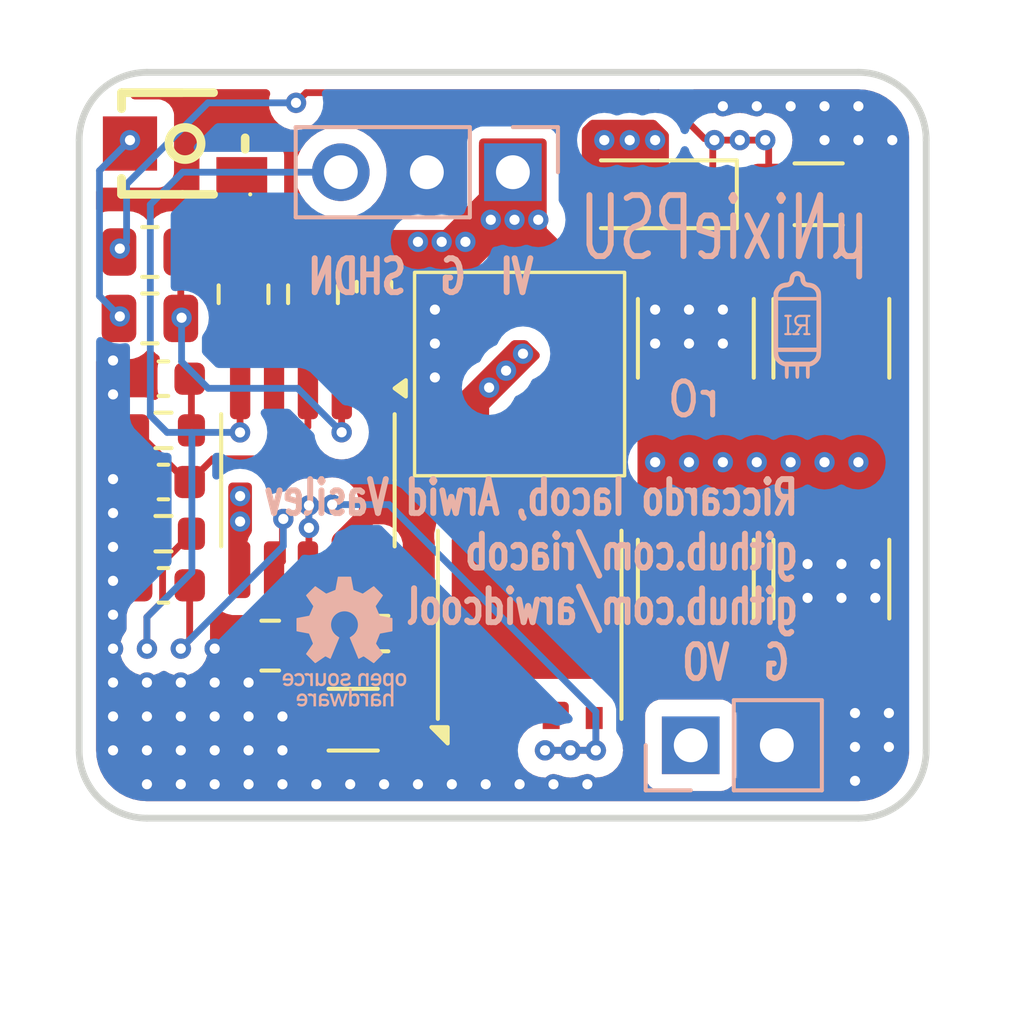
<source format=kicad_pcb>
(kicad_pcb (version 20240108) (generator "pcbnew") (generator_version "8.0")
  (layers (0 "F.Cu" signal) (1 "In1.Cu" signal) (2 "In2.Cu" signal) (31 "B.Cu" signal) (34 "B.Paste" user) (35 "F.Paste" user) (36 "B.SilkS" user "B.Silkscreen") (37 "F.SilkS" user "F.Silkscreen") (38 "B.Mask" user) (39 "F.Mask" user) (44 "Edge.Cuts" user))
  (net 0 "")
  (net 1 "GND")
  (net 2 "Net-(U2-CS)")
  (net 3 "+170V")
  (net 4 "+12V")
  (net 5 "Net-(C4-Pad1)")
  (net 6 "Net-(U2-COMP)")
  (net 7 "Net-(U2-VCC)")
  (net 8 "Net-(D1-A)")
  (net 9 "Net-(R1-Pad1)")
  (net 10 "/HV_FB")
  (net 11 "/HV_SHDN")
  (net 12 "Net-(T1-AB)")
  (net 13 "Net-(U1-G)")
  (net 16 "Net-(R4-Pad2)")
  (footprint "Package_DFN_QFN:AO_DFN-8-1EP_5.55x5.2mm_P1.27mm_EP4.12x4.6mm" (layer "F.Cu") (at 13.2966 16.2964 90)
    (property "Reference" "U1" (hide yes))
    (property "Value" "~")
  )
  (footprint "Capacitor_SMD:C_1206_3216Metric" (layer "F.Cu") (at 21.8266 3.5964)
    (property "Reference" "C2" (hide yes))
    (property "Value" "100n")
  )
  (footprint "Capacitor_SMD:C_0805_2012Metric" (layer "F.Cu") (at 6.9016 6.5464 -90)
    (property "Reference" "C7" (hide yes))
    (property "Value" "22u")
  )
  (footprint "Capacitor_SMD:C_1812_4532Metric" (layer "F.Cu") (at 18.2016 14.95 -90)
    (property "Reference" "C12" (hide yes))
    (property "Value" "1u")
  )
  (footprint "Resistor_SMD:R_0603_1608Metric" (layer "F.Cu") (at 8.8886 16.5556 180)
    (property "Reference" "R2" (hide yes))
    (property "Value" "1k")
  )
  (footprint "Resistor_SMD:R_1206_3216Metric" (layer "F.Cu") (at 8.088 19.0956 180)
    (property "Reference" "R1" (hide yes))
    (property "Value" "30m")
  )
  (footprint "Capacitor_SMD:C_1812_4532Metric" (layer "F.Cu") (at 22.2016 7.8464 90)
    (property "Reference" "C9" (hide yes))
    (property "Value" "1u")
  )
  (footprint "Capacitor_SMD:C_0805_2012Metric" (layer "F.Cu") (at 5.6394 16.9112 180)
    (property "Reference" "C1" (hide yes))
    (property "Value" "100p")
  )
  (footprint "Capacitor_SMD:C_1812_4532Metric" (layer "F.Cu") (at 22.2016 14.95 -90)
    (property "Reference" "C11" (hide yes))
    (property "Value" "1u")
  )
  (footprint "Capacitor_SMD:C_1812_4532Metric" (layer "F.Cu") (at 18.2016 7.8464 90)
    (property "Reference" "C10" (hide yes))
    (property "Value" "1u")
  )
  (footprint "Riacob:RES-ADJ-SMD_VG039NCH" (layer "F.Cu") (at 3.149987 2.1)
    (property "Reference" "RV1" (hide yes))
    (property "Value" "100")
  )
  (footprint "Resistor_SMD:R_0603_1608Metric" (layer "F.Cu") (at 2.4878 10.5612)
    (property "Reference" "R5" (hide yes))
    (property "Value" "1k")
  )
  (footprint "Capacitor_SMD:C_0603_1608Metric" (layer "F.Cu") (at 8.7016 6.3214 -90)
    (property "Reference" "C3" (hide yes))
    (property "Value" "100n")
  )
  (footprint "Capacitor_SMD:C_0805_2012Metric" (layer "F.Cu") (at 4.8516 6.5464 -90)
    (property "Reference" "C8" (hide yes))
    (property "Value" "22u")
  )
  (footprint "Package_SO:SSOP-10-1EP_3.9x4.9mm_P1mm_EP2.1x3.3mm" (layer "F.Cu") (at 6.7516 12.0339 -90)
    (property "Reference" "U2" (hide yes))
    (property "Value" "~")
  )
  (footprint "Resistor_SMD:R_0805_2012Metric" (layer "F.Cu") (at 2.0875 5.3)
    (property "Reference" "R3" (hide yes))
    (property "Value" "100k")
  )
  (footprint "Diode_SMD:D_SOD-123" (layer "F.Cu") (at 17.0516 3.5964 180)
    (property "Reference" "D1" (hide yes))
    (property "Value" "D")
  )
  (footprint "Riacob:TFM_TTRN-0630H" (layer "F.Cu") (at 13 8.9 -90)
    (property "Reference" "T1" (hide yes))
    (property "Value" "~")
  )
  (footprint "Capacitor_SMD:C_0603_1608Metric" (layer "F.Cu") (at 2.487 9.0372 180)
    (property "Reference" "C4" (hide yes))
    (property "Value" "C")
  )
  (footprint "Capacitor_SMD:C_0603_1608Metric" (layer "F.Cu") (at 2.487 15.1332 180)
    (property "Reference" "C6" (hide yes))
    (property "Value" "4.7u")
  )
  (footprint "Resistor_SMD:R_0603_1608Metric" (layer "F.Cu") (at 2.4878 13.6092 180)
    (property "Reference" "R6" (hide yes))
    (property "Value" "10k")
  )
  (footprint "Capacitor_SMD:C_0603_1608Metric" (layer "F.Cu") (at 2.487 12.0852 180)
    (property "Reference" "C5" (hide yes))
    (property "Value" "C")
  )
  (footprint "Resistor_SMD:R_0805_2012Metric" (layer "F.Cu") (at 2.0875 7.2592 180)
    (property "Reference" "R4" (hide yes))
    (property "Value" "649")
  )
  (footprint "Connector_PinSocket_2.54mm:PinSocket_1x03_P2.54mm_Vertical" (layer "B.Cu") (at 12.8016 2.9464 90)
    (property "Reference" "J1" (hide yes))
    (property "Value" "Conn_01x03")
  )
  (footprint "Connector_PinSocket_2.54mm:PinSocket_1x02_P2.54mm_Vertical" (layer "B.Cu") (at 18.0516 19.85 -90)
    (property "Reference" "J2" (hide yes))
    (property "Value" "Conn_01x02")
  )
  (gr_poly (pts (xy 7.651368 14.876372) (xy 7.650562 14.876432) (xy 7.649761 14.876531) (xy 7.648964 14.876667) (xy 7.648174 14.87684) (xy 7.647391 14.877049) (xy 7.646617 14.877292) (xy 7.645853 14.877569) (xy 7.6451 14.877879) (xy 7.64436 14.878221) (xy 7.643633 14.878594) (xy 7.642921 14.878996) (xy 7.642225 14.879428) (xy 7.641546 14.879887) (xy 7.640885 14.880373) (xy 7.640244 14.880884) (xy 7.639624 14.881421) (xy 7.639025 14.881981) (xy 7.63845 14.882565) (xy 7.637898 14.88317) (xy 7.637373 14.883796) (xy 7.636874 14.884443) (xy 7.636402 14.885108) (xy 7.63596 14.885791) (xy 7.635549 14.886491) (xy 7.635168 14.887207) (xy 7.634821 14.887938) (xy 7.634507 14.888683) (xy 7.634228 14.88944) (xy 7.633985 14.89021) (xy 7.63378 14.890991) (xy 7.633614 14.891782) (xy 7.566621 15.251679) (xy 7.566452 15.252477) (xy 7.566246 15.253277) (xy 7.565731 15.25488) (xy 7.565085 15.256478) (xy 7.564316 15.258061) (xy 7.563434 15.259617) (xy 7.562448 15.261138) (xy 7.561367 15.262611) (xy 7.5602 15.264027) (xy 7.558955 15.265376) (xy 7.557642 15.266646) (xy 7.55627 15.267828) (xy 7.554849 15.268911) (xy 7.553386 15.269884) (xy 7.551891 15.270737) (xy 7.551134 15.271115) (xy 7.550373 15.27146) (xy 7.549608 15.271769) (xy 7.548841 15.272042) (xy 7.307626 15.370784) (xy 7.306127 15.371444) (xy 7.304538 15.371995) (xy 7.302872 15.372438) (xy 7.301143 15.372775) (xy 7.299366 15.373006) (xy 7.297553 15.373132) (xy 7.29572 15.373154) (xy 7.293881 15.373073) (xy 7.292048 15.37289) (xy 7.290237 15.372606) (xy 7.28846 15.372222) (xy 7.286733 15.37174) (xy 7.285069 15.371159) (xy 7.283482 15.370481) (xy 7.281987 15.369706) (xy 7.280596 15.368837) (xy 6.979924 15.162504) (xy 6.979246 15.162063) (xy 6.978549 15.161656) (xy 6.977833 15.161283) (xy 6.9771 15.160945) (xy 6.976352 15.16064) (xy 6.97559 15.160369) (xy 6.974815 15.160132) (xy 6.97403 15.159928) (xy 6.973235 15.159758) (xy 6.972432 15.159621) (xy 6.97081 15.159446) (xy 6.969174 15.159402) (xy 6.967538 15.159488) (xy 6.965914 15.159703) (xy 6.964314 15.160046) (xy 6.962749 15.160516) (xy 6.961985 15.160798) (xy 6.961234 15.161111) (xy 6.960498 15.161456) (xy 6.959778 15.161831) (xy 6.959077 15.162237) (xy 6.958396 15.162674) (xy 6.957736 15.163142) (xy 6.957099 15.16364) (xy 6.956486 15.164168) (xy 6.955899 15.164727) (xy 6.702682 15.417943) (xy 6.702124 15.41853) (xy 6.701596 15.419143) (xy 6.701099 15.419781) (xy 6.700632 15.420441) (xy 6.700196 15.421123) (xy 6.69979 15.421825) (xy 6.699073 15.423281) (xy 6.69848 15.424799) (xy 6.698013 15.426365) (xy 6.697672 15.427967) (xy 6.697459 15.429593) (xy 6.697375 15.431231) (xy 6.69742 15.432868) (xy 6.697595 15.434493) (xy 6.697902 15.436092) (xy 6.698341 15.437653) (xy 6.69861 15.438416) (xy 6.698913 15.439165) (xy 6.699249 15.439898) (xy 6.699619 15.440614) (xy 6.700023 15.441311) (xy 6.70046 15.441989) (xy 6.903194 15.737475) (xy 6.904066 15.738872) (xy 6.90484 15.74037) (xy 6.905515 15.741956) (xy 6.90609 15.743617) (xy 6.906565 15.745338) (xy 6.906937 15.747106) (xy 6.907208 15.748907) (xy 6.907375 15.750728) (xy 6.907438 15.752556) (xy 6.907396 15.754376) (xy 6.907248 15.756175) (xy 6.906993 15.757939) (xy 6.90663 15.759655) (xy 6.906159 15.76131) (xy 6.905579 15.762889) (xy 6.904888 15.764378) (xy 6.798229 16.013214) (xy 6.79762 16.014742) (xy 6.796871 16.016256) (xy 6.795993 16.017746) (xy 6.794996 16.019205) (xy 6.793891 16.020623) (xy 6.792689 16.021991) (xy 6.7914 16.0233) (xy 6.790034 16.02454) (xy 6.788603 16.025704) (xy 6.787117 16.026781) (xy 6.785586 16.027763) (xy 6.784021 16.028641) (xy 6.782433 16.029406) (xy 6.780832 16.030048) (xy 6.779229 16.030559) (xy 6.777633 16.03093) (xy 6.429675 16.095637) (xy 6.428886 16.095807) (xy 6.428107 16.096016) (xy 6.427338 16.096261) (xy 6.426582 16.096543) (xy 6.425838 16.096859) (xy 6.425109 16.097209) (xy 6.424394 16.097591) (xy 6.423696 16.098005) (xy 6.42235 16.098921) (xy 6.42108 16.099948) (xy 6.419893 16.101076) (xy 6.418798 16.102296) (xy 6.417802 16.103599) (xy 6.416914 16.104975) (xy 6.416141 16.106415) (xy 6.4158 16.107156) (xy 6.415492 16.107909) (xy 6.415216 16.108673) (xy 6.414973 16.109448) (xy 6.414766 16.110232) (xy 6.414595 16.111023) (xy 6.41446 16.111821) (xy 6.414363 16.112624) (xy 6.414305 16.113431) (xy 6.414287 16.114242) (xy 6.414329 16.472361) (xy 6.414349 16.47317) (xy 6.414409 16.473976) (xy 6.414508 16.474778) (xy 6.414645 16.475575) (xy 6.414818 16.476367) (xy 6.415028 16.47715) (xy 6.415272 16.477925) (xy 6.415549 16.478691) (xy 6.41586 16.479445) (xy 6.416203 16.480187) (xy 6.416576 16.480915) (xy 6.416979 16.481629) (xy 6.417411 16.482326) (xy 6.41787 16.483007) (xy 6.418357 16.483669) (xy 6.418869 16.484312) (xy 6.419406 16.484934) (xy 6.419967 16.485534) (xy 6.420551 16.486111) (xy 6.421156 16.486663) (xy 6.421783 16.48719) (xy 6.422429 16.48769) (xy 6.423094 16.488161) (xy 6.423777 16.488604) (xy 6.424476 16.489016) (xy 6.425191 16.489396) (xy 6.425922 16.489744) (xy 6.426666 16.490057) (xy 6.427422 16.490335) (xy 6.428191 16.490577) (xy 6.42897 16.49078) (xy 6.429759 16.490945) (xy 6.769167 16.554106) (xy 6.769966 16.55427) (xy 6.770767 16.554471) (xy 6.771568 16.554708) (xy 6.772368 16.554979) (xy 6.773961 16.555621) (xy 6.775536 16.556389) (xy 6.777082 16.557271) (xy 6.778589 16.55826) (xy 6.780047 16.559346) (xy 6.781447 16.56052) (xy 6.782776 16.561772) (xy 6.784027 16.563093) (xy 6.785188 16.564474) (xy 6.78625 16.565906) (xy 6.787201 16.567378) (xy 6.788033 16.568883) (xy 6.788735 16.57041) (xy 6.789034 16.571179) (xy 6.789297 16.57195) (xy 6.895257 16.836639) (xy 6.895912 16.838145) (xy 6.896459 16.839739) (xy 6.896897 16.841409) (xy 6.897229 16.843139) (xy 6.897455 16.844918) (xy 6.897576 16.84673) (xy 6.897594 16.848562) (xy 6.897509 16.8504) (xy 6.897322 16.85223) (xy 6.897035 16.854039) (xy 6.896649 16.855813) (xy 6.896165 16.857538) (xy 6.895583 16.859199) (xy 6.894906 16.860784) (xy 6.894134 16.862279) (xy 6.893267 16.863669) (xy 6.70046 17.144614) (xy 6.700019 17.145292) (xy 6.699612 17.145989) (xy 6.69924 17.146706) (xy 6.698901 17.147439) (xy 6.698596 17.148189) (xy 6.698326 17.148952) (xy 6.698088 17.149728) (xy 6.697885 17.150515) (xy 6.697714 17.151311) (xy 6.697577 17.152115) (xy 6.697402 17.153741) (xy 6.697358 17.155381) (xy 6.697444 17.15702) (xy 6.697659 17.158649) (xy 6.698002 17.160253) (xy 6.698472 17.161821) (xy 6.698754 17.162587) (xy 6.699067 17.16334) (xy 6.699412 17.164077) (xy 6.699787 17.164798) (xy 6.700193 17.1655) (xy 6.70063 17.166182) (xy 6.701098 17.166843) (xy 6.701596 17.16748) (xy 6.702124 17.168094) (xy 6.702683 17.168681) (xy 6.955942 17.421897) (xy 6.956525 17.422452) (xy 6.957135 17.422977) (xy 6.957769 17.423471) (xy 6.958427 17.423936) (xy 6.959106 17.42437) (xy 6.959805 17.424774) (xy 6.961258 17.425489) (xy 6.962773 17.426081) (xy 6.964338 17.426548) (xy 6.965939 17.42689) (xy 6.967565 17.427104) (xy 6.969203 17.427191) (xy 6.970841 17.427149) (xy 6.972466 17.426976) (xy 6.974066 17.426672) (xy 6.975629 17.426235) (xy 6.976392 17.425967) (xy 6.977141 17.425665) (xy 6.977875 17.42533) (xy 6.978591 17.424961) (xy 6.979289 17.424557) (xy 6.979966 17.42412) (xy 7.255958 17.234699) (xy 7.257346 17.233836) (xy 7.258831 17.233079) (xy 7.260402 17.232428) (xy 7.262045 17.231884) (xy 7.263746 17.231448) (xy 7.265491 17.231119) (xy 7.267267 17.230897) (xy 7.26906 17.230784) (xy 7.270858 17.230778) (xy 7.272646 17.230881) (xy 7.274411 17.231093) (xy 7.276139 17.231413) (xy 7.277818 17.231843) (xy 7.279432 17.232382) (xy 7.28097 17.233031) (xy 7.282417 17.233789) (xy 7.404125 17.298771) (xy 7.404853 17.299117) (xy 7.405586 17.299421) (xy 7.406325 17.299684) (xy 7.407067 17.299906) (xy 7.407811 17.300088) (xy 7.408557 17.300229) (xy 7.409302 17.300331) (xy 7.410045 17.300394) (xy 7.410786 17.300419) (xy 7.411522 17.300405) (xy 7.412254 17.300354) (xy 7.412978 17.300265) (xy 7.413695 17.30014) (xy 7.414403 17.299979) (xy 7.4151 17.299781) (xy 7.415785 17.299549) (xy 7.416457 17.299282) (xy 7.417116 17.29898) (xy 7.417758 17.298644) (xy 7.418384 17.298275) (xy 7.418992 17.297873) (xy 7.419581 17.297438) (xy 7.420149 17.296971) (xy 7.420695 17.296473) (xy 7.421219 17.295944) (xy 7.421717 17.295384) (xy 7.42219 17.294793) (xy 7.422637 17.294173) (xy 7.423055 17.293524) (xy 7.423443 17.292846) (xy 7.423801 17.292139) (xy 7.424127 17.291405) (xy 7.675058 16.685022) (xy 7.675348 16.684268) (xy 7.6756 16.683502) (xy 7.675814 16.682726) (xy 7.67599 16.681942) (xy 7.676129 16.681151) (xy 7.676232 16.680353) (xy 7.676299 16.679552) (xy 7.67633 16.678748) (xy 7.676326 16.677942) (xy 7.676288 16.677137) (xy 7.676216 16.676333) (xy 7.67611 16.675532) (xy 7.675971 16.674735) (xy 7.675799 16.673944) (xy 7.675595 16.673161) (xy 7.67536 16.672386) (xy 7.675093 16.671621) (xy 7.674796 16.670868) (xy 7.674469 16.670128) (xy 7.674112 16.669403) (xy 7.673726 16.668693) (xy 7.673311 16.668001) (xy 7.672868 16.667328) (xy 7.672397 16.666675) (xy 7.671899 16.666043) (xy 7.671375 16.665435) (xy 7.670824 16.664852) (xy 7.670247 16.664294) (xy 7.669645 16.663764) (xy 7.669018 16.663263) (xy 7.668367 16.662792) (xy 7.667692 16.662353) (xy 7.637233 16.643705) (xy 7.635041 16.642309) (xy 7.6327 16.640715) (xy 7.630256 16.638959) (xy 7.627751 16.637075) (xy 7.62523 16.635097) (xy 7.622738 16.633061) (xy 7.620318 16.631001) (xy 7.618014 16.628952) (xy 7.597851 16.615151) (xy 7.578608 16.600166) (xy 7.560338 16.58405) (xy 7.543093 16.566854) (xy 7.526925 16.548632) (xy 7.511888 16.529435) (xy 7.498034 16.509316) (xy 7.485415 16.488326) (xy 7.474084 16.466518) (xy 7.464094 16.443945) (xy 7.455496 16.420657) (xy 7.448344 16.396709) (xy 7.44269 16.372151) (xy 7.438586 16.347036) (xy 7.436085 16.321416) (xy 7.43524 16.295344) (xy 7.435755 16.274963) (xy 7.437285 16.25485) (xy 7.439803 16.235029) (xy 7.443286 16.215525) (xy 7.447708 16.196364) (xy 7.453045 16.17757) (xy 7.459271 16.159167) (xy 7.466362 16.141182) (xy 7.474293 16.123638) (xy 7.483039 16.106562) (xy 7.492575 16.089976) (xy 7.502877 16.073907) (xy 7.513918 16.05838) (xy 7.525675 16.043418) (xy 7.538123 16.029048) (xy 7.551236 16.015293) (xy 7.56499 16.00218) (xy 7.57936 15.989732) (xy 7.59432 15.977974) (xy 7.609847 15.966933) (xy 7.625915 15.956631) (xy 7.6425 15.947095) (xy 7.659576 15.938349) (xy 7.677118 15.930418) (xy 7.695102 15.923326) (xy 7.713503 15.9171) (xy 7.732296 15.911763) (xy 7.751456 15.907341) (xy 7.770958 15.903858) (xy 7.790777 15.901339) (xy 7.810889 15.89981) (xy 7.831268 15.899295) (xy 7.851647 15.89981) (xy 7.871759 15.901339) (xy 7.891579 15.903858) (xy 7.911081 15.907341) (xy 7.930241 15.911763) (xy 7.949035 15.9171) (xy 7.967436 15.923326) (xy 7.985421 15.930418) (xy 8.002965 15.938349) (xy 8.020041 15.947095) (xy 8.036627 15.956631) (xy 8.052696 15.966933) (xy 8.068224 15.977974) (xy 8.083185 15.989732) (xy 8.097556 16.00218) (xy 8.111311 16.015293) (xy 8.124425 16.029048) (xy 8.136874 16.043418) (xy 8.148632 16.05838) (xy 8.159674 16.073907) (xy 8.169976 16.089976) (xy 8.179513 16.106562) (xy 8.18826 16.123638) (xy 8.196192 16.141182) (xy 8.203284 16.159167) (xy 8.209511 16.17757) (xy 8.214848 16.196364) (xy 8.219271 16.215525) (xy 8.222754 16.235029) (xy 8.225273 16.25485) (xy 8.226802 16.274963) (xy 8.227318 16.295344) (xy 8.227105 16.308434) (xy 8.226472 16.321416) (xy 8.225425 16.334286) (xy 8.223971 16.347036) (xy 8.222115 16.35966) (xy 8.219866 16.372151) (xy 8.217229 16.384503) (xy 8.214211 16.396709) (xy 8.210818 16.408762) (xy 8.207057 16.420657) (xy 8.202935 16.432387) (xy 8.198458 16.443945) (xy 8.193633 16.455324) (xy 8.188466 16.466518) (xy 8.177134 16.488326) (xy 8.164514 16.509316) (xy 8.15066 16.529435) (xy 8.135623 16.548632) (xy 8.119456 16.566854) (xy 8.102212 16.58405) (xy 8.083944 16.600166) (xy 8.064703 16.615151) (xy 8.044543 16.628952) (xy 8.042227 16.631001) (xy 8.039798 16.633061) (xy 8.037301 16.635097) (xy 8.034778 16.637075) (xy 8.032271 16.638959) (xy 8.029824 16.640715) (xy 8.02748 16.642309) (xy 8.025282 16.643705) (xy 7.994823 16.662353) (xy 7.994144 16.662792) (xy 7.99349 16.663263) (xy 7.99286 16.663764) (xy 7.992255 16.664294) (xy 7.991676 16.664852) (xy 7.991123 16.665435) (xy 7.990097 16.666675) (xy 7.989181 16.668001) (xy 7.988379 16.669403) (xy 7.987694 16.670868) (xy 7.987131 16.672386) (xy 7.986694 16.673944) (xy 7.986385 16.675532) (xy 7.986209 16.677137) (xy 7.98617 16.678748) (xy 7.986271 16.680353) (xy 7.986376 16.681151) (xy 7.986517 16.681942) (xy 7.986695 16.682726) (xy 7.986911 16.683502) (xy 7.987165 16.684268) (xy 7.987457 16.685022) (xy 8.238409 17.291384) (xy 8.238735 17.292118) (xy 8.239093 17.292825) (xy 8.239482 17.293503) (xy 8.2399 17.294153) (xy 8.240347 17.294774) (xy 8.240821 17.295364) (xy 8.24132 17.295925) (xy 8.241844 17.296455) (xy 8.242391 17.296954) (xy 8.242959 17.297421) (xy 8.243549 17.297857) (xy 8.244157 17.29826) (xy 8.244784 17.298629) (xy 8.245427 17.298966) (xy 8.246086 17.299268) (xy 8.246759 17.299536) (xy 8.247445 17.299769) (xy 8.248142 17.299966) (xy 8.24885 17.300128) (xy 8.249567 17.300254) (xy 8.250292 17.300342) (xy 8.251023 17.300393) (xy 8.251759 17.300407) (xy 8.2525 17.300382) (xy 8.253243 17.300319) (xy 8.253987 17.300216) (xy 8.254732 17.300074) (xy 8.255475 17.299891) (xy 8.256216 17.299668) (xy 8.256953 17.299404) (xy 8.257685 17.299098) (xy 8.258411 17.29875) (xy 8.38012 17.233768) (xy 8.381563 17.23301) (xy 8.383098 17.232362) (xy 8.384711 17.231824) (xy 8.386388 17.231395) (xy 8.388116 17.231076) (xy 8.389881 17.230866) (xy 8.391669 17.230764) (xy 8.393468 17.230771) (xy 8.395262 17.230885) (xy 8.39704 17.231107) (xy 8.398786 17.231436) (xy 8.400488 17.231872) (xy 8.402132 17.232415) (xy 8.403704 17.233064) (xy 8.40519 17.233818) (xy 8.406578 17.234679) (xy 8.682549 17.424099) (xy 8.683228 17.424536) (xy 8.683927 17.42494) (xy 8.684645 17.425309) (xy 8.68538 17.425644) (xy 8.68613 17.425946) (xy 8.686894 17.426214) (xy 8.687671 17.426449) (xy 8.688458 17.426651) (xy 8.689255 17.426819) (xy 8.690059 17.426955) (xy 8.691684 17.427128) (xy 8.693322 17.42717) (xy 8.694961 17.427083) (xy 8.696587 17.426869) (xy 8.698188 17.426527) (xy 8.699753 17.42606) (xy 8.700518 17.42578) (xy 8.701268 17.425468) (xy 8.702004 17.425126) (xy 8.702723 17.424753) (xy 8.703423 17.424349) (xy 8.704103 17.423915) (xy 8.704762 17.42345) (xy 8.705398 17.422956) (xy 8.706009 17.422431) (xy 8.706594 17.421876) (xy 8.959853 17.16866) (xy 8.96041 17.168073) (xy 8.960936 17.167459) (xy 8.961433 17.166822) (xy 8.961899 17.166161) (xy 8.962334 17.165479) (xy 8.962739 17.164777) (xy 8.963457 17.163319) (xy 8.964051 17.1618) (xy 8.964519 17.160232) (xy 8.964861 17.158628) (xy 8.965076 17.156999) (xy 8.965163 17.15536) (xy 8.965119 17.15372) (xy 8.964945 17.152094) (xy 8.96464 17.150494) (xy 8.964201 17.148931) (xy 8.963931 17.148167) (xy 8.963628 17.147418) (xy 8.963291 17.146685) (xy 8.96292 17.145968) (xy 8.962515 17.145271) (xy 8.962076 17.144593) (xy 8.76929 16.863648) (xy 8.768416 16.862258) (xy 8.767638 16.860763) (xy 8.766956 16.859178) (xy 8.766371 16.857516) (xy 8.765884 16.855792) (xy 8.765497 16.854018) (xy 8.765209 16.852209) (xy 8.765022 16.850379) (xy 8.764937 16.848541) (xy 8.764955 16.846709) (xy 8.765077 16.844897) (xy 8.765304 16.843119) (xy 8.765637 16.841388) (xy 8.766076 16.839718) (xy 8.766623 16.838124) (xy 8.767279 16.836618) (xy 8.873239 16.571929) (xy 8.8735 16.571158) (xy 8.873798 16.570389) (xy 8.874499 16.568862) (xy 8.875331 16.567357) (xy 8.876284 16.565885) (xy 8.877348 16.564453) (xy 8.878512 16.563072) (xy 8.879766 16.561751) (xy 8.8811 16.560499) (xy 8.882503 16.559325) (xy 8.883965 16.558239) (xy 8.885475 16.55725) (xy 8.887024 16.556367) (xy 8.8886 16.5556) (xy 8.890193 16.554958) (xy 8.891793 16.55445) (xy 8.892593 16.554249) (xy 8.89339 16.554085) (xy 9.232798 16.490924) (xy 9.233589 16.490759) (xy 9.23437 16.490556) (xy 9.23514 16.490314) (xy 9.235898 16.490036) (xy 9.236642 16.489723) (xy 9.237373 16.489375) (xy 9.238089 16.488995) (xy 9.238789 16.488583) (xy 9.239472 16.48814) (xy 9.240138 16.487668) (xy 9.24141 16.486642) (xy 9.242599 16.485513) (xy 9.243696 16.484291) (xy 9.244693 16.482986) (xy 9.245584 16.481608) (xy 9.246359 16.480166) (xy 9.247011 16.47867) (xy 9.247288 16.477904) (xy 9.247531 16.477129) (xy 9.24774 16.476346) (xy 9.247913 16.475554) (xy 9.248049 16.474757) (xy 9.248148 16.473955) (xy 9.248208 16.473148) (xy 9.248228 16.47234) (xy 9.248249 16.114221) (xy 9.248229 16.113412) (xy 9.248169 16.112607) (xy 9.248071 16.111805) (xy 9.247935 16.111009) (xy 9.247763 16.110219) (xy 9.247554 16.109437) (xy 9.247311 16.108663) (xy 9.247035 16.1079) (xy 9.246725 16.107148) (xy 9.246384 16.106408) (xy 9.246012 16.105681) (xy 9.24561 16.10497) (xy 9.24518 16.104274) (xy 9.244721 16.103595) (xy 9.244236 16.102935) (xy 9.243725 16.102294) (xy 9.243189 16.101673) (xy 9.242629 16.101074) (xy 9.242045 16.100498) (xy 9.24144 16.099947) (xy 9.240814 16.09942) (xy 9.240168 16.09892) (xy 9.239503 16.098448) (xy 9.238819 16.098005) (xy 9.238119 16.097591) (xy 9.237402 16.097209) (xy 9.236671 16.096859) (xy 9.235925 16.096543) (xy 9.235166 16.096261) (xy 9.234394 16.096016) (xy 9.233612 16.095807) (xy 9.232819 16.095637) (xy 8.884881 16.03093) (xy 8.884081 16.030763) (xy 8.883279 16.030559) (xy 8.881669 16.030048) (xy 8.880064 16.029406) (xy 8.878472 16.028641) (xy 8.876905 16.027763) (xy 8.875373 16.026781) (xy 8.873887 16.025704) (xy 8.872456 16.02454) (xy 8.871092 16.0233) (xy 8.869805 16.021991) (xy 8.868606 16.020623) (xy 8.867504 16.019205) (xy 8.866511 16.017746) (xy 8.865636 16.016256) (xy 8.864891 16.014742) (xy 8.86457 16.013979) (xy 8.864286 16.013214) (xy 8.757606 15.764378) (xy 8.756919 15.762889) (xy 8.756342 15.76131) (xy 8.755873 15.759655) (xy 8.755513 15.757939) (xy 8.755259 15.756175) (xy 8.755112 15.754376) (xy 8.75507 15.752556) (xy 8.755132 15.750728) (xy 8.755298 15.748907) (xy 8.755566 15.747106) (xy 8.755936 15.745338) (xy 8.756406 15.743617) (xy 8.756977 15.741956) (xy 8.757646 15.74037) (xy 8.758413 15.738872) (xy 8.759278 15.737475) (xy 8.962034 15.441989) (xy 8.962475 15.441311) (xy 8.962881 15.440614) (xy 8.963254 15.439898) (xy 8.963592 15.439165) (xy 8.963896 15.438416) (xy 8.964167 15.437653) (xy 8.964403 15.436878) (xy 8.964606 15.436092) (xy 8.964776 15.435296) (xy 8.964913 15.434493) (xy 8.965086 15.432868) (xy 8.965129 15.431231) (xy 8.965042 15.429593) (xy 8.964826 15.427967) (xy 8.964482 15.426365) (xy 8.964013 15.424799) (xy 8.963731 15.424033) (xy 8.963418 15.423281) (xy 8.963074 15.422544) (xy 8.962699 15.421825) (xy 8.962293 15.421123) (xy 8.961857 15.420441) (xy 8.961391 15.419781) (xy 8.960894 15.419143) (xy 8.960368 15.41853) (xy 8.959811 15.417943) (xy 8.706573 15.164727) (xy 8.705988 15.164168) (xy 8.705377 15.16364) (xy 8.704741 15.163142) (xy 8.704082 15.162674) (xy 8.703402 15.162237) (xy 8.702701 15.161831) (xy 8.701247 15.161111) (xy 8.699731 15.160516) (xy 8.698167 15.160046) (xy 8.696565 15.159703) (xy 8.694939 15.159488) (xy 8.693301 15.159402) (xy 8.691663 15.159446) (xy 8.690037 15.159621) (xy 8.688437 15.159928) (xy 8.686873 15.160369) (xy 8.686109 15.16064) (xy 8.685359 15.160945) (xy 8.684624 15.161284) (xy 8.683906 15.161656) (xy 8.683207 15.162063) (xy 8.682528 15.162504) (xy 8.381876 15.368837) (xy 8.380489 15.369706) (xy 8.378997 15.370481) (xy 8.377413 15.371159) (xy 8.375751 15.37174) (xy 8.374025 15.372223) (xy 8.37225 15.372606) (xy 8.37044 15.37289) (xy 8.368607 15.373073) (xy 8.366767 15.373154) (xy 8.364934 15.373132) (xy 8.36312 15.373006) (xy 8.361341 15.372775) (xy 8.35961 15.372438) (xy 8.357941 15.371995) (xy 8.356349 15.371444) (xy 8.354846 15.370784) (xy 8.11361 15.272042) (xy 8.112075 15.27146) (xy 8.110554 15.270737) (xy 8.109057 15.269884) (xy 8.107593 15.268911) (xy 8.106171 15.267828) (xy 8.104799 15.266646) (xy 8.103487 15.265376) (xy 8.102244 15.264027) (xy 8.101077 15.262611) (xy 8.099997 15.261138) (xy 8.099012 15.259617) (xy 8.098132 15.258061) (xy 8.097364 15.256478) (xy 8.096719 15.25488) (xy 8.096205 15.253277) (xy 8.09583 15.251679) (xy 8.028859 14.891782) (xy 8.028692 14.890991) (xy 8.028487 14.89021) (xy 8.028244 14.88944) (xy 8.027966 14.888683) (xy 8.027652 14.887938) (xy 8.027304 14.887207) (xy 8.026924 14.886491) (xy 8.026512 14.885791) (xy 8.02607 14.885108) (xy 8.025599 14.884443) (xy 8.024575 14.88317) (xy 8.023449 14.881981) (xy 8.022231 14.880884) (xy 8.02093 14.879887) (xy 8.019556 14.878996) (xy 8.018119 14.878221) (xy 8.01738 14.877879) (xy 8.016628 14.877569) (xy 8.015865 14.877292) (xy 8.015093 14.877049) (xy 8.014311 14.87684) (xy 8.013523 14.876667) (xy 8.012728 14.876531) (xy 8.011927 14.876432) (xy 8.011123 14.876372) (xy 8.010317 14.876352) (xy 7.652177 14.876352)) (stroke (width -0.000001)) (fill solid) (layer "B.SilkS"))
  (gr_poly (pts (xy 21.39457 7.15) (xy 21.23582 7.151411) (xy 21.193486 7.172577) (xy 21.181513 7.17903) (xy 21.170457 7.185962) (xy 21.16031 7.193393) (xy 21.151065 7.20134) (xy 21.142713 7.20982) (xy 21.135245 7.21885) (xy 21.128654 7.22845) (xy 21.122931 7.238635) (xy 21.118068 7.249424) (xy 21.114056 7.260834) (xy 21.110888 7.272882) (xy 21.108555 7.285587) (xy 21.107049 7.298966) (xy 21.106361 7.313037) (xy 21.106484 7.327816) (xy 21.107408 7.343322) (xy 21.108129 7.350663) (xy 21.109099 7.357869) (xy 21.110315 7.364935) (xy 21.111774 7.371857) (xy 21.113473 7.378632) (xy 21.115408 7.385256) (xy 21.117577 7.391725) (xy 21.119976 7.398035) (xy 21.122603 7.404184) (xy 21.125454 7.410166) (xy 21.128526 7.415979) (xy 21.131816 7.421618) (xy 21.135321 7.42708) (xy 21.139039 7.43236) (xy 21.142964 7.437457) (xy 21.147096 7.442364) (xy 21.15143 7.44708) (xy 21.155964 7.451599) (xy 21.160694 7.455919) (xy 21.165617 7.460035) (xy 21.17073 7.463944) (xy 21.176031 7.467642) (xy 21.181515 7.471125) (xy 21.18718 7.47439) (xy 21.193023 7.477432) (xy 21.199041 7.480249) (xy 21.20523 7.482836) (xy 21.211588 7.48519) (xy 21.218111 7.487306) (xy 21.224797 7.489181) (xy 21.231641 7.490812) (xy 21.238642 7.492194) (xy 21.266864 7.497133) (xy 21.196309 7.593794) (xy 21.125047 7.691161) (xy 21.091886 7.691161) (xy 21.085626 7.691269) (xy 21.082662 7.691404) (xy 21.079808 7.691593) (xy 21.077062 7.691838) (xy 21.074425 7.692137) (xy 21.071896 7.692492) (xy 21.069474 7.692903) (xy 21.067158 7.693369) (xy 21.064948 7.693891) (xy 21.062843 7.69447) (xy 21.060843 7.695105) (xy 21.058947 7.695797) (xy 21.057154 7.696546) (xy 21.055463 7.697352) (xy 21.053874 7.698216) (xy 21.052387 7.699138) (xy 21.051 7.700118) (xy 21.049714 7.701157) (xy 21.048526 7.702254) (xy 21.047438 7.70341) (xy 21.046447 7.704625) (xy 21.045554 7.7059) (xy 21.044757 7.707234) (xy 21.044057 7.708628) (xy 21.043452 7.710083) (xy 21.042942 7.711598) (xy 21.042526 7.713173) (xy 21.042204 7.71481) (xy 21.041975 7.716508) (xy 21.041837 7.718267) (xy 21.041792 7.720088) (xy 21.042013 7.725244) (xy 21.042734 7.729879) (xy 21.044043 7.734021) (xy 21.046025 7.737694) (xy 21.048768 7.740925) (xy 21.052359 7.74374) (xy 21.056883 7.746164) (xy 21.062429 7.748223) (xy 21.069083 7.749943) (xy 21.076932 7.751349) (xy 21.086062 7.752469) (xy 21.096561 7.753327) (xy 21.108514 7.753949) (xy 21.12201 7.754362) (xy 21.153975 7.754661) (xy 21.168379 7.754642) (xy 21.181234 7.754575) (xy 21.192644 7.754447) (xy 21.202714 7.754242) (xy 21.211547 7.753946) (xy 21.219249 7.753545) (xy 21.222708 7.7533) (xy 21.225923 7.753023) (xy 21.228908 7.752713) (xy 21.231675 7.752368) (xy 21.234237 7.751985) (xy 21.236607 7.751563) (xy 21.238799 7.751101) (xy 21.240826 7.750596) (xy 21.2427 7.750046) (xy 21.244435 7.74945) (xy 21.246043 7.748806) (xy 21.247539 7.748112) (xy 21.248933 7.747367) (xy 21.250241 7.746568) (xy 21.251475 7.745714) (xy 21.252647 7.744802) (xy 21.253771 7.743832) (xy 21.254861 7.742801) (xy 21.255928 7.741708) (xy 21.256986 7.74055) (xy 21.258614 7.738612) (xy 21.260057 7.736638) (xy 21.261321 7.734635) (xy 21.262406 7.732608) (xy 21.263316 7.730563) (xy 21.264054 7.728505) (xy 21.264622 7.726441) (xy 21.265023 7.724377) (xy 21.26526 7.722318) (xy 21.265335 7.720269) (xy 21.265251 7.718238) (xy 21.265011 7.716229) (xy 21.264617 7.714248) (xy 21.264073 7.712302) (xy 21.26338 7.710395) (xy 21.262543 7.708535) (xy 21.261562 7.706726) (xy 21.260442 7.704975) (xy 21.259184 7.703287) (xy 21.257792 7.701668) (xy 21.256269 7.700124) (xy 21.254616 7.698661) (xy 21.252837 7.697285) (xy 21.250934 7.696) (xy 21.24891 7.694814) (xy 21.246768 7.693732) (xy 21.244511 7.69276) (xy 21.242141 7.691904) (xy 21.23966 7.691168) (xy 21.237073 7.69056) (xy 21.23438 7.690086) (xy 21.231586 7.68975) (xy 21.209714 7.687633) (xy 21.279564 7.592383) (xy 21.348708 7.497133) (xy 21.396686 7.495016) (xy 21.443959 7.4929) (xy 21.443959 7.691161) (xy 21.417147 7.691161) (xy 21.411656 7.691277) (xy 21.409058 7.691424) (xy 21.406557 7.691631) (xy 21.404153 7.691898) (xy 21.401844 7.692226) (xy 21.399631 7.692616) (xy 21.397513 7.693068) (xy 21.395489 7.693583) (xy 21.393558 7.694162) (xy 21.39172 7.694806) (xy 21.389974 7.695514) (xy 21.388319 7.696288) (xy 21.386756 7.697128) (xy 21.385282 7.698035) (xy 21.383898 7.69901) (xy 21.382603 7.700053) (xy 21.381396 7.701165) (xy 21.380277 7.702346) (xy 21.379244 7.703598) (xy 21.378298 7.70492) (xy 21.377438 7.706314) (xy 21.376663 7.707779) (xy 21.375972 7.709318) (xy 21.375364 7.71093) (xy 21.37484 7.712616) (xy 21.374398 7.714376) (xy 21.374038 7.716212) (xy 21.373759 7.718124) (xy 21.373561 7.720113) (xy 21.373442 7.722178) (xy 21.373403 7.724322) (xy 21.373654 7.728732) (xy 21.374449 7.732716) (xy 21.375854 7.736292) (xy 21.377934 7.73948) (xy 21.380754 7.742301) (xy 21.384379 7.744773) (xy 21.388874 7.746917) (xy 21.394305 7.748752) (xy 21.400736 7.750297) (xy 21.408233 7.751573) (xy 21.41686 7.752598) (xy 21.426683 7.753393) (xy 21.437768 7.753977) (xy 21.450178 7.75437) (xy 21.479236 7.754661) (xy 21.494494 7.754591) (xy 21.508295 7.75437) (xy 21.520705 7.753977) (xy 21.526409 7.75371) (xy 21.531789 7.753393) (xy 21.536854 7.753023) (xy 21.541612 7.752598) (xy 21.546071 7.752115) (xy 21.55024 7.751573) (xy 21.554125 7.750967) (xy 21.557736 7.750297) (xy 21.561081 7.749559) (xy 21.564168 7.748752) (xy 21.567004 7.747872) (xy 21.569598 7.746917) (xy 21.571959 7.745885) (xy 21.574094 7.744773) (xy 21.576011 7.74358) (xy 21.577719 7.742301) (xy 21.579225 7.740935) (xy 21.580539 7.73948) (xy 21.581667 7.737933) (xy 21.582619 7.736292) (xy 21.583402 7.734553) (xy 21.584024 7.732716) (xy 21.584494 7.730776) (xy 21.584819 7.728732) (xy 21.585008 7.726582) (xy 21.58507 7.724322) (xy 21.584911 7.719996) (xy 21.584428 7.71601) (xy 21.584061 7.714141) (xy 21.583609 7.712354) (xy 21.583071 7.710647) (xy 21.582446 7.70902) (xy 21.581732 7.707472) (xy 21.580927 7.706001) (xy 21.580031 7.704606) (xy 21.579042 7.703288) (xy 21.577959 7.702043) (xy 21.576781 7.700872) (xy 21.575506 7.699773) (xy 21.574134 7.698745) (xy 21.572662 7.697788) (xy 21.571089 7.6969) (xy 21.569415 7.696081) (xy 21.567638 7.695328) (xy 21.565756 7.694642) (xy 21.563768 7.69402) (xy 21.559471 7.692969) (xy 21.554736 7.692165) (xy 21.549552 7.691602) (xy 21.543909 7.69127) (xy 21.537798 7.691161) (xy 21.507458 7.691161) (xy 21.507458 7.430105) (xy 21.443959 7.430105) (xy 21.345181 7.430105) (xy 21.3164 7.429991) (xy 21.304081 7.429831) (xy 21.293003 7.429587) (xy 21.283061 7.429248) (xy 21.274153 7.428803) (xy 21.266172 7.42824) (xy 21.259015 7.427548) (xy 21.252577 7.426715) (xy 21.246754 7.42573) (xy 21.241442 7.424582) (xy 21.236536 7.423259) (xy 21.231932 7.42175) (xy 21.227525 7.420044) (xy 21.223211 7.418129) (xy 21.218886 7.415994) (xy 21.212929 7.412632) (xy 21.20736 7.408786) (xy 21.20218 7.404489) (xy 21.197387 7.399773) (xy 21.192983 7.394671) (xy 21.188967 7.389216) (xy 21.185339 7.38344) (xy 21.182098 7.377376) (xy 21.179245 7.371057) (xy 21.176779 7.364515) (xy 21.174701 7.357783) (xy 21.17301 7.350894) (xy 21.171706 7.343881) (xy 21.170789 7.336775) (xy 21.170258 7.329611) (xy 21.170115 7.32242) (xy 21.170358 7.315235) (xy 21.170987 7.308089) (xy 21.172002 7.301015) (xy 21.173404 7.294045) (xy 21.175192 7.287211) (xy 21.177366 7.280548) (xy 21.179925 7.274087) (xy 21.18287 7.267861) (xy 21.1862 7.261902) (xy 21.189916 7.256244) (xy 21.194018 7.250919) (xy 21.198504 7.245959) (xy 21.203375 7.241398) (xy 21.208631 7.237269) (xy 21.214272 7.233602) (xy 21.220298 7.230433) (xy 21.224087 7.228787) (xy 21.228093 7.227284) (xy 21.232382 7.22592) (xy 21.237021 7.224689) (xy 21.242078 7.223587) (xy 21.24762 7.222607) (xy 21.260426 7.220996) (xy 21.275977 7.219815) (xy 21.294811 7.219023) (xy 21.317464 7.218578) (xy 21.344475 7.218439) (xy 21.443959 7.218439) (xy 21.443959 7.430105) (xy 21.507458 7.430105) (xy 21.507458 7.218439) (xy 21.52792 7.218439) (xy 21.534956 7.218306) (xy 21.538296 7.21814) (xy 21.541517 7.217907) (xy 21.544619 7.217606) (xy 21.547604 7.217239) (xy 21.550471 7.216803) (xy 21.55322 7.2163) (xy 21.555853 7.215728) (xy 21.55837 7.215088) (xy 21.560771 7.214379) (xy 21.563055 7.213602) (xy 21.565225 7.212755) (xy 21.56728 7.211838) (xy 21.56922 7.210852) (xy 21.571047 7.209796) (xy 21.572759 7.208669) (xy 21.574359 7.207472) (xy 21.575845 7.206204) (xy 21.577219 7.204865) (xy 21.578481 7.203455) (xy 21.579631 7.201973) (xy 21.580669 7.200419) (xy 21.581597 7.198793) (xy 21.582414 7.197095) (xy 21.583121 7.195324) (xy 21.583718 7.193481) (xy 21.584206 7.191564) (xy 21.584584 7.189574) (xy 21.584854 7.18751) (xy 21.585016 7.185373) (xy 21.58507 7.183161) (xy 21.585019 7.18034) (xy 21.584864 7.177694) (xy 21.5846 7.175215) (xy 21.584425 7.174037) (xy 21.584221 7.172897) (xy 21.583987 7.171796) (xy 21.583722 7.170732) (xy 21.583426 7.169704) (xy 21.583098 7.168712) (xy 21.582737 7.167755) (xy 21.582343 7.166831) (xy 21.581916 7.16594) (xy 21.581454 7.165081) (xy 21.580956 7.164253) (xy 21.580423 7.163455) (xy 21.579854 7.162686) (xy 21.579247 7.161946) (xy 21.578603 7.161233) (xy 21.577921 7.160546) (xy 21.577199 7.159885) (xy 21.576438 7.159249) (xy 21.575636 7.158636) (xy 21.574793 7.158047) (xy 21.573909 7.157479) (xy 21.572983 7.156933) (xy 21.572014 7.156406) (xy 21.571001 7.155899) (xy 21.569944 7.15541) (xy 21.568842 7.154939) (xy 21.566474 7.15417) (xy 21.562598 7.153453) (xy 21.550641 7.152182) (xy 21.533607 7.151143) (xy 21.512133 7.150352) (xy 21.458411 7.149581)) (stroke (width -0.000001)) (fill solid) (layer "B.SilkS"))
  (gr_poly (pts (xy 7.966988 18.702883) (xy 8.043443 18.702883) (xy 8.043443 18.663153) (xy 8.048069 18.667968) (xy 8.052949 18.672577) (xy 8.05807 18.676966) (xy 8.063423 18.68112) (xy 8.068995 18.685025) (xy 8.074776 18.688666) (xy 8.080755 18.692029) (xy 8.086921 18.695099) (xy 8.093263 18.697862) (xy 8.09977 18.700303) (xy 8.106431 18.702409) (xy 8.113234 18.704164) (xy 8.120169 18.705554) (xy 8.127225 18.706565) (xy 8.134391 18.707183) (xy 8.141656 18.707391) (xy 8.145976 18.70733) (xy 8.150222 18.707149) (xy 8.154393 18.706849) (xy 8.15849 18.706434) (xy 8.162512 18.705905) (xy 8.166461 18.705266) (xy 8.170336 18.704519) (xy 8.174136 18.703665) (xy 8.177864 18.702709) (xy 8.181517 18.701652) (xy 8.185098 18.700497) (xy 8.188605 18.699245) (xy 8.192039 18.697901) (xy 8.1954 18.696465) (xy 8.201904 18.693331) (xy 8.208118 18.689864) (xy 8.214044 18.686082) (xy 8.219681 18.682006) (xy 8.225032 18.677656) (xy 8.230098 18.67305) (xy 8.23488 18.66821) (xy 8.239378 18.663155) (xy 8.243595 18.657904) (xy 8.247358 18.652853) (xy 8.250783 18.647751) (xy 8.253882 18.642493) (xy 8.25667 18.636975) (xy 8.259158 18.631093) (xy 8.261361 18.624742) (xy 8.263291 18.617819) (xy 8.264962 18.610218) (xy 8.266387 18.601836) (xy 8.267579 18.592567) (xy 8.268552 18.582309) (xy 8.269318 18.570955) (xy 8.270284 18.544548) (xy 8.270582 18.51251) (xy 8.194128 18.51251) (xy 8.194068 18.523596) (xy 8.193827 18.534596) (xy 8.193308 18.545422) (xy 8.192418 18.555987) (xy 8.191063 18.566206) (xy 8.190181 18.571158) (xy 8.189148 18.575991) (xy 8.18795 18.580694) (xy 8.186578 18.585256) (xy 8.185018 18.589667) (xy 8.183259 18.593914) (xy 8.181289 18.597988) (xy 8.179097 18.601878) (xy 8.17667 18.605573) (xy 8.173997 18.609062) (xy 8.171066 18.612334) (xy 8.167865 18.615378) (xy 8.164382 18.618184) (xy 8.160606 18.620741) (xy 8.156525 18.623037) (xy 8.152126 18.625062) (xy 8.147399 18.626806) (xy 8.142331 18.628257) (xy 8.13691 18.629404) (xy 8.131125 18.630237) (xy 8.124964 18.630745) (xy 8.118415 18.630916) (xy 8.111933 18.630734) (xy 8.105835 18.630196) (xy 8.100109 18.629315) (xy 8.094744 18.628104) (xy 8.089727 18.626576) (xy 8.085047 18.624743) (xy 8.080693 18.622619) (xy 8.076652 18.620217) (xy 8.072913 18.617549) (xy 8.069465 18.614628) (xy 8.066295 18.611467) (xy 8.063393 18.60808) (xy 8.060746 18.604478) (xy 8.058342 18.600675) (xy 8.05617 18.596684) (xy 8.054219 18.592517) (xy 8.052476 18.588188) (xy 8.050931 18.583709) (xy 8.048384 18.574355) (xy 8.046485 18.564556) (xy 8.045141 18.554416) (xy 8.044258 18.544038) (xy 8.043743 18.533526) (xy 8.043443 18.51251) (xy 8.043502 18.502167) (xy 8.043743 18.491735) (xy 8.044258 18.481318) (xy 8.045141 18.47102) (xy 8.046485 18.460945) (xy 8.047359 18.456024) (xy 8.048384 18.451199) (xy 8.049571 18.446481) (xy 8.050931 18.441885) (xy 8.052476 18.437423) (xy 8.054219 18.433109) (xy 8.05617 18.428954) (xy 8.058342 18.424974) (xy 8.060746 18.421179) (xy 8.063393 18.417584) (xy 8.066295 18.414202) (xy 8.069465 18.411045) (xy 8.072913 18.408127) (xy 8.076652 18.405461) (xy 8.080693 18.40306) (xy 8.085047 18.400936) (xy 8.089727 18.399103) (xy 8.094744 18.397574) (xy 8.100109 18.396363) (xy 8.105835 18.395481) (xy 8.111933 18.394942) (xy 8.118415 18.39476) (xy 8.124964 18.394932) (xy 8.131125 18.39544) (xy 8.13691 18.396273) (xy 8.142331 18.39742) (xy 8.147399 18.39887) (xy 8.152126 18.400613) (xy 8.156525 18.402637) (xy 8.160606 18.404931) (xy 8.164382 18.407485) (xy 8.167865 18.410286) (xy 8.171066 18.413325) (xy 8.173997 18.416591) (xy 8.17667 18.420071) (xy 8.179097 18.423756) (xy 8.181289 18.427635) (xy 8.183259 18.431696) (xy 8.185018 18.435928) (xy 8.186578 18.44032) (xy 8.189148 18.449543) (xy 8.191063 18.459275) (xy 8.192418 18.46943) (xy 8.193308 18.479918) (xy 8.193827 18.490653) (xy 8.194128 18.51251) (xy 8.270582 18.51251) (xy 8.27051 18.495851) (xy 8.270284 18.480689) (xy 8.269891 18.466921) (xy 8.269318 18.454445) (xy 8.268552 18.443156) (xy 8.267579 18.432951) (xy 8.266387 18.423727) (xy 8.264962 18.415382) (xy 8.263291 18.40781) (xy 8.262359 18.404282) (xy 8.261361 18.40091) (xy 8.260294 18.397679) (xy 8.259158 18.394577) (xy 8.25795 18.391591) (xy 8.25667 18.388709) (xy 8.253882 18.383202) (xy 8.250783 18.377953) (xy 8.247358 18.372858) (xy 8.243595 18.367815) (xy 8.239378 18.362557) (xy 8.23488 18.357496) (xy 8.230098 18.352653) (xy 8.225032 18.348045) (xy 8.219681 18.343694) (xy 8.214044 18.339618) (xy 8.208118 18.335837) (xy 8.201904 18.332371) (xy 8.1954 18.32924) (xy 8.188605 18.326462) (xy 8.181517 18.324058) (xy 8.174136 18.322047) (xy 8.166461 18.320449) (xy 8.15849 18.319283) (xy 8.150222 18.318569) (xy 8.141656 18.318327) (xy 8.134441 18.318536) (xy 8.12741 18.319153) (xy 8.120556 18.320165) (xy 8.113868 18.32156) (xy 8.107339 18.323324) (xy 8.100959 18.325443) (xy 8.09472 18.327905) (xy 8.088612 18.330696) (xy 8.082628 18.333804) (xy 8.076758 18.337215) (xy 8.070993 18.340916) (xy 8.065325 18.344893) (xy 8.059745 18.349134) (xy 8.054243 18.353625) (xy 8.048812 18.358354) (xy 8.043443 18.363306) (xy 8.043443 18.169123) (xy 7.966988 18.169123)) (stroke (width -0.000001)) (fill solid) (layer "B.SilkS"))
  (gr_poly (pts (xy 6.569752 18.318487) (xy 6.561994 18.319028) (xy 6.554325 18.319924) (xy 6.546755 18.321171) (xy 6.539296 18.322762) (xy 6.53196 18.324694) (xy 6.524757 18.326962) (xy 6.517698 18.32956) (xy 6.510796 18.332485) (xy 6.504061 18.335731) (xy 6.497504 18.339293) (xy 6.491137 18.343167) (xy 6.484971 18.347348) (xy 6.479017 18.351831) (xy 6.473286 18.356611) (xy 6.467791 18.361684) (xy 6.462541 18.367045) (xy 6.457548 18.372688) (xy 6.452824 18.378609) (xy 6.448379 18.384804) (xy 6.444226 18.391267) (xy 6.440374 18.397994) (xy 6.436836 18.40498) (xy 6.433623 18.412219) (xy 6.430746 18.419708) (xy 6.428215 18.427442) (xy 6.426044 18.435415) (xy 6.424241 18.443623) (xy 6.42282 18.452061) (xy 6.421791 18.460724) (xy 6.421165 18.469607) (xy 6.420954 18.478707) (xy 6.420954 18.54172) (xy 6.657788 18.54172) (xy 6.657677 18.54746) (xy 6.657346 18.55302) (xy 6.6568 18.5584) (xy 6.656044 18.5636) (xy 6.655081 18.568619) (xy 6.653916 18.573458) (xy 6.652554 18.578116) (xy 6.650998 18.582593) (xy 6.649254 18.58689) (xy 6.647325 18.591005) (xy 6.645216 18.594938) (xy 6.642931 18.598691) (xy 6.640475 18.602261) (xy 6.637852 18.60565) (xy 6.635067 18.608857) (xy 6.632123 18.611882) (xy 6.629026 18.614725) (xy 6.625779 18.617385) (xy 6.622387 18.619863) (xy 6.618855 18.622159) (xy 6.615186 18.624271) (xy 6.611385 18.626201) (xy 6.607457 18.627948) (xy 6.603406 18.629511) (xy 6.599236 18.630891) (xy 6.594952 18.632087) (xy 6.590557 18.6331) (xy 6.586057 18.633929) (xy 6.581456 18.634574) (xy 6.576758 18.635035) (xy 6.571967 18.635312) (xy 6.567089 18.635404) (xy 6.561592 18.635247) (xy 6.556057 18.63478) (xy 6.550501 18.634008) (xy 6.544941 18.632937) (xy 6.539393 18.631571) (xy 6.533874 18.629917) (xy 6.5284 18.627979) (xy 6.522988 18.625762) (xy 6.517654 18.623273) (xy 6.512416 18.620517) (xy 6.507288 18.617498) (xy 6.502289 18.614223) (xy 6.497434 18.610696) (xy 6.492741 18.606922) (xy 6.488225 18.602908) (xy 6.483904 18.598659) (xy 6.428426 18.645902) (xy 6.435584 18.653757) (xy 6.442992 18.661026) (xy 6.450636 18.667719) (xy 6.458504 18.673848) (xy 6.466583 18.679424) (xy 6.474858 18.684457) (xy 6.483318 18.688959) (xy 6.49195 18.69294) (xy 6.500739 18.696412) (xy 6.509673 18.699385) (xy 6.518739 18.701871) (xy 6.527923 18.70388) (xy 6.537213 18.705424) (xy 6.546596 18.706513) (xy 6.556058 18.707158) (xy 6.565586 18.707371) (xy 6.58033 18.706911) (xy 6.595222 18.705454) (xy 6.610108 18.702881) (xy 6.624838 18.699074) (xy 6.639261 18.693913) (xy 6.646309 18.690788) (xy 6.653224 18.68728) (xy 6.659986 18.683375) (xy 6.666576 18.679057) (xy 6.672976 18.674312) (xy 6.679166 18.669125) (xy 6.685128 18.663481) (xy 6.690842 18.657366) (xy 6.69629 18.650764) (xy 6.701453 18.643661) (xy 6.706312 18.636041) (xy 6.710847 18.627891) (xy 6.71504 18.619195) (xy 6.718873 18.609939) (xy 6.722325 18.600107) (xy 6.725379 18.589685) (xy 6.728014 18.578658) (xy 6.730213 18.567011) (xy 6.731957 18.554729) (xy 6.733225 18.541798) (xy 6.734 18.528203) (xy 6.734263 18.513928) (xy 6.734022 18.500376) (xy 6.73331 18.487398) (xy 6.732497 18.478728) (xy 6.657788 18.478728) (xy 6.497387 18.478728) (xy 6.497685 18.473396) (xy 6.49816 18.468222) (xy 6.498808 18.463208) (xy 6.499626 18.458354) (xy 6.500611 18.45366) (xy 6.501759 18.449129) (xy 6.503067 18.444759) (xy 6.504531 18.440552) (xy 6.506147 18.436509) (xy 6.507913 18.43263) (xy 6.509825 18.428916) (xy 6.51188 18.425367) (xy 6.514073 18.421985) (xy 6.516402 18.41877) (xy 6.518863 18.415723) (xy 6.521453 18.412844) (xy 6.524168 18.410134) (xy 6.527005 18.407594) (xy 6.529961 18.405225) (xy 6.533031 18.403026) (xy 6.536213 18.401) (xy 6.539503 18.399146) (xy 6.542897 18.397465) (xy 6.546393 18.395959) (xy 6.549986 18.394627) (xy 6.553674 18.39347) (xy 6.557453 18.392489) (xy 6.561318 18.391685) (xy 6.565268 18.391059) (xy 6.569299 18.390611) (xy 6.573406 18.390341) (xy 6.577587 18.390251) (xy 6.581771 18.390341) (xy 6.585884 18.390611) (xy 6.589924 18.391059) (xy 6.593887 18.391685) (xy 6.597768 18.392489) (xy 6.601564 18.39347) (xy 6.605271 18.394627) (xy 6.608886 18.395959) (xy 6.612404 18.397465) (xy 6.615821 18.399146) (xy 6.619134 18.401) (xy 6.622339 18.403026) (xy 6.625432 18.405225) (xy 6.628408 18.407594) (xy 6.631266 18.410134) (xy 6.633999 18.412844) (xy 6.636605 18.415723) (xy 6.63908 18.41877) (xy 6.64142 18.421985) (xy 6.64362 18.425367) (xy 6.645678 18.428916) (xy 6.64759 18.43263) (xy 6.64935 18.436509) (xy 6.650957 18.440552) (xy 6.652405 18.444759) (xy 6.653691 18.449129) (xy 6.654811 18.45366) (xy 6.655761 18.458354) (xy 6.656538 18.463208) (xy 6.657137 18.468222) (xy 6.657555 18.473396) (xy 6.657788 18.478728) (xy 6.732497 18.478728) (xy 6.732145 18.474985) (xy 6.730544 18.463128) (xy 6.728523 18.451818) (xy 6.7261 18.441044) (xy 6.723291 18.430797) (xy 6.720114 18.421069) (xy 6.716585 18.411848) (xy 6.712722 18.403127) (xy 6.708542 18.394895) (xy 6.704062 18.387143) (xy 6.699298 18.379861) (xy 6.694267 18.373041) (xy 6.688988 18.366672) (xy 6.683476 18.360745) (xy 6.677749 18.355251) (xy 6.671824 18.350179) (xy 6.665717 18.345522) (xy 6.659447 18.341268) (xy 6.653029 18.33741) (xy 6.646481 18.333936) (xy 6.63982 18.330839) (xy 6.633063 18.328107) (xy 6.626226 18.325733) (xy 6.619328 18.323705) (xy 6.612385 18.322016) (xy 6.605413 18.320655) (xy 6.591454 18.31888) (xy 6.577587 18.318306)) (stroke (width -0.000001)) (fill solid) (layer "B.SilkS"))
  (gr_poly (pts (xy 8.755845 17.718179) (xy 8.748087 17.71872) (xy 8.740418 17.719617) (xy 8.732847 17.720863) (xy 8.725388 17.722454) (xy 8.718051 17.724386) (xy 8.710847 17.726654) (xy 8.703788 17.729253) (xy 8.696885 17.732178) (xy 8.690149 17.735424) (xy 8.683591 17.738987) (xy 8.677223 17.742861) (xy 8.671056 17.747043) (xy 8.665102 17.751527) (xy 8.65937 17.756308) (xy 8.653873 17.761382) (xy 8.648622 17.766743) (xy 8.643629 17.772388) (xy 8.638904 17.77831) (xy 8.634458 17.784506) (xy 8.630304 17.790971) (xy 8.626451 17.7977) (xy 8.622913 17.804687) (xy 8.619698 17.811929) (xy 8.61682 17.819421) (xy 8.614289 17.827156) (xy 8.612117 17.835132) (xy 8.610314 17.843343) (xy 8.608893 17.851784) (xy 8.607863 17.860451) (xy 8.607237 17.869338) (xy 8.607026 17.878441) (xy 8.607026 17.941412) (xy 8.843902 17.941412) (xy 8.843791 17.947156) (xy 8.84346 17.95272) (xy 8.842914 17.958103) (xy 8.842157 17.963306) (xy 8.841194 17.968328) (xy 8.840029 17.97317) (xy 8.838666 17.97783) (xy 8.837109 17.98231) (xy 8.835364 17.986608) (xy 8.833434 17.990725) (xy 8.831324 17.99466) (xy 8.829039 17.998414) (xy 8.826582 18.001986) (xy 8.823958 18.005377) (xy 8.821172 18.008585) (xy 8.818227 18.011611) (xy 8.815129 18.014455) (xy 8.811881 18.017116) (xy 8.808488 18.019595) (xy 8.804955 18.02189) (xy 8.801285 18.024004) (xy 8.797484 18.025934) (xy 8.793555 18.02768) (xy 8.789503 18.029244) (xy 8.785332 18.030624) (xy 8.781047 18.031821) (xy 8.776652 18.032834) (xy 8.772152 18.033663) (xy 8.76755 18.034308) (xy 8.762852 18.034769) (xy 8.758061 18.035045) (xy 8.753182 18.035138) (xy 8.747678 18.03498) (xy 8.742137 18.034512) (xy 8.736577 18.033738) (xy 8.731014 18.032665) (xy 8.725464 18.031296) (xy 8.719943 18.029639) (xy 8.714469 18.027699) (xy 8.709057 18.025481) (xy 8.703725 18.02299) (xy 8.698488 18.020232) (xy 8.693364 18.017213) (xy 8.688367 18.013939) (xy 8.683516 18.010414) (xy 8.678826 18.006644) (xy 8.674315 18.002635) (xy 8.669997 17.998392) (xy 8.614519 18.045594) (xy 8.621677 18.053449) (xy 8.629085 18.060718) (xy 8.63673 18.067411) (xy 8.644598 18.07354) (xy 8.652677 18.079116) (xy 8.660953 18.084149) (xy 8.669414 18.088651) (xy 8.678046 18.092632) (xy 8.686836 18.096104) (xy 8.695772 18.099077) (xy 8.704839 18.101562) (xy 8.714026 18.103572) (xy 8.723318 18.105115) (xy 8.732704 18.106204) (xy 8.742169 18.106849) (xy 8.7517 18.107062) (xy 8.766441 18.106603) (xy 8.781329 18.105146) (xy 8.796213 18.102573) (xy 8.810941 18.098766) (xy 8.825361 18.093606) (xy 8.832409 18.090481) (xy 8.839323 18.086974) (xy 8.846084 18.083069) (xy 8.852673 18.078752) (xy 8.859072 18.074008) (xy 8.865262 18.068822) (xy 8.871223 18.063179) (xy 8.876937 18.057065) (xy 8.882385 18.050465) (xy 8.887548 18.043363) (xy 8.892406 18.035745) (xy 8.896941 18.027597) (xy 8.901134 18.018903) (xy 8.904967 18.009648) (xy 8.908419 17.999819) (xy 8.911472 17.989399) (xy 8.914108 17.978375) (xy 8.916307 17.966731) (xy 8.91805 17.954452) (xy 8.919319 17.941525) (xy 8.920094 17.927933) (xy 8.920356 17.913662) (xy 8.920115 17.90011) (xy 8.919404 17.887132) (xy 8.918591 17.878463) (xy 8.843902 17.878463) (xy 8.68348 17.878463) (xy 8.68378 17.873127) (xy 8.684256 17.86795) (xy 8.684906 17.862933) (xy 8.685726 17.858076) (xy 8.686712 17.853381) (xy 8.68786 17.848848) (xy 8.689169 17.844477) (xy 8.690633 17.840269) (xy 8.69225 17.836225) (xy 8.694016 17.832346) (xy 8.695928 17.828632) (xy 8.697982 17.825084) (xy 8.700176 17.821702) (xy 8.702504 17.818488) (xy 8.704965 17.815441) (xy 8.707555 17.812563) (xy 8.710269 17.809854) (xy 8.713106 17.807315) (xy 8.71606 17.804947) (xy 8.71913 17.80275) (xy 8.722311 17.800725) (xy 8.7256 17.798872) (xy 8.728994 17.797193) (xy 8.732489 17.795687) (xy 8.736082 17.794357) (xy 8.739769 17.793201) (xy 8.743547 17.792222) (xy 8.747413 17.791419) (xy 8.751362 17.790793) (xy 8.755392 17.790345) (xy 8.7595 17.790076) (xy 8.763681 17.789986) (xy 8.767864 17.790076) (xy 8.771977 17.790345) (xy 8.776017 17.790793) (xy 8.77998 17.791419) (xy 8.783861 17.792222) (xy 8.787658 17.793201) (xy 8.791365 17.794357) (xy 8.79498 17.795687) (xy 8.798498 17.797193) (xy 8.801915 17.798872) (xy 8.805228 17.800725) (xy 8.808433 17.80275) (xy 8.811526 17.804947) (xy 8.814504 17.807315) (xy 8.817361 17.809854) (xy 8.820095 17.812563) (xy 8.822702 17.815441) (xy 8.825177 17.818487) (xy 8.827518 17.821702) (xy 8.829719 17.825083) (xy 8.831778 17.828632) (xy 8.83369 17.832346) (xy 8.835452 17.836225) (xy 8.837059 17.840269) (xy 8.838508 17.844477) (xy 8.839795 17.848848) (xy 8.840917 17.853381) (xy 8.841869 17.858076) (xy 8.842647 17.862933) (xy 8.843248 17.86795) (xy 8.843668 17.873127) (xy 8.843902 17.878463) (xy 8.918591 17.878463) (xy 8.91824 17.874719) (xy 8.916638 17.862861) (xy 8.914618 17.851549) (xy 8.912195 17.840774) (xy 8.909387 17.830527) (xy 8.90621 17.820796) (xy 8.902682 17.811575) (xy 8.89882 17.802852) (xy 8.894641 17.794618) (xy 8.890161 17.786864) (xy 8.885397 17.779581) (xy 8.880368 17.772758) (xy 8.875089 17.766387) (xy 8.869578 17.760458) (xy 8.863851 17.754962) (xy 8.857926 17.749889) (xy 8.85182 17.745229) (xy 8.84555 17.740974) (xy 8.839132 17.737113) (xy 8.832584 17.733638) (xy 8.825923 17.730539) (xy 8.819165 17.727806) (xy 8.812328 17.72543) (xy 8.805429 17.723401) (xy 8.798485 17.721711) (xy 8.791513 17.720349) (xy 8.777551 17.718573) (xy 8.763681 17.717998)) (stroke (width -0.000001)) (fill solid) (layer "B.SilkS"))
  (gr_poly (pts (xy 20.907274 7.147902) (xy 20.895503 7.147968) (xy 20.885029 7.148097) (xy 20.875755 7.148302) (xy 20.867584 7.148598) (xy 20.860421 7.148999) (xy 20.857188 7.149244) (xy 20.85417 7.14952) (xy 20.851356 7.149831) (xy 20.848734 7.150176) (xy 20.846292 7.150559) (xy 20.844018 7.15098) (xy 20.841899 7.151443) (xy 20.839924 7.151948) (xy 20.838081 7.152498) (xy 20.836358 7.153094) (xy 20.834743 7.153738) (xy 20.833223 7.154431) (xy 20.831787 7.155177) (xy 20.830423 7.155976) (xy 20.829118 7.15683) (xy 20.827861 7.157741) (xy 20.82664 7.158712) (xy 20.825442 7.159743) (xy 20.82307 7.161994) (xy 20.821632 7.163464) (xy 20.820235 7.164958) (xy 20.818885 7.166467) (xy 20.817591 7.16798) (xy 20.816358 7.16949) (xy 20.815194 7.170986) (xy 20.814107 7.172459) (xy 20.813104 7.1739) (xy 20.812191 7.1753) (xy 20.811377 7.17665) (xy 20.810668 7.177939) (xy 20.810072 7.179159) (xy 20.809596 7.1803) (xy 20.809247 7.181354) (xy 20.809122 7.181845) (xy 20.809032 7.182311) (xy 20.808977 7.18275) (xy 20.808959 7.183161) (xy 20.809042 7.184752) (xy 20.80929 7.186347) (xy 20.809696 7.187944) (xy 20.810255 7.189538) (xy 20.810962 7.191126) (xy 20.81181 7.192704) (xy 20.812794 7.194269) (xy 20.813908 7.195817) (xy 20.816508 7.198846) (xy 20.819563 7.201764) (xy 20.823029 7.204542) (xy 20.826862 7.20715) (xy 20.831018 7.209559) (xy 20.835451 7.211741) (xy 20.840119 7.213667) (xy 20.844975 7.215308) (xy 20.849976 7.216634) (xy 20.855077 7.217617) (xy 20.860234 7.218228) (xy 20.865403 7.218439) (xy 20.893625 7.218439) (xy 20.892214 7.452683) (xy 20.890097 7.687633) (xy 20.856231 7.68975) (xy 20.851182 7.690158) (xy 20.8466 7.690598) (xy 20.842453 7.691089) (xy 20.838713 7.691646) (xy 20.836986 7.691954) (xy 20.835349 7.692285) (xy 20.833799 7.692641) (xy 20.832331 7.693024) (xy 20.830943 7.693436) (xy 20.82963 7.693878) (xy 20.828388 7.694354) (xy 20.827215 7.694865) (xy 20.826105 7.695413) (xy 20.825056 7.696) (xy 20.824063 7.696629) (xy 20.823123 7.697301) (xy 20.822233 7.698019) (xy 20.821387 7.698784) (xy 20.820583 7.699599) (xy 20.819817 7.700465) (xy 20.819086 7.701385) (xy 20.818384 7.702361) (xy 20.817709 7.703395) (xy 20.817057 7.704489) (xy 20.816424 7.705645) (xy 20.815807 7.706865) (xy 20.815201 7.708151) (xy 20.814603 7.709505) (xy 20.813496 7.711939) (xy 20.812558 7.714225) (xy 20.811794 7.716381) (xy 20.811478 7.717415) (xy 20.811207 7.718424) (xy 20.810982 7.719409) (xy 20.810803 7.720372) (xy 20.81067 7.721316) (xy 20.810585 7.722242) (xy 20.810546 7.723154) (xy 20.810556 7.724053) (xy 20.810615 7.724941) (xy 20.810722 7.725821) (xy 20.81088 7.726695) (xy 20.811087 7.727565) (xy 20.811345 7.728432) (xy 20.811654 7.729301) (xy 20.812015 7.730172) (xy 20.812428 7.731047) (xy 20.812893 7.73193) (xy 20.813412 7.732822) (xy 20.813985 7.733725) (xy 20.814612 7.734641) (xy 20.816031 7.736524) (xy 20.817673 7.738488) (xy 20.819542 7.74055) (xy 20.821668 7.742801) (xy 20.823881 7.744802) (xy 20.826287 7.746568) (xy 20.82899 7.748112) (xy 20.832093 7.74945) (xy 20.835702 7.750596) (xy 20.839921 7.751563) (xy 20.844854 7.752368) (xy 20.850605 7.753023) (xy 20.85728 7.753545) (xy 20.873815 7.754242) (xy 20.895294 7.754575) (xy 20.922553 7.754661) (xy 20.939393 7.75459) (xy 20.954518 7.754362) (xy 20.968014 7.753949) (xy 20.974178 7.753666) (xy 20.979968 7.753327) (xy 20.985393 7.752929) (xy 20.990466 7.752469) (xy 20.995197 7.751943) (xy 20.999596 7.751349) (xy 21.003675 7.750684) (xy 21.007445 7.749943) (xy 21.010916 7.749123) (xy 21.014099 7.748223) (xy 21.017005 7.747237) (xy 21.019645 7.746164) (xy 21.022029 7.744999) (xy 21.02417 7.74374) (xy 21.026076 7.742383) (xy 21.02776 7.740925) (xy 21.029232 7.739364) (xy 21.030503 7.737694) (xy 21.031584 7.735915) (xy 21.032485 7.734021) (xy 21.033218 7.73201) (xy 21.033794 7.729879) (xy 21.034222 7.727625) (xy 21.034515 7.725244) (xy 21.034683 7.722733) (xy 21.034736 7.720088) (xy 21.034562 7.716508) (xy 21.034343 7.71481) (xy 21.034036 7.713173) (xy 21.03364 7.711598) (xy 21.033155 7.710083) (xy 21.03258 7.708628) (xy 21.031914 7.707234) (xy 21.031157 7.7059) (xy 21.030309 7.704625) (xy 21.029369 7.70341) (xy 21.028337 7.702254) (xy 21.027211 7.701157) (xy 21.025992 7.700118) (xy 21.024679 7.699138) (xy 21.023271 7.698216) (xy 21.021768 7.697352) (xy 21.02017 7.696546) (xy 21.016684 7.695105) (xy 21.01281 7.693891) (xy 21.008542 7.692903) (xy 21.003879 7.692137) (xy 20.998814 7.691593) (xy 20.993343 7.691269) (xy 20.987464 7.691161) (xy 20.957125 7.691161) (xy 20.957125 7.218439) (xy 20.980408 7.218439) (xy 20.984707 7.218331) (xy 20.988867 7.218013) (xy 20.992883 7.217496) (xy 20.996748 7.216789) (xy 21.000456 7.215902) (xy 21.004002 7.214843) (xy 21.00738 7.213624) (xy 21.010582 7.212254) (xy 21.013604 7.210742) (xy 21.016438 7.209098) (xy 21.01908 7.207332) (xy 21.021522 7.205453) (xy 21.02376 7.203472) (xy 21.025786 7.201397) (xy 21.027595 7.199239) (xy 21.02918 7.197007) (xy 21.030536 7.194711) (xy 21.031657 7.192361) (xy 21.032535 7.189966) (xy 21.033167 7.187536) (xy 21.033544 7.185081) (xy 21.033662 7.18261) (xy 21.033514 7.180133) (xy 21.033094 7.17766) (xy 21.032396 7.1752) (xy 21.031413 7.172763) (xy 21.030141 7.17036) (xy 21.028572 7.167998) (xy 21.026701 7.165689) (xy 21.024522 7.163442) (xy 21.022028 7.161266) (xy 21.019214 7.159172) (xy 21.016826 7.15765) (xy 21.01413 7.156256) (xy 21.011086 7.154986) (xy 21.00765 7.153836) (xy 21.003779 7.152802) (xy 20.999432 7.151879) (xy 20.994567 7.151064) (xy 20.98914 7.150352) (xy 20.976433 7.149222) (xy 20.960973 7.148456) (xy 20.94242 7.148021) (xy 20.920436 7.147883)) (stroke (width -0.000001)) (fill solid) (layer "B.SilkS"))
  (gr_poly (pts (xy 8.359284 17.718132) (xy 8.353676 17.718533) (xy 8.342411 17.720131) (xy 8.331175 17.722786) (xy 8.320079 17.726489) (xy 8.314618 17.728732) (xy 8.309233 17.731234) (xy 8.303939 17.733994) (xy 8.298749 17.737012) (xy 8.293677 17.740286) (xy 8.288737 17.743815) (xy 8.283943 17.747599) (xy 8.279308 17.751637) (xy 8.274847 17.755928) (xy 8.270573 17.76047) (xy 8.266501 17.765262) (xy 8.262643 17.770305) (xy 8.259015 17.775596) (xy 8.255629 17.781136) (xy 8.2525 17.786922) (xy 8.249642 17.792954) (xy 8.247068 17.799231) (xy 8.244792 17.805752) (xy 8.242828 17.812516) (xy 8.24119 17.819523) (xy 8.239892 17.82677) (xy 8.238948 17.834258) (xy 8.238371 17.841985) (xy 8.238176 17.849951) (xy 8.238176 18.102554) (xy 8.31463 18.102554) (xy 8.31463 17.876219) (xy 8.314724 17.871432) (xy 8.315002 17.866773) (xy 8.315462 17.862245) (xy 8.316099 17.857849) (xy 8.316908 17.853587) (xy 8.317887 17.84946) (xy 8.31903 17.845469) (xy 8.320335 17.841617) (xy 8.321796 17.837904) (xy 8.323411 17.834332) (xy 8.325175 17.830903) (xy 8.327084 17.827618) (xy 8.329133 17.824479) (xy 8.331321 17.821487) (xy 8.333641 17.818643) (xy 8.33609 17.81595) (xy 8.338665 17.813408) (xy 8.341361 17.811019) (xy 8.344174 17.808785) (xy 8.3471 17.806707) (xy 8.350136 17.804787) (xy 8.353277 17.803026) (xy 8.356519 17.801425) (xy 8.359859 17.799986) (xy 8.363292 17.798712) (xy 8.366814 17.797602) (xy 8.370422 17.796659) (xy 8.374111 17.795884) (xy 8.377878 17.795278) (xy 8.381718 17.794844) (xy 8.385627 17.794582) (xy 8.389602 17.794495) (xy 8.393645 17.794582) (xy 8.397617 17.794844) (xy 8.401516 17.795278) (xy 8.405338 17.795884) (xy 8.409079 17.796659) (xy 8.412734 17.797602) (xy 8.4163 17.798712) (xy 8.419774 17.799986) (xy 8.423151 17.801425) (xy 8.426428 17.803025) (xy 8.4296 17.804787) (xy 8.432664 17.806707) (xy 8.435616 17.808785) (xy 8.438453 17.811019) (xy 8.441169 17.813408) (xy 8.443763 17.81595) (xy 8.446228 17.818643) (xy 8.448563 17.821487) (xy 8.450762 17.824479) (xy 8.452823 17.827618) (xy 8.454741 17.830903) (xy 8.456512 17.834332) (xy 8.458133 17.837904) (xy 8.459599 17.841617) (xy 8.460907 17.845469) (xy 8.462054 17.849459) (xy 8.463034 17.853587) (xy 8.463845 17.857849) (xy 8.464483 17.862245) (xy 8.464943 17.866773) (xy 8.465222 17.871431) (xy 8.465315 17.876219) (xy 8.465315 18.102554) (xy 8.541769 18.102554) (xy 8.541769 17.722506) (xy 8.465315 17.722506) (xy 8.465315 17.762977) (xy 8.463791 17.762977) (xy 8.459176 17.757533) (xy 8.454321 17.752439) (xy 8.449232 17.747697) (xy 8.443916 17.743305) (xy 8.43838 17.739264) (xy 8.43263 17.735574) (xy 8.426673 17.732236) (xy 8.420516 17.729248) (xy 8.414166 17.726612) (xy 8.407629 17.724327) (xy 8.400911 17.722393) (xy 8.394021 17.720811) (xy 8.386964 17.719581) (xy 8.379746 17.718702) (xy 8.372376 17.718174) (xy 8.364859 17.717998)) (stroke (width -0.000001)) (fill solid) (layer "B.SilkS"))
  (gr_poly (pts (xy 8.753468 18.318704) (xy 8.736987 18.319863) (xy 8.721293 18.321851) (xy 8.713758 18.32317) (xy 8.70644 18.324712) (xy 8.699344 18.326484) (xy 8.692478 18.328491) (xy 8.685848 18.330739) (xy 8.679459 18.333233) (xy 8.67332 18.335979) (xy 8.667436 18.338983) (xy 8.661813 18.34225) (xy 8.656458 18.345786) (xy 8.651378 18.349596) (xy 8.646579 18.353686) (xy 8.642068 18.358062) (xy 8.63785 18.36273) (xy 8.633932 18.367694) (xy 8.630322 18.372961) (xy 8.627024 18.378536) (xy 8.624047 18.384425) (xy 8.621395 18.390633) (xy 8.619076 18.397166) (xy 8.617096 18.40403) (xy 8.615462 18.411231) (xy 8.614179 18.418773) (xy 8.613255 18.426662) (xy 8.612696 18.434905) (xy 8.612508 18.443507) (xy 8.612508 18.702883) (xy 8.688984 18.702883) (xy 8.688984 18.669143) (xy 8.690486 18.669143) (xy 8.693562 18.673902) (xy 8.696906 18.678329) (xy 8.700541 18.682428) (xy 8.704488 18.686202) (xy 8.708769 18.689654) (xy 8.713406 18.692789) (xy 8.718422 18.695609) (xy 8.723837 18.698118) (xy 8.729674 18.700319) (xy 8.735956 18.702216) (xy 8.742703 18.703812) (xy 8.749937 18.705109) (xy 8.757681 18.706113) (xy 8.765957 18.706826) (xy 8.774787 18.707251) (xy 8.784191 18.707392) (xy 8.792029 18.707246) (xy 8.799658 18.706812) (xy 8.807075 18.706096) (xy 8.814277 18.705105) (xy 8.821263 18.703844) (xy 8.828029 18.702322) (xy 8.834573 18.700542) (xy 8.840893 18.698513) (xy 8.846985 18.696239) (xy 8.852847 18.693729) (xy 8.858476 18.690987) (xy 8.863871 18.68802) (xy 8.869027 18.684835) (xy 8.873944 18.681437) (xy 8.878617 18.677834) (xy 8.883045 18.674031) (xy 8.887224 18.670034) (xy 8.891153 18.665851) (xy 8.894829 18.661487) (xy 8.898248 18.656948) (xy 8.901409 18.652242) (xy 8.904309 18.647374) (xy 8.906944 18.64235) (xy 8.909314 18.637178) (xy 8.911414 18.631862) (xy 8.913243 18.62641) (xy 8.914798 18.620828) (xy 8.916076 18.615123) (xy 8.917074 18.609299) (xy 8.91779 18.603365) (xy 8.918222 18.597325) (xy 8.918367 18.591187) (xy 8.918285 18.58744) (xy 8.846421 18.58744) (xy 8.846181 18.592175) (xy 8.84545 18.596812) (xy 8.844211 18.601322) (xy 8.842448 18.605677) (xy 8.841365 18.607787) (xy 8.840144 18.609848) (xy 8.838785 18.611855) (xy 8.837284 18.613806) (xy 8.83564 18.615697) (xy 8.83385 18.617523) (xy 8.831913 18.619283) (xy 8.829827 18.620971) (xy 8.827588 18.622584) (xy 8.825197 18.62412) (xy 8.822649 18.625573) (xy 8.819944 18.626942) (xy 8.817079 18.628221) (xy 8.814053 18.629408) (xy 8.810862 18.630499) (xy 8.807506 18.63149) (xy 8.800287 18.63316) (xy 8.792379 18.634387) (xy 8.783767 18.635145) (xy 8.774433 18.635404) (xy 8.762974 18.635314) (xy 8.752469 18.634999) (xy 8.742889 18.634392) (xy 8.734203 18.633426) (xy 8.730187 18.632788) (xy 8.726383 18.632035) (xy 8.722788 18.631158) (xy 8.719398 18.63015) (xy 8.71621 18.629001) (xy 8.713219 18.627705) (xy 8.710423 18.626251) (xy 8.707817 18.624632) (xy 8.705397 18.62284) (xy 8.70316 18.620866) (xy 8.701103 18.618701) (xy 8.699221 18.616338) (xy 8.697511 18.613768) (xy 8.69597 18.610982) (xy 8.694592 18.607972) (xy 8.693376 18.60473) (xy 8.692316 18.601247) (xy 8.69141 18.597516) (xy 8.690653 18.593527) (xy 8.690042 18.589272) (xy 8.689573 18.584743) (xy 8.689243 18.579931) (xy 8.689048 18.574829) (xy 8.688984 18.569427) (xy 8.688984 18.541678) (xy 8.780424 18.541678) (xy 8.784572 18.54173) (xy 8.788581 18.541887) (xy 8.792449 18.542146) (xy 8.796179 18.542506) (xy 8.799771 18.542965) (xy 8.803224 18.543523) (xy 8.806541 18.544177) (xy 8.80972 18.544926) (xy 8.812763 18.545768) (xy 8.815671 18.546702) (xy 8.818443 18.547727) (xy 8.821081 18.54884) (xy 8.823585 18.550041) (xy 8.825955 18.551328) (xy 8.828193 18.552699) (xy 8.830297 18.554153) (xy 8.832271 18.555688) (xy 8.834112 18.557303) (xy 8.835824 18.558996) (xy 8.837404 18.560766) (xy 8.838856 18.562611) (xy 8.840178 18.56453) (xy 8.841372 18.566521) (xy 8.842437 18.568583) (xy 8.843375 18.570714) (xy 8.844187 18.572912) (xy 8.844872 18.575177) (xy 8.845431 18.577506) (xy 8.845865 18.579899) (xy 8.846174 18.582353) (xy 8.84636 18.584867) (xy 8.846421 18.58744) (xy 8.918285 18.58744) (xy 8.918244 18.585523) (xy 8.917875 18.57992) (xy 8.917262 18.574385) (xy 8.916404 18.568925) (xy 8.915301 18.56355) (xy 8.913955 18.558266) (xy 8.912365 18.553082) (xy 8.910532 18.548005) (xy 8.908456 18.543043) (xy 8.906138 18.538204) (xy 8.903579 18.533496) (xy 8.900777 18.528927) (xy 8.897735 18.524504) (xy 8.894453 18.520235) (xy 8.89093 18.516129) (xy 8.887167 18.512193) (xy 8.883165 18.508434) (xy 8.878924 18.504861) (xy 8.874444 18.501482) (xy 8.869727 18.498304) (xy 8.864771 18.495336) (xy 8.859579 18.492584) (xy 8.854149 18.490057) (xy 8.848483 18.487763) (xy 8.842581 18.485709) (xy 8.836443 18.483904) (xy 8.83007 18.482355) (xy 8.823462 18.48107) (xy 8.816619 18.480057) (xy 8.809543 18.479324) (xy 8.802233 18.478878) (xy 8.79469 18.478728) (xy 8.688984 18.478728) (xy 8.688984 18.438998) (xy 8.689258 18.432525) (xy 8.689603 18.429487) (xy 8.690089 18.426579) (xy 8.690717 18.423799) (xy 8.691489 18.421146) (xy 8.692406 18.418617) (xy 8.69347 18.41621) (xy 8.694682 18.413924) (xy 8.696044 18.411757) (xy 8.697557 18.409707) (xy 8.699223 18.407771) (xy 8.701043 18.405948) (xy 8.703018 18.404237) (xy 8.705152 18.402634) (xy 8.707444 18.401139) (xy 8.709896 18.399749) (xy 8.71251 18.398463) (xy 8.718229 18.396193) (xy 8.724614 18.394314) (xy 8.731676 18.392811) (xy 8.739428 18.391668) (xy 8.747881 18.390871) (xy 8.757048 18.390404) (xy 8.76694 18.390252) (xy 8.774148 18.390341) (xy 8.780886 18.390618) (xy 8.78718 18.39109) (xy 8.79305 18.391769) (xy 8.795834 18.392188) (xy 8.798521 18.392663) (xy 8.801114 18.393194) (xy 8.803615 18.393782) (xy 8.806028 18.394429) (xy 8.808356 18.395137) (xy 8.810601 18.395905) (xy 8.812766 18.396737) (xy 8.814854 18.397631) (xy 8.816869 18.398591) (xy 8.818812 18.399617) (xy 8.820687 18.40071) (xy 8.822496 18.401872) (xy 8.824243 18.403103) (xy 8.82593 18.404406) (xy 8.827561 18.40578) (xy 8.829138 18.407229) (xy 8.830663 18.408751) (xy 8.832141 18.41035) (xy 8.833573 18.412026) (xy 8.834963 18.41378) (xy 8.836313 18.415614) (xy 8.837627 18.417529) (xy 8.838907 18.419525) (xy 8.898872 18.373805) (xy 8.893241 18.366506) (xy 8.887309 18.35979) (xy 8.881071 18.353641) (xy 8.874524 18.348045) (xy 8.867666 18.342986) (xy 8.860492 18.338448) (xy 8.853 18.334416) (xy 8.845186 18.330874) (xy 8.837046 18.327806) (xy 8.828578 18.325199) (xy 8.819779 18.323034) (xy 8.810644 18.321298) (xy 8.801171 18.319975) (xy 8.791356 18.319049) (xy 8.781195 18.318505) (xy 8.770687 18.318327)) (stroke (width -0.000001)) (fill solid) (layer "B.SilkS"))
  (gr_poly (pts (xy 9.092282 17.718262) (xy 9.084016 17.718977) (xy 9.076045 17.720145) (xy 9.06837 17.721745) (xy 9.060988 17.723759) (xy 9.053898 17.726165) (xy 9.047101 17.728945) (xy 9.040594 17.732079) (xy 9.034376 17.735547) (xy 9.028448 17.739328) (xy 9.022807 17.743404) (xy 9.017453 17.747755) (xy 9.012385 17.75236) (xy 9.007601 17.757201) (xy 9.003102 17.762256) (xy 8.998885 17.767507) (xy 8.995125 17.772558) (xy 8.991704 17.77766) (xy 8.988607 17.782918) (xy 8.985822 17.788436) (xy 8.984542 17.791325) (xy 8.983336 17.794319) (xy 8.9822 17.797429) (xy 8.981134 17.80067) (xy 8.980137 17.804055) (xy 8.979205 17.807595) (xy 8.977536 17.815198) (xy 8.976111 17.823582) (xy 8.97492 17.832854) (xy 8.973948 17.843116) (xy 8.973182 17.854473) (xy 8.97261 17.86703) (xy 8.972217 17.880891) (xy 8.971991 17.89616) (xy 8.971918 17.912943) (xy 8.972217 17.944738) (xy 8.973182 17.970966) (xy 8.973948 17.98225) (xy 8.97492 17.992452) (xy 8.976111 18.001673) (xy 8.977536 18.010019) (xy 8.979206 18.017591) (xy 8.981134 18.024492) (xy 8.983336 18.030827) (xy 8.985822 18.036697) (xy 8.988607 18.042206) (xy 8.991704 18.047456) (xy 8.995125 18.052552) (xy 8.998885 18.057596) (xy 9.003102 18.062847) (xy 9.007601 18.067902) (xy 9.012385 18.072742) (xy 9.017453 18.077348) (xy 9.022807 18.081698) (xy 9.028448 18.085774) (xy 9.034376 18.089556) (xy 9.040594 18.093024) (xy 9.047101 18.096157) (xy 9.050463 18.097593) (xy 9.053898 18.098937) (xy 9.057406 18.100189) (xy 9.060988 18.101344) (xy 9.064642 18.102401) (xy 9.06837 18.103358) (xy 9.072171 18.104211) (xy 9.076045 18.104958) (xy 9.079994 18.105597) (xy 9.084016 18.106126) (xy 9.088112 18.106541) (xy 9.092282 18.106841) (xy 9.096526 18.107022) (xy 9.100845 18.107084) (xy 9.10806 18.106875) (xy 9.11509 18.106258) (xy 9.121945 18.105245) (xy 9.128632 18.103851) (xy 9.135162 18.102087) (xy 9.141542 18.099968) (xy 9.147781 18.097506) (xy 9.153888 18.094714) (xy 9.159873 18.091607) (xy 9.165743 18.088196) (xy 9.171507 18.084495) (xy 9.177176 18.080518) (xy 9.182756 18.076277) (xy 9.188257 18.071785) (xy 9.193688 18.067057) (xy 9.199058 18.062104) (xy 9.199333 18.363306) (xy 9.19445 18.357862) (xy 9.189361 18.352768) (xy 9.184069 18.348025) (xy 9.17858 18.343633) (xy 9.172897 18.339593) (xy 9.167026 18.335903) (xy 9.160971 18.332564) (xy 9.154735 18.329577) (xy 9.148324 18.326941) (xy 9.141741 18.324656) (xy 9.134992 18.322722) (xy 9.12808 18.32114) (xy 9.12101 18.319909) (xy 9.113787 18.31903) (xy 9.106415 18.318503) (xy 9.098897 18.318327) (xy 9.093323 18.318461) (xy 9.087715 18.318861) (xy 9.082086 18.319528) (xy 9.07645 18.32046) (xy 9.070822 18.321655) (xy 9.065214 18.323114) (xy 9.059642 18.324835) (xy 9.054118 18.326817) (xy 9.048657 18.32906) (xy 9.043272 18.331561) (xy 9.037978 18.334321) (xy 9.032788 18.337338) (xy 9.027716 18.340612) (xy 9.022776 18.344141) (xy 9.017982 18.347924) (xy 9.013347 18.351961) (xy 9.008886 18.35625) (xy 9.004612 18.360791) (xy 9.00054 18.365582) (xy 8.996682 18.370623) (xy 8.993054 18.375913) (xy 8.989668 18.381451) (xy 8.986539 18.387235) (xy 8.983681 18.393265) (xy 8.981106 18.39954) (xy 8.978831 18.406058) (xy 8.976867 18.41282) (xy 8.975229 18.419823) (xy 8.973931 18.427068) (xy 8.972987 18.434552) (xy 8.97241 18.442276) (xy 8.972215 18.450237) (xy 8.972215 18.702883) (xy 9.048669 18.702883) (xy 9.048669 18.476506) (xy 9.048763 18.471718) (xy 9.049041 18.467059) (xy 9.049501 18.462531) (xy 9.050137 18.458135) (xy 9.050947 18.453873) (xy 9.051925 18.449746) (xy 9.053069 18.445755) (xy 9.054374 18.441903) (xy 9.055835 18.43819) (xy 9.05745 18.434619) (xy 9.059213 18.431189) (xy 9.061122 18.427905) (xy 9.063172 18.424765) (xy 9.065359 18.421773) (xy 9.06768 18.41893) (xy 9.070129 18.416236) (xy 9.072704 18.413694) (xy 9.0754 18.411306) (xy 9.078213 18.409072) (xy 9.081139 18.406994) (xy 9.084175 18.405073) (xy 9.087316 18.403312) (xy 9.090558 18.401711) (xy 9.093898 18.400273) (xy 9.097331 18.398998) (xy 9.100853 18.397888) (xy 9.104461 18.396945) (xy 9.10815 18.39617) (xy 9.111916 18.395565) (xy 9.115757 18.39513) (xy 9.119666 18.394869) (xy 9.123641 18.394781) (xy 9.127683 18.394869) (xy 9.131656 18.39513) (xy 9.135555 18.395565) (xy 9.139376 18.39617) (xy 9.143116 18.396945) (xy 9.146771 18.397888) (xy 9.150337 18.398998) (xy 9.15381 18.400273) (xy 9.157186 18.401711) (xy 9.160462 18.403312) (xy 9.163633 18.405073) (xy 9.166696 18.406994) (xy 9.169648 18.409072) (xy 9.172483 18.411306) (xy 9.175199 18.413694) (xy 9.177791 18.416236) (xy 9.180255 18.41893) (xy 9.182589 18.421773) (xy 9.184788 18.424765) (xy 9.186847 18.427905) (xy 9.188764 18.43119) (xy 9.190534 18.434619) (xy 9.192154 18.43819) (xy 9.19362 18.441903) (xy 9.194928 18.445755) (xy 9.196073 18.449746) (xy 9.197053 18.453873) (xy 9.197864 18.458135) (xy 9.198501 18.462531) (xy 9.198961 18.467059) (xy 9.199239 18.471718) (xy 9.199333 18.476506) (xy 9.199333 18.702883) (xy 9.275808 18.702883) (xy 9.275808 17.912922) (xy 9.199058 17.912922) (xy 9.198758 17.933695) (xy 9.198243 17.94411) (xy 9.19736 17.954406) (xy 9.196015 17.964477) (xy 9.194116 17.97422) (xy 9.19157 17.98353) (xy 9.190024 17.987989) (xy 9.188281 17.992302) (xy 9.18633 17.996454) (xy 9.184159 18.000433) (xy 9.181755 18.004226) (xy 9.179108 18.007819) (xy 9.176205 18.011199) (xy 9.173035 18.014354) (xy 9.169587 18.017271) (xy 9.165848 18.019935) (xy 9.161808 18.022335) (xy 9.157453 18.024458) (xy 9.152773 18.026289) (xy 9.147757 18.027817) (xy 9.142391 18.029028) (xy 9.136665 18.029909) (xy 9.130567 18.030447) (xy 9.124086 18.03063) (xy 9.117537 18.030458) (xy 9.111375 18.02995) (xy 9.105591 18.029117) (xy 9.10017 18.02797) (xy 9.095102 18.026519) (xy 9.090374 18.024777) (xy 9.085976 18.022753) (xy 9.081894 18.020459) (xy 9.078118 18.017906) (xy 9.074636 18.015104) (xy 9.071435 18.012066) (xy 9.068503 18.008801) (xy 9.06583 18.005321) (xy 9.063404 18.001637) (xy 9.061211 17.997759) (xy 9.059241 17.993699) (xy 9.057483 17.989468) (xy 9.055923 17.985076) (xy 9.05455 17.980536) (xy 9.053353 17.975857) (xy 9.052319 17.97105) (xy 9.051438 17.966128) (xy 9.050082 17.955977) (xy 9.049192 17.945494) (xy 9.048674 17.934764) (xy 9.048432 17.923878) (xy 9.048372 17.912922) (xy 9.048674 17.890822) (xy 9.049192 17.87999) (xy 9.050082 17.86942) (xy 9.051438 17.859197) (xy 9.053353 17.849408) (xy 9.055923 17.84014) (xy 9.057483 17.835729) (xy 9.059241 17.83148) (xy 9.061211 17.827405) (xy 9.063404 17.823514) (xy 9.06583 17.819819) (xy 9.068503 17.81633) (xy 9.071435 17.813057) (xy 9.074636 17.810012) (xy 9.078118 17.807206) (xy 9.081894 17.804649) (xy 9.085976 17.802353) (xy 9.090374 17.800327) (xy 9.095102 17.798584) (xy 9.10017 17.797133) (xy 9.105591 17.795985) (xy 9.111375 17.795152) (xy 9.117537 17.794645) (xy 9.124086 17.794473) (xy 9.130565 17.794655) (xy 9.136662 17.795194) (xy 9.142386 17.796075) (xy 9.147751 17.797287) (xy 9.152766 17.798816) (xy 9.157445 17.80065) (xy 9.161799 17.802775) (xy 9.165839 17.805179) (xy 9.169578 17.807849) (xy 9.173026 17.810771) (xy 9.176196 17.813934) (xy 9.179098 17.817323) (xy 9.181746 17.820927) (xy 9.18415 17.824732) (xy 9.186322 17.828725) (xy 9.188273 17.832893) (xy 9.190017 17.837224) (xy 9.191563 17.841705) (xy 9.192924 17.846323) (xy 9.194111 17.851064) (xy 9.195136 17.855916) (xy 9.196011 17.860867) (xy 9.197357 17.871009) (xy 9.198241 17.88139) (xy 9.198757 17.891904) (xy 9.198998 17.902449) (xy 9.199058 17.912922) (xy 9.275808 17.912922) (xy 9.275808 17.722528) (xy 9.199058 17.722528) (xy 9.199058 17.762257) (xy 9.194428 17.757435) (xy 9.189545 17.752821) (xy 9.184422 17.748428) (xy 9.179069 17.744272) (xy 9.173496 17.740367) (xy 9.167715 17.736726) (xy 9.161736 17.733364) (xy 9.155571 17.730296) (xy 9.14923 17.727535) (xy 9.142725 17.725096) (xy 9.136066 17.722993) (xy 9.129263 17.72124) (xy 9.122329 17.719853) (xy 9.115274 17.718844) (xy 9.108109 17.718228) (xy 9.100845 17.718019)) (stroke (width -0.000001)) (fill solid) (layer "B.SilkS"))
  (gr_poly (pts (xy 21.186498 5.864589) (xy 21.172249 5.865712) (xy 21.15812 5.867741) (xy 21.144149 5.870671) (xy 21.130371 5.874497) (xy 21.116822 5.879214) (xy 21.103539 5.884817) (xy 21.090558 5.891301) (xy 21.077914 5.89866) (xy 21.065645 5.906889) (xy 21.053786 5.915983) (xy 21.044812 5.923637) (xy 21.036401 5.931542) (xy 21.028535 5.939735) (xy 21.021198 5.948251) (xy 21.014374 5.957127) (xy 21.008046 5.966399) (xy 21.002198 5.976102) (xy 20.996813 5.986274) (xy 20.991874 5.99695) (xy 20.987365 6.008167) (xy 20.983269 6.01996) (xy 20.979571 6.032367) (xy 20.976252 6.045422) (xy 20.973298 6.059163) (xy 20.970691 6.073625) (xy 20.968414 6.088844) (xy 20.966571 6.100962) (xy 20.964718 6.111966) (xy 20.962811 6.121935) (xy 20.960807 6.130946) (xy 20.959755 6.135116) (xy 20.958663 6.139076) (xy 20.957524 6.142835) (xy 20.956334 6.146403) (xy 20.955087 6.14979) (xy 20.953778 6.153005) (xy 20.952401 6.156058) (xy 20.950952 6.158959) (xy 20.949423 6.161717) (xy 20.947811 6.164342) (xy 20.946109 6.166844) (xy 20.944312 6.169232) (xy 20.942415 6.171516) (xy 20.940413 6.173707) (xy 20.938299 6.175812) (xy 20.936069 6.177843) (xy 20.933717 6.179809) (xy 20.931237 6.18172) (xy 20.928625 6.183584) (xy 20.925874 6.185413) (xy 20.92298 6.187215) (xy 20.919936 6.189001) (xy 20.913381 6.192561) (xy 20.91126 6.193602) (xy 20.908884 6.194606) (xy 20.906279 6.195568) (xy 20.90347 6.196485) (xy 20.900483 6.197353) (xy 20.897345 6.198167) (xy 20.89408 6.198922) (xy 20.890715 6.199616) (xy 20.883787 6.200801) (xy 20.876769 6.201689) (xy 20.87329 6.202011) (xy 20.869866 6.202246) (xy 20.866523 6.20239) (xy 20.863286 6.202439) (xy 20.853941 6.202738) (xy 20.84372 6.20361) (xy 20.832756 6.205015) (xy 20.821184 6.206914) (xy 20.809137 6.209268) (xy 20.796748 6.212038) (xy 20.784149 6.215184) (xy 20.771476 6.218666) (xy 20.75886 6.222447) (xy 20.746435 6.226485) (xy 20.734335 6.230743) (xy 20.722693 6.235181) (xy 20.711642 6.239759) (xy 20.701316 6.244438) (xy 20.691847 6.24918) (xy 20.68337 6.253944) (xy 20.669228 6.262901) (xy 20.655397 6.272549) (xy 20.641907 6.282852) (xy 20.628788 6.293775) (xy 20.616071 6.30528) (xy 20.603784 6.317332) (xy 20.591958 6.329895) (xy 20.580623 6.342932) (xy 20.569809 6.356408) (xy 20.559546 6.370285) (xy 20.549864 6.384528) (xy 20.540792 6.399101) (xy 20.532362 6.413968) (xy 20.524602 6.429091) (xy 20.517542 6.444436) (xy 20.511214 6.459966) (xy 20.494986 6.5023) (xy 20.49287 7.415289) (xy 20.492171 7.745351) (xy 20.492 7.877431) (xy 20.492043 7.989919) (xy 20.492371 8.084598) (xy 20.493056 8.163249) (xy 20.494168 8.227654) (xy 20.494907 8.255071) (xy 20.49578 8.279594) (xy 20.496795 8.301447) (xy 20.497962 8.320852) (xy 20.49929 8.338032) (xy 20.500786 8.353209) (xy 20.502461 8.366606) (xy 20.504324 8.378447) (xy 20.506382 8.388953) (xy 20.508645 8.398348) (xy 20.511123 8.406854) (xy 20.513823 8.414693) (xy 20.516755 8.42209) (xy 20.519927 8.429266) (xy 20.535203 8.460216) (xy 20.544444 8.477506) (xy 20.555156 8.494652) (xy 20.567221 8.51156) (xy 20.580524 8.528137) (xy 20.594947 8.544288) (xy 20.610374 8.559919) (xy 20.626687 8.574936) (xy 20.64377 8.589245) (xy 20.661507 8.602752) (xy 20.67978 8.615363) (xy 20.698472 8.626984) (xy 20.717468 8.63752) (xy 20.736649 8.646879) (xy 20.7559 8.654965) (xy 20.775103 8.661685) (xy 20.794142 8.666944) (xy 20.830125 8.675411) (xy 20.830125 8.829222) (xy 20.830231 8.869736) (xy 20.830577 8.903834) (xy 20.831204 8.932112) (xy 20.831636 8.944254) (xy 20.832154 8.955164) (xy 20.832762 8.964916) (xy 20.833467 8.973585) (xy 20.834273 8.981246) (xy 20.835185 8.987972) (xy 20.836209 8.993838) (xy 20.83735 8.998919) (xy 20.838613 9.003289) (xy 20.840003 9.007022) (xy 20.842251 9.011734) (xy 20.84476 9.016078) (xy 20.847525 9.020051) (xy 20.849002 9.021896) (xy 20.850542 9.023647) (xy 20.852144 9.025302) (xy 20.853807 9.026862) (xy 20.855532 9.028326) (xy 20.857317 9.029693) (xy 20.859161 9.030964) (xy 20.861066 9.032136) (xy 20.863029 9.03321) (xy 20.86505 9.034186) (xy 20.86713 9.035062) (xy 20.869266 9.035839) (xy 20.87146 9.036515) (xy 20.87371 9.037091) (xy 20.876015 9.037565) (xy 20.878376 9.037938) (xy 20.880792 9.038208) (xy 20.883262 9.038375) (xy 20.888363 9.038399) (xy 20.893675 9.038006) (xy 20.899193 9.037191) (xy 20.904914 9.03595) (xy 20.910807 9.034101) (xy 20.916072 9.031613) (xy 20.920744 9.028308) (xy 20.924857 9.02401) (xy 20.928445 9.018542) (xy 20.931542 9.011728) (xy 20.934182 9.00339) (xy 20.936399 8.993352) (xy 20.938228 8.981437) (xy 20.939703 8.967468) (xy 20.940857 8.951269) (xy 20.941724 8.932663) (xy 20.942737 8.887523) (xy 20.943014 8.830633) (xy 20.943014 8.678938) (xy 21.14057 8.678938) (xy 21.14057 8.829928) (xy 21.140699 8.86192) (xy 21.141077 8.891928) (xy 21.141686 8.919423) (xy 21.14251 8.943875) (xy 21.143532 8.964755) (xy 21.144737 8.981534) (xy 21.145402 8.98822) (xy 21.146107 8.993683) (xy 21.146848 8.997855) (xy 21.147625 9.000672) (xy 21.148939 9.003851) (xy 21.150365 9.006904) (xy 21.151898 9.00983) (xy 21.153536 9.012626) (xy 21.155273 9.015292) (xy 21.157105 9.017826) (xy 21.15903 9.020225) (xy 21.161042 9.022489) (xy 21.163138 9.024615) (xy 21.165313 9.026602) (xy 21.167564 9.028449) (xy 21.169887 9.030152) (xy 21.172278 9.031712) (xy 21.174732 9.033126) (xy 21.177246 9.034392) (xy 21.179816 9.035509) (xy 21.182438 9.036475) (xy 21.185107 9.037288) (xy 21.187819 9.037948) (xy 21.190572 9.038451) (xy 21.19336 9.038797) (xy 21.19618 9.038983) (xy 21.199027 9.039008) (xy 21.201898 9.038871) (xy 21.204789 9.03857) (xy 21.207695 9.038102) (xy 21.210613 9.037467) (xy 21.213538 9.036662) (xy 21.216467 9.035687) (xy 21.219396 9.034538) (xy 21.22232 9.033215) (xy 21.225236 9.031716) (xy 21.22939 9.029063) (xy 21.233134 9.025766) (xy 21.236487 9.02168) (xy 21.239469 9.016657) (xy 21.242099 9.010551) (xy 21.244398 9.003216) (xy 21.246385 8.994503) (xy 21.248079 8.984268) (xy 21.2495 8.972362) (xy 21.250668 8.958639) (xy 21.252323 8.925155) (xy 21.253201 8.882643) (xy 21.253459 8.829928) (xy 21.253459 8.678938) (xy 21.451014 8.678938) (xy 21.451014 8.829928) (xy 21.451144 8.86192) (xy 21.451521 8.891928) (xy 21.45213 8.919423) (xy 21.452954 8.943875) (xy 21.453977 8.964755) (xy 21.455181 8.981534) (xy 21.455847 8.98822) (xy 21.456551 8.993683) (xy 21.457293 8.997855) (xy 21.45807 9.000672) (xy 21.459895 9.004981) (xy 21.461922 9.009046) (xy 21.464139 9.012863) (xy 21.466532 9.016432) (xy 21.469089 9.019752) (xy 21.471797 9.022821) (xy 21.474644 9.025637) (xy 21.477616 9.0282) (xy 21.4807 9.030507) (xy 21.483885 9.032557) (xy 21.487156 9.034349) (xy 21.490502 9.035882) (xy 21.493909 9.037154) (xy 21.497365 9.038163) (xy 21.500857 9.038909) (xy 21.504372 9.039389) (xy 21.507897 9.039603) (xy 21.51142 9.039549) (xy 21.514927 9.039225) (xy 21.518407 9.03863) (xy 21.521846 9.037763) (xy 21.525231 9.036622) (xy 21.52855 9.035206) (xy 21.531789 9.033513) (xy 21.534937 9.031543) (xy 21.53798 9.029292) (xy 21.540905 9.026762) (xy 21.5437 9.023948) (xy 21.546351 9.020851) (xy 21.548847 9.017469) (xy 21.551174 9.013801) (xy 21.55332 9.009844) (xy 21.554834 9.006661) (xy 21.556205 9.00287) (xy 21.558545 8.993076) (xy 21.560389 8.979694) (xy 21.561786 8.961955) (xy 21.562787 8.939089) (xy 21.56344 8.910328) (xy 21.563903 8.832044) (xy 21.563903 8.674) (xy 21.593536 8.669061) (xy 21.602303 8.667422) (xy 21.611259 8.665297) (xy 21.620382 8.662701) (xy 21.629649 8.659653) (xy 21.648531 8.652267) (xy 21.66773 8.643275) (xy 21.687069 8.632816) (xy 21.706373 8.621027) (xy 21.725466 8.608045) (xy 21.744172 8.594007) (xy 21.762317 8.579052) (xy 21.779723 8.563317) (xy 21.796216 8.546939) (xy 21.811619 8.530055) (xy 21.825757 8.512804) (xy 21.838455 8.495322) (xy 21.849536 8.477747) (xy 21.854416 8.468967) (xy 21.858825 8.460216) (xy 21.873872 8.42921) (xy 21.885008 8.398304) (xy 21.89282 8.353507) (xy 21.897895 8.280829) (xy 21.89872 8.24855) (xy 21.763575 8.24855) (xy 21.760047 8.296527) (xy 21.75925 8.305281) (xy 21.758182 8.313943) (xy 21.755248 8.33098) (xy 21.751265 8.347605) (xy 21.746256 8.363787) (xy 21.740242 8.379493) (xy 21.733246 8.394692) (xy 21.725288 8.409351) (xy 21.716391 8.423439) (xy 21.706576 8.436924) (xy 21.695865 8.449772) (xy 21.68428 8.461953) (xy 21.671842 8.473434) (xy 21.658573 8.484184) (xy 21.644495 8.49417) (xy 21.629629 8.50336) (xy 21.613997 8.511722) (xy 21.567431 8.5343) (xy 20.826597 8.5343) (xy 20.786381 8.51525) (xy 20.770345 8.507119) (xy 20.755062 8.498099) (xy 20.740559 8.488222) (xy 20.726861 8.477525) (xy 20.713993 8.466042) (xy 20.701983 8.453809) (xy 20.690855 8.44086) (xy 20.680636 8.427232) (xy 20.671351 8.412958) (xy 20.663026 8.398075) (xy 20.655687 8.382617) (xy 20.64936 8.36662) (xy 20.64407 8.350118) (xy 20.639844 8.333147) (xy 20.636708 8.315742) (xy 20.634686 8.297938) (xy 20.630453 8.24855) (xy 21.763575 8.24855) (xy 21.89872 8.24855) (xy 21.900821 8.166281) (xy 21.90119 8.120138) (xy 21.761459 8.120138) (xy 20.63257 8.120138) (xy 20.63257 6.731605) (xy 21.761459 6.731605) (xy 21.761459 8.120138) (xy 21.90119 8.120138) (xy 21.902184 7.995873) (xy 21.90257 7.431516) (xy 21.90257 7.105973) (xy 21.902458 6.975633) (xy 21.902173 6.864591) (xy 21.901639 6.771108) (xy 21.900784 6.69344) (xy 21.899531 6.629848) (xy 21.899411 6.625772) (xy 21.763575 6.625772) (xy 20.630453 6.625772) (xy 20.634686 6.573561) (xy 20.635764 6.561656) (xy 20.637158 6.550257) (xy 20.638888 6.539323) (xy 20.64097 6.528813) (xy 20.643425 6.518688) (xy 20.64627 6.508907) (xy 20.649525 6.49943) (xy 20.653207 6.490217) (xy 20.657336 6.481227) (xy 20.66193 6.47242) (xy 20.667008 6.463755) (xy 20.672588 6.455193) (xy 20.678689 6.446693) (xy 20.685329 6.438214) (xy 20.692528 6.429717) (xy 20.700303 6.421161) (xy 20.70867 6.4126) (xy 20.71713 6.404633) (xy 20.725729 6.39724) (xy 20.734511 6.390403) (xy 20.743521 6.384104) (xy 20.752802 6.378323) (xy 20.7624 6.373043) (xy 20.772358 6.368244) (xy 20.782721 6.363908) (xy 20.793534 6.360017) (xy 20.804841 6.356552) (xy 20.816687 6.353494) (xy 20.829115 6.350824) (xy 20.842171 6.348524) (xy 20.855898 6.346576) (xy 20.870342 6.344961) (xy 20.896429 6.341604) (xy 20.908896 6.339393) (xy 20.920981 6.336826) (xy 20.932682 6.333905) (xy 20.944001 6.330628) (xy 20.954938 6.326997) (xy 20.965493 6.323011) (xy 20.975666 6.318671) (xy 20.985459 6.313976) (xy 20.994871 6.308927) (xy 21.003903 6.303524) (xy 21.012555 6.297768) (xy 21.020827 6.291657) (xy 21.028721 6.285192) (xy 21.036236 6.278374) (xy 21.043372 6.271202) (xy 21.050131 6.263677) (xy 21.056512 6.255799) (xy 21.062516 6.247568) (xy 21.068144 6.238984) (xy 21.073395 6.230047) (xy 21.07827 6.220757) (xy 21.082769 6.211115) (xy 21.086894 6.20112) (xy 21.090643 6.190773) (xy 21.094018 6.180074) (xy 21.09702 6.169023) (xy 21.099647 6.157619) (xy 21.101901 6.145864) (xy 21.105292 6.1213) (xy 21.106669 6.109368) (xy 21.108173 6.098406) (xy 21.109833 6.088361) (xy 21.111675 6.079176) (xy 21.112673 6.074889) (xy 21.113728 6.070797) (xy 21.114842 6.066893) (xy 21.11602 6.06317) (xy 21.117264 6.059621) (xy 21.118578 6.056239) (xy 21.119966 6.053018) (xy 21.121431 6.04995) (xy 21.122977 6.04703) (xy 21.124607 6.044249) (xy 21.126324 6.041601) (xy 21.128133 6.039079) (xy 21.130036 6.036677) (xy 21.132037 6.034387) (xy 21.13414 6.032203) (xy 21.136347 6.030118) (xy 21.138664 6.028124) (xy 21.141092 6.026216) (xy 21.143635 6.024386) (xy 21.146298 6.022628) (xy 21.149083 6.020934) (xy 21.151994 6.019298) (xy 21.155035 6.017713) (xy 21.158209 6.016172) (xy 21.163786 6.013576) (xy 21.169161 6.011342) (xy 21.174363 6.00947) (xy 21.179419 6.007959) (xy 21.18436 6.006807) (xy 21.189214 6.006014) (xy 21.194011 6.005579) (xy 21.198778 6.0055) (xy 21.203545 6.005777) (xy 21.208342 6.006408) (xy 21.213196 6.007393) (xy 21.218137 6.00873) (xy 21.223193 6.010419) (xy 21.228395 6.012458) (xy 21.23377 6.014846) (xy 21.239347 6.017583) (xy 21.245134 6.020723) (xy 21.250585 6.024315) (xy 21.255695 6.028347) (xy 21.260459 6.032808) (xy 21.264871 6.037686) (xy 21.268927 6.042971) (xy 21.272621 6.04865) (xy 21.275948 6.054713) (xy 21.278903 6.061148) (xy 21.281481 6.067943) (xy 21.283676 6.075088) (xy 21.285484 6.082571) (xy 21.286899 6.090381) (xy 21.287916 6.098505) (xy 21.28853 6.106934) (xy 21.288736 6.115655) (xy 21.288898 6.123213) (xy 21.289381 6.130797) (xy 21.290176 6.138398) (xy 21.291279 6.146005) (xy 21.292681 6.153608) (xy 21.294378 6.161197) (xy 21.296361 6.16876) (xy 21.298625 6.176289) (xy 21.301163 6.183772) (xy 21.303968 6.191199) (xy 21.307034 6.19856) (xy 21.310354 6.205845) (xy 21.317729 6.220144) (xy 21.326043 6.234012) (xy 21.33524 6.247368) (xy 21.34527 6.260129) (xy 21.356079 6.272211) (xy 21.36176 6.277973) (xy 21.367615 6.283533) (xy 21.373639 6.288883) (xy 21.379825 6.294012) (xy 21.386166 6.298909) (xy 21.392656 6.303565) (xy 21.399287 6.307968) (xy 21.406055 6.312108) (xy 21.412951 6.315976) (xy 21.41997 6.319561) (xy 21.43059 6.324297) (xy 21.43597 6.326455) (xy 21.441434 6.328479) (xy 21.447009 6.330376) (xy 21.452724 6.332149) (xy 21.458607 6.333805) (xy 21.464684 6.335348) (xy 21.470985 6.336783) (xy 21.477537 6.338116) (xy 21.491506 6.340496) (xy 21.506815 6.342529) (xy 21.523686 6.344255) (xy 21.536694 6.34572) (xy 21.549386 6.347598) (xy 21.561759 6.349885) (xy 21.573807 6.352576) (xy 21.585526 6.355667) (xy 21.596911 6.359154) (xy 21.607958 6.363031) (xy 21.618661 6.367296) (xy 21.629015 6.371943) (xy 21.639017 6.376968) (xy 21.648661 6.382367) (xy 21.657942 6.388135) (xy 21.666855 6.394267) (xy 21.675397 6.400761) (xy 21.683561 6.40761) (xy 21.691344 6.414811) (xy 21.69874 6.422359) (xy 21.705745 6.43025) (xy 21.712354 6.438479) (xy 21.718562 6.447043) (xy 21.724364 6.455936) (xy 21.729756 6.465155) (xy 21.734732 6.474694) (xy 21.739289 6.484551) (xy 21.74342 6.494719) (xy 21.747123 6.505195) (xy 21.75039 6.515974) (xy 21.753219 6.527052) (xy 21.755604 6.538425) (xy 21.75754 6.550088) (xy 21.759023 6.562036) (xy 21.760047 6.574266) (xy 21.763575 6.625772) (xy 21.899411 6.625772) (xy 21.898733 6.602785) (xy 21.897807 6.578588) (xy 21.896745 6.557039) (xy 21.895538 6.53792) (xy 21.894175 6.521013) (xy 21.892648 6.506102) (xy 21.890947 6.492967) (xy 21.889064 6.481392) (xy 21.886988 6.471159) (xy 21.88471 6.46205) (xy 21.882222 6.453847) (xy 21.879514 6.446333) (xy 21.876576 6.43929) (xy 21.873399 6.432501) (xy 21.866293 6.418811) (xy 21.85812 6.403522) (xy 21.85251 6.393563) (xy 21.846054 6.383319) (xy 21.838828 6.372865) (xy 21.830912 6.36228) (xy 21.822384 6.351641) (xy 21.813322 6.341027) (xy 21.803806 6.330513) (xy 21.793914 6.320178) (xy 21.783724 6.3101) (xy 21.773315 6.300355) (xy 21.762766 6.291022) (xy 21.752154 6.282177) (xy 21.741559 6.273899) (xy 21.731059 6.266265) (xy 21.720733 6.259352) (xy 21.710659 6.253238) (xy 21.7017 6.248366) (xy 21.691841 6.243561) (xy 21.681208 6.238856) (xy 21.669924 6.234288) (xy 21.658115 6.229889) (xy 21.645906 6.225693) (xy 21.633422 6.221735) (xy 21.620788 6.218049) (xy 21.60813 6.214669) (xy 21.595572 6.211629) (xy 21.583239 6.208963) (xy 21.571256 6.206705) (xy 21.559749 6.20489) (xy 21.548842 6.203551) (xy 21.538661 6.202722) (xy 21.529331 6.202439) (xy 21.522597 6.202234) (xy 21.515906 6.20163) (xy 21.509285 6.200639) (xy 21.502762 6.199275) (xy 21.496363 6.197551) (xy 21.490115 6.195481) (xy 21.484044 6.193078) (xy 21.478178 6.190356) (xy 21.472544 6.187328) (xy 21.467167 6.184007) (xy 21.462077 6.180408) (xy 21.457298 6.176542) (xy 21.455034 6.174514) (xy 21.452858 6.172425) (xy 21.450774 6.170276) (xy 21.448784 6.168069) (xy 21.446893 6.165805) (xy 21.445103 6.163487) (xy 21.443418 6.161116) (xy 21.441842 6.158694) (xy 21.440769 6.156732) (xy 21.439671 6.154306) (xy 21.43856 6.151451) (xy 21.437443 6.148199) (xy 21.435231 6.140636) (xy 21.433111 6.131883) (xy 21.431155 6.122204) (xy 21.429439 6.111863) (xy 21.428038 6.101125) (xy 21.427025 6.090255) (xy 21.424763 6.070763) (xy 21.423228 6.061284) (xy 21.421428 6.051987) (xy 21.419364 6.042876) (xy 21.417038 6.033952) (xy 21.414454 6.025219) (xy 21.411613 6.016679) (xy 21.408518 6.008336) (xy 21.405171 6.000192) (xy 21.401575 5.99225) (xy 21.397731 5.984513) (xy 21.393642 5.976984) (xy 21.389311 5.969665) (xy 21.384739 5.96256) (xy 21.379929 5.95567) (xy 21.374884 5.949001) (xy 21.369605 5.942553) (xy 21.364096 5.936329) (xy 21.358358 5.930334) (xy 21.352393 5.924569) (xy 21.346204 5.919037) (xy 21.339794 5.913741) (xy 21.333164 5.908685) (xy 21.326318 5.90387) (xy 21.319256 5.8993) (xy 21.311982 5.894978) (xy 21.304498 5.890905) (xy 21.296807 5.887086) (xy 21.28891 5.883524) (xy 21.280809 5.88022) (xy 21.272509 5.877177) (xy 21.258293 5.872753) (xy 21.243982 5.869266) (xy 21.22961 5.866711) (xy 21.215215 5.865084) (xy 21.200832 5.864378)) (stroke (width -0.000001)) (fill solid) (layer "B.SilkS"))
  (gr_poly (pts (xy 6.15726 17.718179) (xy 6.149505 17.71872) (xy 6.141838 17.719617) (xy 6.134269 17.720863) (xy 6.126812 17.722454) (xy 6.119476 17.724386) (xy 6.112272 17.726654) (xy 6.105213 17.729253) (xy 6.09831 17.732178) (xy 6.091574 17.735424) (xy 6.085015 17.738987) (xy 6.078646 17.742861) (xy 6.072478 17.747043) (xy 6.066521 17.751527) (xy 6.060788 17.756308) (xy 6.055289 17.761382) (xy 6.050036 17.766743) (xy 6.045041 17.772388) (xy 6.040313 17.77831) (xy 6.035866 17.784506) (xy 6.031709 17.790971) (xy 6.027854 17.7977) (xy 6.024313 17.804687) (xy 6.021097 17.811929) (xy 6.018217 17.819421) (xy 6.015684 17.827156) (xy 6.01351 17.835132) (xy 6.011706 17.843343) (xy 6.010284 17.851784) (xy 6.009253 17.860451) (xy 6.008627 17.869338) (xy 6.008416 17.878441) (xy 6.008416 17.941412) (xy 6.245292 17.941412) (xy 6.245181 17.947156) (xy 6.24485 17.95272) (xy 6.244304 17.958103) (xy 6.243548 17.963306) (xy 6.242585 17.968328) (xy 6.24142 17.97317) (xy 6.240058 17.97783) (xy 6.238502 17.98231) (xy 6.236758 17.986608) (xy 6.234829 17.990725) (xy 6.23272 17.99466) (xy 6.230435 17.998414) (xy 6.227979 18.001986) (xy 6.225356 18.005377) (xy 6.222571 18.008585) (xy 6.219627 18.011611) (xy 6.21653 18.014455) (xy 6.213283 18.017116) (xy 6.209891 18.019595) (xy 6.206359 18.02189) (xy 6.20269 18.024004) (xy 6.198889 18.025934) (xy 6.194961 18.02768) (xy 6.19091 18.029244) (xy 6.18674 18.030624) (xy 6.182455 18.031821) (xy 6.178061 18.032834) (xy 6.173561 18.033663) (xy 6.16896 18.034308) (xy 6.164262 18.034769) (xy 6.159471 18.035045) (xy 6.154592 18.035138) (xy 6.149088 18.03498) (xy 6.143548 18.034512) (xy 6.137989 18.033738) (xy 6.132427 18.032665) (xy 6.126878 18.031296) (xy 6.121359 18.029639) (xy 6.115886 18.027699) (xy 6.110476 18.025481) (xy 6.105145 18.02299) (xy 6.099908 18.020232) (xy 6.094784 18.017213) (xy 6.089787 18.013939) (xy 6.084935 18.010414) (xy 6.080243 18.006644) (xy 6.075729 18.002635) (xy 6.071408 17.998392) (xy 6.01593 18.045594) (xy 6.023081 18.053449) (xy 6.030483 18.060718) (xy 6.038124 18.067411) (xy 6.04599 18.07354) (xy 6.054068 18.079116) (xy 6.062344 18.084149) (xy 6.070805 18.088651) (xy 6.079438 18.092632) (xy 6.088229 18.096104) (xy 6.097166 18.099077) (xy 6.106234 18.101562) (xy 6.115421 18.103572) (xy 6.124714 18.105115) (xy 6.134098 18.106204) (xy 6.143561 18.106849) (xy 6.15309 18.107062) (xy 6.167834 18.106603) (xy 6.182726 18.105146) (xy 6.197612 18.102573) (xy 6.212342 18.098766) (xy 6.226765 18.093606) (xy 6.233813 18.090481) (xy 6.240728 18.086974) (xy 6.24749 18.083069) (xy 6.25408 18.078752) (xy 6.26048 18.074008) (xy 6.26667 18.068822) (xy 6.272632 18.063179) (xy 6.278346 18.057065) (xy 6.283794 18.050465) (xy 6.288957 18.043363) (xy 6.293815 18.035745) (xy 6.298351 18.027597) (xy 6.302544 18.018903) (xy 6.306377 18.009648) (xy 6.309829 17.999819) (xy 6.312883 17.989399) (xy 6.315518 17.978375) (xy 6.317717 17.966731) (xy 6.319461 17.954452) (xy 6.320729 17.941525) (xy 6.321504 17.927933) (xy 6.321767 17.913662) (xy 6.321526 17.90011) (xy 6.320815 17.887132) (xy 6.320002 17.878463) (xy 6.245292 17.878463) (xy 6.084891 17.878463) (xy 6.085193 17.873127) (xy 6.085671 17.86795) (xy 6.086322 17.862933) (xy 6.087142 17.858076) (xy 6.088129 17.853381) (xy 6.089279 17.848848) (xy 6.090588 17.844477) (xy 6.092053 17.840269) (xy 6.09367 17.836225) (xy 6.095436 17.832346) (xy 6.097348 17.828632) (xy 6.099403 17.825084) (xy 6.101596 17.821702) (xy 6.103924 17.818488) (xy 6.106384 17.815441) (xy 6.108973 17.812563) (xy 6.111688 17.809854) (xy 6.114523 17.807315) (xy 6.117478 17.804947) (xy 6.120547 17.80275) (xy 6.123727 17.800725) (xy 6.127016 17.798872) (xy 6.130409 17.797193) (xy 6.133903 17.795687) (xy 6.137495 17.794357) (xy 6.141182 17.793201) (xy 6.144959 17.792222) (xy 6.148824 17.791419) (xy 6.152774 17.790793) (xy 6.156804 17.790345) (xy 6.160911 17.790076) (xy 6.165092 17.789986) (xy 6.169275 17.790076) (xy 6.173388 17.790345) (xy 6.177428 17.790793) (xy 6.181391 17.791419) (xy 6.185272 17.792222) (xy 6.189068 17.793201) (xy 6.192776 17.794357) (xy 6.19639 17.795687) (xy 6.199908 17.797193) (xy 6.203325 17.798872) (xy 6.206638 17.800725) (xy 6.209843 17.80275) (xy 6.212936 17.804947) (xy 6.215913 17.807315) (xy 6.21877 17.809854) (xy 6.221503 17.812563) (xy 6.224109 17.815441) (xy 6.226584 17.818487) (xy 6.228924 17.821702) (xy 6.231125 17.825083) (xy 6.233183 17.828632) (xy 6.235094 17.832346) (xy 6.236854 17.836225) (xy 6.238461 17.840269) (xy 6.239909 17.844477) (xy 6.241195 17.848848) (xy 6.242315 17.853381) (xy 6.243265 17.858076) (xy 6.244042 17.862933) (xy 6.244641 17.86795) (xy 6.245059 17.873127) (xy 6.245292 17.878463) (xy 6.320002 17.878463) (xy 6.31965 17.874719) (xy 6.31805 17.862861) (xy 6.31603 17.851549) (xy 6.313607 17.840774) (xy 6.3108 17.830527) (xy 6.307624 17.820796) (xy 6.304097 17.811575) (xy 6.300235 17.802852) (xy 6.296056 17.794618) (xy 6.291577 17.786864) (xy 6.286814 17.779581) (xy 6.281785 17.772758) (xy 6.276507 17.766387) (xy 6.270996 17.760458) (xy 6.26527 17.754962) (xy 6.259346 17.749889) (xy 6.25324 17.745229) (xy 6.24697 17.740974) (xy 6.240552 17.737113) (xy 6.234004 17.733638) (xy 6.227343 17.730539) (xy 6.220585 17.727806) (xy 6.213748 17.72543) (xy 6.206848 17.723401) (xy 6.199903 17.721711) (xy 6.192929 17.720349) (xy 6.178965 17.718573) (xy 6.165091 17.717998)) (stroke (width -0.000001)) (fill solid) (layer "B.SilkS"))
  (gr_poly (pts (xy 6.472264 17.718079) (xy 6.46696 17.718319) (xy 6.461726 17.718715) (xy 6.456562 17.719264) (xy 6.446447 17.720809) (xy 6.436615 17.722928) (xy 6.427068 17.725596) (xy 6.417808 17.728788) (xy 6.408835 17.732479) (xy 6.40015 17.736643) (xy 6.391755 17.741255) (xy 6.383652 17.746291) (xy 6.375841 17.751724) (xy 6.368324 17.75753) (xy 6.361102 17.763683) (xy 6.354177 17.770158) (xy 6.347549 17.77693) (xy 6.341219 17.783974) (xy 6.397438 17.834203) (xy 6.401043 17.829927) (xy 6.404836 17.825823) (xy 6.408813 17.821906) (xy 6.412967 17.81819) (xy 6.417293 17.81469) (xy 6.421786 17.811419) (xy 6.426439 17.808392) (xy 6.431247 17.805623) (xy 6.436204 17.803126) (xy 6.441305 17.800916) (xy 6.446544 17.799007) (xy 6.451915 17.797413) (xy 6.457413 17.796148) (xy 6.463032 17.795227) (xy 6.468767 17.794664) (xy 6.474612 17.794473) (xy 6.485978 17.794889) (xy 6.496731 17.796149) (xy 6.501873 17.797101) (xy 6.506854 17.798272) (xy 6.511674 17.799663) (xy 6.51633 17.801276) (xy 6.52082 17.803115) (xy 6.525142 17.805181) (xy 6.529295 17.807476) (xy 6.533275 17.810004) (xy 6.537082 17.812766) (xy 6.540712 17.815765) (xy 6.544164 17.819003) (xy 6.547436 17.822482) (xy 6.550525 17.826205) (xy 6.55343 17.830174) (xy 6.556149 17.834391) (xy 6.558679 17.838859) (xy 6.561018 17.84358) (xy 6.563165 17.848557) (xy 6.565118 17.853791) (xy 6.566873 17.859285) (xy 6.56843 17.865041) (xy 6.569786 17.871063) (xy 6.570939 17.877351) (xy 6.571886 17.883908) (xy 6.573159 17.897841) (xy 6.573587 17.912879) (xy 6.573479 17.920475) (xy 6.573159 17.927795) (xy 6.572627 17.934843) (xy 6.571886 17.941622) (xy 6.570937 17.948132) (xy 6.569784 17.954376) (xy 6.568427 17.960357) (xy 6.56687 17.966077) (xy 6.565114 17.971537) (xy 6.563161 17.976741) (xy 6.561013 17.981689) (xy 6.558673 17.986385) (xy 6.556142 17.990831) (xy 6.553423 17.995028) (xy 6.550518 17.99898) (xy 6.547428 18.002687) (xy 6.544155 18.006153) (xy 6.540703 18.009379) (xy 6.537072 18.012368) (xy 6.533266 18.015122) (xy 6.529285 18.017643) (xy 6.525133 18.019934) (xy 6.520811 18.021995) (xy 6.516321 18.023831) (xy 6.511665 18.025442) (xy 6.506846 18.026832) (xy 6.501865 18.028001) (xy 6.496725 18.028953) (xy 6.491428 18.02969) (xy 6.485975 18.030213) (xy 6.480369 18.030526) (xy 6.474612 18.03063) (xy 6.471676 18.030582) (xy 6.468767 18.030439) (xy 6.465886 18.030203) (xy 6.463033 18.029876) (xy 6.457415 18.028955) (xy 6.451918 18.02769) (xy 6.446548 18.026096) (xy 6.44131 18.024187) (xy 6.436211 18.021977) (xy 6.431254 18.01948) (xy 6.426447 18.016711) (xy 6.421795 18.013684) (xy 6.417303 18.010413) (xy 6.412976 18.006912) (xy 6.408821 18.003197) (xy 6.404842 17.99928) (xy 6.401046 17.995176) (xy 6.397438 17.9909) (xy 6.341219 18.041128) (xy 6.347545 18.048161) (xy 6.35417 18.054924) (xy 6.361093 18.061392) (xy 6.368313 18.067539) (xy 6.375828 18.07334) (xy 6.383637 18.07877) (xy 6.39174 18.083803) (xy 6.400134 18.088414) (xy 6.408819 18.092578) (xy 6.417793 18.096268) (xy 6.427055 18.099461) (xy 6.436603 18.10213) (xy 6.446437 18.10425) (xy 6.456555 18.105795) (xy 6.466956 18.106741) (xy 6.477639 18.107062) (xy 6.494026 18.106406) (xy 6.510224 18.104409) (xy 6.526113 18.101032) (xy 6.541572 18.096232) (xy 6.549104 18.093287) (xy 6.556483 18.089971) (xy 6.563695 18.086278) (xy 6.570725 18.082205) (xy 6.577558 18.077746) (xy 6.584179 18.072896) (xy 6.590573 18.067649) (xy 6.596725 18.062001) (xy 6.60262 18.055946) (xy 6.608243 18.04948) (xy 6.61358 18.042598) (xy 6.618614 18.035293) (xy 6.623332 18.027561) (xy 6.627718 18.019398) (xy 6.631758 18.010797) (xy 6.635435 18.001754) (xy 6.638736 17.992264) (xy 6.641646 17.982322) (xy 6.644149 17.971922) (xy 6.64623 17.961059) (xy 6.647875 17.949728) (xy 6.649069 17.937925) (xy 6.649796 17.925644) (xy 6.650041 17.912879) (xy 6.649796 17.900055) (xy 6.649069 17.887718) (xy 6.647875 17.875862) (xy 6.64623 17.864481) (xy 6.644149 17.853572) (xy 6.641646 17.843129) (xy 6.638736 17.833146) (xy 6.635435 17.823618) (xy 6.631758 17.814541) (xy 6.627718 17.805908) (xy 6.623332 17.797715) (xy 6.618614 17.789956) (xy 6.61358 17.782627) (xy 6.608243 17.775722) (xy 6.60262 17.769235) (xy 6.596725 17.763162) (xy 6.590573 17.757498) (xy 6.584179 17.752236) (xy 6.577558 17.747373) (xy 6.570725 17.742903) (xy 6.563695 17.73882) (xy 6.556483 17.735119) (xy 6.549104 17.731796) (xy 6.541572 17.728844) (xy 6.533904 17.72626) (xy 6.526113 17.724037) (xy 6.518215 17.72217) (xy 6.510224 17.720654) (xy 6.502156 17.719484) (xy 6.494026 17.718655) (xy 6.477639 17.717998)) (stroke (width -0.000001)) (fill solid) (layer "B.SilkS"))
  (gr_poly (pts (xy 6.809443 18.318458) (xy 6.803862 18.318845) (xy 6.798395 18.319483) (xy 6.793037 18.320364) (xy 6.787783 18.321483) (xy 6.782631 18.322832) (xy 6.777574 18.324405) (xy 6.772609 18.326196) (xy 6.767732 18.328197) (xy 6.762938 18.330403) (xy 6.758223 18.332806) (xy 6.753583 18.335401) (xy 6.749013 18.33818) (xy 6.744509 18.341137) (xy 6.740066 18.344265) (xy 6.735681 18.347558) (xy 6.791159 18.413535) (xy 6.794474 18.411095) (xy 6.797683 18.408845) (xy 6.800803 18.40678) (xy 6.803853 18.404895) (xy 6.806851 18.403187) (xy 6.809813 18.401651) (xy 6.812757 18.400282) (xy 6.815702 18.399076) (xy 6.818665 18.398028) (xy 6.821663 18.397134) (xy 6.824714 18.39639) (xy 6.827836 18.395792) (xy 6.831047 18.395334) (xy 6.834364 18.395012) (xy 6.837805 18.394822) (xy 6.841388 18.39476) (xy 6.848402 18.395044) (xy 6.855345 18.395901) (xy 6.862164 18.397343) (xy 6.868807 18.39938) (xy 6.872045 18.400626) (xy 6.87522 18.402024) (xy 6.878324 18.403577) (xy 6.881351 18.405285) (xy 6.884295 18.40715) (xy 6.887148 18.409174) (xy 6.889905 18.411357) (xy 6.892558 18.413702) (xy 6.895102 18.416208) (xy 6.897529 18.418879) (xy 6.899833 18.421715) (xy 6.902007 18.424717) (xy 6.904045 18.427887) (xy 6.905941 18.431226) (xy 6.907687 18.434736) (xy 6.909277 18.438417) (xy 6.910705 18.442272) (xy 6.911964 18.446302) (xy 6.913047 18.450507) (xy 6.913948 18.454889) (xy 6.91466 18.459451) (xy 6.915177 18.464192) (xy 6.915492 18.469114) (xy 6.915598 18.47422) (xy 6.915598 18.702883) (xy 6.992031 18.702883) (xy 6.992031 18.322835) (xy 6.915598 18.322835) (xy 6.915598 18.363306) (xy 6.914074 18.363306) (xy 6.909455 18.357862) (xy 6.904597 18.352768) (xy 6.899507 18.348026) (xy 6.89419 18.343634) (xy 6.888653 18.339593) (xy 6.882903 18.335903) (xy 6.876947 18.332565) (xy 6.870791 18.329577) (xy 6.864442 18.326941) (xy 6.857906 18.324656) (xy 6.85119 18.322722) (xy 6.8443 18.32114) (xy 6.837244 18.31991) (xy 6.830028 18.31903) (xy 6.822658 18.318503) (xy 6.815141 18.318327)) (stroke (width -0.000001)) (fill solid) (layer "B.SilkS"))
  (gr_poly (pts (xy 7.217005 18.318704) (xy 7.200526 18.319863) (xy 7.184834 18.321851) (xy 7.1773 18.32317) (xy 7.169982 18.324712) (xy 7.162886 18.326484) (xy 7.15602 18.328491) (xy 7.14939 18.330739) (xy 7.143002 18.333233) (xy 7.136862 18.335979) (xy 7.130977 18.338983) (xy 7.125354 18.34225) (xy 7.119999 18.345786) (xy 7.114919 18.349596) (xy 7.110119 18.353686) (xy 7.105607 18.358062) (xy 7.101388 18.36273) (xy 7.09747 18.367694) (xy 7.093859 18.372961) (xy 7.090561 18.378536) (xy 7.087583 18.384425) (xy 7.08493 18.390633) (xy 7.082611 18.397166) (xy 7.08063 18.40403) (xy 7.078996 18.411231) (xy 7.077713 18.418773) (xy 7.076789 18.426662) (xy 7.076229 18.434905) (xy 7.076041 18.443507) (xy 7.076041 18.702883) (xy 7.152538 18.702883) (xy 7.152538 18.669143) (xy 7.154019 18.669143) (xy 7.157099 18.673902) (xy 7.160447 18.678329) (xy 7.164085 18.682428) (xy 7.168036 18.686202) (xy 7.17232 18.689654) (xy 7.176961 18.692789) (xy 7.181979 18.695609) (xy 7.187397 18.698118) (xy 7.193236 18.700319) (xy 7.199518 18.702216) (xy 7.206265 18.703812) (xy 7.2135 18.705109) (xy 7.221243 18.706113) (xy 7.229517 18.706826) (xy 7.238344 18.707251) (xy 7.247745 18.707392) (xy 7.255583 18.707246) (xy 7.263212 18.706812) (xy 7.270629 18.706096) (xy 7.277832 18.705105) (xy 7.284819 18.703844) (xy 7.291585 18.702322) (xy 7.29813 18.700542) (xy 7.30445 18.698513) (xy 7.310543 18.696239) (xy 7.316406 18.693729) (xy 7.322036 18.690987) (xy 7.327432 18.68802) (xy 7.332589 18.684835) (xy 7.337507 18.681437) (xy 7.342181 18.677834) (xy 7.34661 18.674031) (xy 7.35079 18.670034) (xy 7.35472 18.665851) (xy 7.358396 18.661487) (xy 7.361817 18.656948) (xy 7.364979 18.652242) (xy 7.367879 18.647374) (xy 7.370516 18.64235) (xy 7.372886 18.637178) (xy 7.374987 18.631862) (xy 7.376817 18.62641) (xy 7.378372 18.620828) (xy 7.37965 18.615123) (xy 7.380649 18.609299) (xy 7.381366 18.603365) (xy 7.381798 18.597325) (xy 7.381942 18.591187) (xy 7.381861 18.58744) (xy 7.309933 18.58744) (xy 7.309693 18.592175) (xy 7.308962 18.596812) (xy 7.307723 18.601322) (xy 7.30596 18.605677) (xy 7.304877 18.607787) (xy 7.303657 18.609848) (xy 7.302298 18.611855) (xy 7.300797 18.613806) (xy 7.299153 18.615697) (xy 7.297364 18.617523) (xy 7.295427 18.619283) (xy 7.293341 18.620971) (xy 7.291104 18.622584) (xy 7.288712 18.62412) (xy 7.286166 18.625573) (xy 7.283461 18.626942) (xy 7.280597 18.628221) (xy 7.277572 18.629408) (xy 7.274382 18.630499) (xy 7.271026 18.63149) (xy 7.26381 18.63316) (xy 7.255905 18.634387) (xy 7.247296 18.635145) (xy 7.237966 18.635404) (xy 7.226507 18.635314) (xy 7.216003 18.634999) (xy 7.206422 18.634392) (xy 7.197737 18.633426) (xy 7.19372 18.632788) (xy 7.189916 18.632035) (xy 7.186321 18.631158) (xy 7.182931 18.63015) (xy 7.179743 18.629001) (xy 7.176752 18.627705) (xy 7.173956 18.626251) (xy 7.17135 18.624632) (xy 7.16893 18.62284) (xy 7.166693 18.620866) (xy 7.164636 18.618701) (xy 7.162754 18.616338) (xy 7.161044 18.613768) (xy 7.159503 18.610982) (xy 7.158125 18.607972) (xy 7.156909 18.60473) (xy 7.155849 18.601247) (xy 7.154943 18.597516) (xy 7.154186 18.593527) (xy 7.153575 18.589272) (xy 7.153106 18.584743) (xy 7.152776 18.579931) (xy 7.152581 18.574829) (xy 7.152516 18.569427) (xy 7.152517 18.569427) (xy 7.152517 18.541678) (xy 7.243957 18.541678) (xy 7.248103 18.54173) (xy 7.25211 18.541887) (xy 7.255977 18.542146) (xy 7.259706 18.542506) (xy 7.263296 18.542965) (xy 7.266748 18.543523) (xy 7.270063 18.544177) (xy 7.273241 18.544926) (xy 7.276283 18.545768) (xy 7.27919 18.546702) (xy 7.281961 18.547727) (xy 7.284598 18.54884) (xy 7.287101 18.550041) (xy 7.289471 18.551328) (xy 7.291708 18.552699) (xy 7.293812 18.554153) (xy 7.295785 18.555688) (xy 7.297626 18.557303) (xy 7.299337 18.558996) (xy 7.300918 18.560766) (xy 7.302369 18.562611) (xy 7.303691 18.56453) (xy 7.304884 18.566521) (xy 7.30595 18.568583) (xy 7.306888 18.570714) (xy 7.307699 18.572912) (xy 7.308384 18.575177) (xy 7.308943 18.577506) (xy 7.309377 18.579899) (xy 7.309686 18.582353) (xy 7.309872 18.584867) (xy 7.309933 18.58744) (xy 7.381861 18.58744) (xy 7.381819 18.585523) (xy 7.38145 18.57992) (xy 7.380836 18.574385) (xy 7.379977 18.568925) (xy 7.378874 18.56355) (xy 7.377526 18.558266) (xy 7.375935 18.553082) (xy 7.374101 18.548005) (xy 7.372024 18.543043) (xy 7.369704 18.538204) (xy 7.367143 18.533496) (xy 7.364341 18.528927) (xy 7.361297 18.524504) (xy 7.358013 18.520235) (xy 7.354488 18.516129) (xy 7.350724 18.512193) (xy 7.34672 18.508434) (xy 7.342478 18.504861) (xy 7.337997 18.501482) (xy 7.333278 18.498304) (xy 7.328322 18.495336) (xy 7.323128 18.492584) (xy 7.317698 18.490057) (xy 7.312032 18.487763) (xy 7.306129 18.485709) (xy 7.299991 18.483904) (xy 7.293618 18.482355) (xy 7.287011 18.48107) (xy 7.280169 18.480057) (xy 7.273094 18.479324) (xy 7.265786 18.478878) (xy 7.258244 18.478728) (xy 7.152538 18.478728) (xy 7.152538 18.438998) (xy 7.152812 18.432525) (xy 7.153157 18.429487) (xy 7.153643 18.426579) (xy 7.154271 18.423799) (xy 7.155043 18.421146) (xy 7.15596 18.418617) (xy 7.157024 18.41621) (xy 7.158237 18.413924) (xy 7.159598 18.411757) (xy 7.161112 18.409707) (xy 7.162778 18.407771) (xy 7.164598 18.405948) (xy 7.166574 18.404237) (xy 7.168708 18.402634) (xy 7.171 18.401139) (xy 7.173453 18.399749) (xy 7.176068 18.398463) (xy 7.181789 18.396193) (xy 7.188175 18.394314) (xy 7.195239 18.392811) (xy 7.202993 18.391668) (xy 7.211449 18.390871) (xy 7.220619 18.390404) (xy 7.230516 18.390252) (xy 7.237722 18.390341) (xy 7.24446 18.390618) (xy 7.250751 18.39109) (xy 7.256619 18.391769) (xy 7.259401 18.392188) (xy 7.262086 18.392663) (xy 7.264678 18.393194) (xy 7.267177 18.393782) (xy 7.269588 18.394429) (xy 7.271914 18.395137) (xy 7.274157 18.395905) (xy 7.27632 18.396737) (xy 7.278407 18.397631) (xy 7.280419 18.398591) (xy 7.28236 18.399617) (xy 7.284233 18.40071) (xy 7.286041 18.401872) (xy 7.287786 18.403103) (xy 7.289472 18.404406) (xy 7.291101 18.40578) (xy 7.292676 18.407229) (xy 7.2942 18.408751) (xy 7.295677 18.41035) (xy 7.297108 18.412026) (xy 7.298497 18.41378) (xy 7.299847 18.415614) (xy 7.30116 18.417529) (xy 7.30244 18.419525) (xy 7.362426 18.373805) (xy 7.356795 18.366506) (xy 7.350861 18.35979) (xy 7.344621 18.353641) (xy 7.338072 18.348045) (xy 7.331211 18.342986) (xy 7.324034 18.338448) (xy 7.316539 18.334416) (xy 7.308721 18.330874) (xy 7.300579 18.327806) (xy 7.292109 18.325199) (xy 7.283307 18.323034) (xy 7.274171 18.321298) (xy 7.264698 18.319975) (xy 7.254884 18.319049) (xy 7.244725 18.318505) (xy 7.23422 18.318327)) (stroke (width -0.000001)) (fill solid) (layer "B.SilkS"))
  (gr_poly (pts (xy 7.772403 18.588943) (xy 7.770901 18.588943) (xy 7.68471 18.322835) (xy 7.629232 18.322835) (xy 7.543042 18.588943) (xy 7.541496 18.588943) (xy 7.468831 18.322835) (xy 7.387847 18.322835) (xy 7.509259 18.702883) (xy 7.57676 18.702883) (xy 7.65622 18.436754) (xy 7.657722 18.436754) (xy 7.737182 18.702883) (xy 7.80464 18.702883) (xy 7.926073 18.322835) (xy 7.845132 18.322835)) (stroke (width -0.000001)) (fill solid) (layer "B.SilkS"))
  (gr_poly (pts (xy 7.208312 17.948884) (xy 7.208218 17.953668) (xy 7.207939 17.958323) (xy 7.207479 17.962849) (xy 7.206842 17.967242) (xy 7.206031 17.971502) (xy 7.20505 17.975628) (xy 7.203904 17.979617) (xy 7.202596 17.983469) (xy 7.201129 17.987181) (xy 7.199509 17.990752) (xy 7.197738 17.994181) (xy 7.19582 17.997466) (xy 7.19376 18.000606) (xy 7.191561 18.003599) (xy 7.189227 18.006443) (xy 7.186761 18.009137) (xy 7.184169 18.01168) (xy 7.181453 18.01407) (xy 7.178617 18.016305) (xy 7.175666 18.018385) (xy 7.172602 18.020306) (xy 7.169431 18.022069) (xy 7.166155 18.023671) (xy 7.162779 18.025111) (xy 7.159307 18.026387) (xy 7.155741 18.027498) (xy 7.152087 18.028442) (xy 7.148348 18.029218) (xy 7.144528 18.029824) (xy 7.140631 18.030259) (xy 7.13666 18.030521) (xy 7.13262 18.030608) (xy 7.128643 18.030521) (xy 7.124731 18.030259) (xy 7.12089 18.029824) (xy 7.117121 18.029218) (xy 7.113431 18.028442) (xy 7.109822 18.027498) (xy 7.106298 18.026387) (xy 7.102864 18.025111) (xy 7.099523 18.023671) (xy 7.09628 18.022069) (xy 7.093138 18.020306) (xy 7.090102 18.018385) (xy 7.087175 18.016305) (xy 7.084361 18.01407) (xy 7.081664 18.01168) (xy 7.079089 18.009137) (xy 7.076639 18.006443) (xy 7.074319 18.003599) (xy 7.072131 18.000606) (xy 7.070081 17.997466) (xy 7.068172 17.994181) (xy 7.066408 17.990752) (xy 7.064793 17.987181) (xy 7.063331 17.983469) (xy 7.062027 17.979617) (xy 7.060883 17.975628) (xy 7.059904 17.971502) (xy 7.059095 17.967242) (xy 7.058458 17.962849) (xy 7.057999 17.958323) (xy 7.05772 17.953668) (xy 7.057626 17.948884) (xy 7.057626 17.722506) (xy 6.981193 17.722506) (xy 6.981193 18.102596) (xy 7.057626 18.102596) (xy 7.057626 18.062083) (xy 7.059108 18.062083) (xy 7.063727 18.067528) (xy 7.068585 18.072621) (xy 7.073674 18.077364) (xy 7.078987 18.081756) (xy 7.084515 18.085796) (xy 7.090251 18.089486) (xy 7.096187 18.092825) (xy 7.102314 18.095812) (xy 7.108626 18.098448) (xy 7.115114 18.100733) (xy 7.12177 18.102667) (xy 7.128587 18.104249) (xy 7.135556 18.10548) (xy 7.14267 18.106359) (xy 7.14992 18.106886) (xy 7.1573 18.107062) (xy 7.162941 18.106928) (xy 7.168613 18.106528) (xy 7.179993 18.104929) (xy 7.191329 18.102275) (xy 7.196946 18.100554) (xy 7.202511 18.098572) (xy 7.20801 18.096329) (xy 7.21343 18.093828) (xy 7.218757 18.091068) (xy 7.223976 18.088051) (xy 7.229075 18.084777) (xy 7.234039 18.081249) (xy 7.238855 18.077465) (xy 7.243509 18.073428) (xy 7.247988 18.069139) (xy 7.252277 18.064598) (xy 7.256362 18.059807) (xy 7.260231 18.054766) (xy 7.26387 18.049476) (xy 7.267264 18.043939) (xy 7.2704 18.038154) (xy 7.273264 18.032124) (xy 7.275843 18.02585) (xy 7.278122 18.019331) (xy 7.280088 18.012569) (xy 7.281728 18.005566) (xy 7.283027 17.998321) (xy 7.283972 17.990837) (xy 7.284549 17.983113) (xy 7.284745 17.975152) (xy 7.284744 17.975152) (xy 7.284744 17.722506) (xy 7.208312 17.722506)) (stroke (width -0.000001)) (fill solid) (layer "B.SilkS"))
  (gr_poly (pts (xy 7.852784 17.718276) (xy 7.841009 17.718972) (xy 7.829702 17.720118) (xy 7.818844 17.721698) (xy 7.808412 17.7237) (xy 7.798387 17.726111) (xy 7.788747 17.728917) (xy 7.77947 17.732106) (xy 7.770537 17.735664) (xy 7.761926 17.739577) (xy 7.753616 17.743834) (xy 7.745585 17.748419) (xy 7.737814 17.753321) (xy 7.730281 17.758527) (xy 7.722966 17.764022) (xy 7.715846 17.769793) (xy 7.763048 17.825229) (xy 7.768679 17.82138) (xy 7.774343 17.817699) (xy 7.780054 17.814197) (xy 7.785825 17.810885) (xy 7.791672 17.807774) (xy 7.797609 17.804876) (xy 7.803649 17.8022) (xy 7.809808 17.79976) (xy 7.816098 17.797565) (xy 7.822535 17.795626) (xy 7.829133 17.793956) (xy 7.835905 17.792564) (xy 7.842867 17.791462) (xy 7.850032 17.790661) (xy 7.857414 17.790173) (xy 7.865029 17.790007) (xy 7.869501 17.790064) (xy 7.873787 17.790233) (xy 7.87789 17.790511) (xy 7.881814 17.790897) (xy 7.885559 17.791388) (xy 7.889131 17.791981) (xy 7.892531 17.792675) (xy 7.895762 17.793466) (xy 7.898828 17.794353) (xy 7.901731 17.795333) (xy 7.904474 17.796405) (xy 7.90706 17.797564) (xy 7.909491 17.79881) (xy 7.911772 17.80014) (xy 7.913903 17.801551) (xy 7.91589 17.803041) (xy 7.917733 17.804608) (xy 7.919437 17.806249) (xy 7.921004 17.807963) (xy 7.922437 17.809746) (xy 7.923738 17.811596) (xy 7.924911 17.813512) (xy 7.925959 17.81549) (xy 7.926885 17.817529) (xy 7.92769 17.819625) (xy 7.928379 17.821777) (xy 7.928954 17.823983) (xy 7.929419 17.826239) (xy 7.929774 17.828544) (xy 7.930025 17.830896) (xy 7.930173 17.833291) (xy 7.930222 17.835727) (xy 7.930078 17.838816) (xy 7.929633 17.841884) (xy 7.928865 17.844914) (xy 7.927753 17.847884) (xy 7.926277 17.850775) (xy 7.924416 17.853567) (xy 7.922148 17.856242) (xy 7.920856 17.857528) (xy 7.919454 17.858778) (xy 7.91794 17.859988) (xy 7.916311 17.861156) (xy 7.914565 17.86228) (xy 7.9127 17.863357) (xy 7.910712 17.864385) (xy 7.908598 17.865361) (xy 7.903987 17.867148) (xy 7.898843 17.868698) (xy 7.893147 17.869992) (xy 7.886878 17.87101) (xy 7.880015 17.871732) (xy 7.817044 17.876198) (xy 7.8098 17.876815) (xy 7.80283 17.877676) (xy 7.796132 17.878777) (xy 7.789702 17.880112) (xy 7.783537 17.881676) (xy 7.777636 17.883462) (xy 7.771993 17.885466) (xy 7.766608 17.887682) (xy 7.761476 17.890104) (xy 7.756595 17.892728) (xy 7.751963 17.895547) (xy 7.747575 17.898555) (xy 7.74343 17.901749) (xy 7.739525 17.905121) (xy 7.735855 17.908666) (xy 7.73242 17.91238) (xy 7.729215 17.916256) (xy 7.726237 17.920289) (xy 7.723485 17.924473) (xy 7.720955 17.928803) (xy 7.718643 17.933273) (xy 7.716548 17.937879) (xy 7.714667 17.942613) (xy 7.712995 17.947472) (xy 7.711531 17.952449) (xy 7.710272 17.957538) (xy 7.708356 17.968034) (xy 7.707223 17.978916) (xy 7.70685 17.990138) (xy 7.707051 17.997005) (xy 7.707646 18.003685) (xy 7.708628 18.010176) (xy 7.709986 18.016476) (xy 7.711712 18.022583) (xy 7.713797 18.028496) (xy 7.716232 18.034211) (xy 7.719008 18.039727) (xy 7.722115 18.045043) (xy 7.725544 18.050155) (xy 7.729287 18.055062) (xy 7.733335 18.059762) (xy 7.737677 18.064252) (xy 7.742307 18.068532) (xy 7.747213 18.072597) (xy 7.752388 18.076448) (xy 7.757821 18.080081) (xy 7.763505 18.083494) (xy 7.775587 18.089654) (xy 7.788561 18.094912) (xy 7.802353 18.09925) (xy 7.816893 18.102653) (xy 7.832106 18.105103) (xy 7.847922 18.106586) (xy 7.864267 18.107084) (xy 7.875738 18.10682) (xy 7.887099 18.106028) (xy 7.898344 18.104706) (xy 7.909467 18.102854) (xy 7.920463 18.10047) (xy 7.931326 18.097554) (xy 7.942051 18.094103) (xy 7.952632 18.090119) (xy 7.963064 18.085598) (xy 7.973341 18.080541) (xy 7.983457 18.074945) (xy 7.993408 18.068811) (xy 8.003187 18.062137) (xy 8.012789 18.054922) (xy 8.022209 18.047164) (xy 8.031441 18.038864) (xy 7.978228 17.986413) (xy 7.972006 17.992276) (xy 7.965697 17.997767) (xy 7.959282 18.002886) (xy 7.952744 18.007632) (xy 7.946065 18.012003) (xy 7.939228 18.015999) (xy 7.932216 18.019619) (xy 7.92501 18.022862) (xy 7.917593 18.025726) (xy 7.909948 18.028212) (xy 7.902056 18.030318) (xy 7.893902 18.032043) (xy 7.885466 18.033387) (xy 7.876732 18.034347) (xy 7.867682 18.034924) (xy 7.858298 18.035117) (xy 7.854259 18.035069) (xy 7.850294 18.034924) (xy 7.846407 18.034683) (xy 7.8426 18.034346) (xy 7.838877 18.033913) (xy 7.835242 18.033385) (xy 7.831699 18.03276) (xy 7.82825 18.03204) (xy 7.824901 18.031225) (xy 7.821653 18.030314) (xy 7.818512 18.029308) (xy 7.815479 18.028207) (xy 7.81256 18.02701) (xy 7.809757 18.025719) (xy 7.807075 18.024334) (xy 7.804516 18.022854) (xy 7.802084 18.021279) (xy 7.799783 18.01961) (xy 7.797617 18.017847) (xy 7.795589 18.01599) (xy 7.793702 18.014038) (xy 7.791961 18.011993) (xy 7.790369 18.009855) (xy 7.788929 18.007623) (xy 7.787645 18.005297) (xy 7.78652 18.002878) (xy 7.785559 18.000366) (xy 7.784764 17.997761) (xy 7.78414 17.995063) (xy 7.78369 17.992272) (xy 7.783417 17.989389) (xy 7.783325 17.986413) (xy 7.783384 17.983937) (xy 7.783559 17.981569) (xy 7.783846 17.979305) (xy 7.784245 17.977145) (xy 7.784752 17.975085) (xy 7.785364 17.973122) (xy 7.786079 17.971256) (xy 7.786894 17.969483) (xy 7.787807 17.967801) (xy 7.788815 17.966208) (xy 7.789916 17.964701) (xy 7.791106 17.963278) (xy 7.792384 17.961937) (xy 7.793747 17.960676) (xy 7.795191 17.959492) (xy 7.796716 17.958383) (xy 7.798317 17.957346) (xy 7.799993 17.95638) (xy 7.803557 17.954648) (xy 7.807387 17.95317) (xy 7.811463 17.951926) (xy 7.815763 17.950899) (xy 7.820268 17.950068) (xy 7.824956 17.949417) (xy 7.829807 17.948926) (xy 7.897287 17.942936) (xy 7.908889 17.941575) (xy 7.920062 17.939465) (xy 7.925474 17.93813) (xy 7.930761 17.936611) (xy 7.935919 17.934908) (xy 7.940942 17.933022) (xy 7.945825 17.930954) (xy 7.950561 17.928704) (xy 7.955147 17.926273) (xy 7.959575 17.923663) (xy 7.963841 17.920874) (xy 7.967939 17.917906) (xy 7.971863 17.914761) (xy 7.975609 17.91144) (xy 7.97917 17.907943) (xy 7.982541 17.904272) (xy 7.985717 17.900426) (xy 7.988691 17.896408) (xy 7.99146 17.892217) (xy 7.994016 17.887854) (xy 7.996356 17.883321) (xy 7.998472 17.878619) (xy 8.00036 17.873747) (xy 8.002014 17.868707) (xy 8.003428 17.8635) (xy 8.004598 17.858127) (xy 8.005517 17.852588) (xy 8.006181 17.846884) (xy 8.006583 17.841017) (xy 8.006718 17.834986) (xy 8.006539 17.827857) (xy 8.006008 17.820948) (xy 8.005133 17.814259) (xy 8.00392 17.807792) (xy 8.002379 17.801545) (xy 8.000517 17.795521) (xy 7.998342 17.789718) (xy 7.995861 17.784138) (xy 7.993082 17.778781) (xy 7.990014 17.773647) (xy 7.986664 17.768737) (xy 7.98304 17.764051) (xy 7.97915 17.75959) (xy 7.975001 17.755353) (xy 7.970601 17.751342) (xy 7.965959 17.747557) (xy 7.961082 17.743998) (xy 7.955978 17.740666) (xy 7.950654 17.737561) (xy 7.945119 17.734683) (xy 7.93938 17.732033) (xy 7.933445 17.729612) (xy 7.92102 17.725455) (xy 7.907905 17.722216) (xy 7.894163 17.719898) (xy 7.879857 17.718506) (xy 7.86505 17.718041)) (stroke (width -0.000001)) (fill solid) (layer "B.SilkS"))
  (gr_poly (pts (xy 9.491964 17.718072) (xy 9.486622 17.71829) (xy 9.481417 17.718648) (xy 9.476347 17.719139) (xy 9.471411 17.71976) (xy 9.466606 17.720505) (xy 9.46193 17.721369) (xy 9.457383 17.722347) (xy 9.452962 17.723433) (xy 9.448665 17.724623) (xy 9.44449 17.725912) (xy 9.440437 17.727294) (xy 9.436502 17.728764) (xy 9.432685 17.730318) (xy 9.428984 17.731951) (xy 9.425396 17.733656) (xy 9.418554 17.737266) (xy 9.412145 17.741108) (xy 9.406156 17.74514) (xy 9.400572 17.749323) (xy 9.395379 17.753616) (xy 9.390562 17.757977) (xy 9.386108 17.762367) (xy 9.382001 17.766745) (xy 9.376721 17.772793) (xy 9.371837 17.778898) (xy 9.367342 17.785134) (xy 9.363227 17.791577) (xy 9.359485 17.7983) (xy 9.356109 17.80538) (xy 9.353091 17.81289) (xy 9.350423 17.820905) (xy 9.348098 17.8295) (xy 9.346108 17.83875) (xy 9.344444 17.848729) (xy 9.343101 17.859512) (xy 9.342069 17.871174) (xy 9.341341 17.88379) (xy 9.340911 17.897434) (xy 9.340769 17.912181) (xy 9.340911 17.927052) (xy 9.341341 17.940804) (xy 9.342069 17.953515) (xy 9.343101 17.96526) (xy 9.344444 17.976114) (xy 9.346108 17.986154) (xy 9.348098 17.995454) (xy 9.350423 18.00409) (xy 9.353091 18.012138) (xy 9.356109 18.019673) (xy 9.359485 18.026772) (xy 9.363227 18.033509) (xy 9.367342 18.039961) (xy 9.371837 18.046202) (xy 9.376721 18.05231) (xy 9.382001 18.058358) (xy 9.386108 18.062735) (xy 9.390562 18.067124) (xy 9.395379 18.071483) (xy 9.400572 18.075773) (xy 9.406156 18.079953) (xy 9.412145 18.083982) (xy 9.418554 18.08782) (xy 9.425396 18.091426) (xy 9.432685 18.094759) (xy 9.440437 18.09778) (xy 9.448665 18.100447) (xy 9.457383 18.102721) (xy 9.466606 18.104559) (xy 9.476347 18.105923) (xy 9.486622 18.106771) (xy 9.497444 18.107062) (xy 9.502927 18.106989) (xy 9.50827 18.106771) (xy 9.513477 18.106414) (xy 9.518548 18.105923) (xy 9.523486 18.105303) (xy 9.528293 18.104559) (xy 9.53297 18.103697) (xy 9.537518 18.102721) (xy 9.54194 18.101636) (xy 9.546238 18.100447) (xy 9.550414 18.09916) (xy 9.554468 18.09778) (xy 9.558403 18.096311) (xy 9.562221 18.094759) (xy 9.565923 18.093129) (xy 9.569512 18.091426) (xy 9.576354 18.08782) (xy 9.582763 18.083982) (xy 9.588753 18.079953) (xy 9.594337 18.075773) (xy 9.599531 18.071483) (xy 9.604348 18.067124) (xy 9.608802 18.062735) (xy 9.612909 18.058358) (xy 9.618188 18.05231) (xy 9.623072 18.046203) (xy 9.627566 18.039962) (xy 9.63168 18.033512) (xy 9.63542 18.026776) (xy 9.638794 18.019678) (xy 9.64181 18.012144) (xy 9.644476 18.004097) (xy 9.646799 17.995462) (xy 9.648788 17.986163) (xy 9.650449 17.976124) (xy 9.651791 17.965269) (xy 9.652822 17.953523) (xy 9.653548 17.94081) (xy 9.653978 17.927055) (xy 9.65412 17.912181) (xy 9.577666 17.912181) (xy 9.577612 17.92212) (xy 9.577444 17.931176) (xy 9.577156 17.939417) (xy 9.576739 17.946909) (xy 9.576186 17.95372) (xy 9.575488 17.959918) (xy 9.574639 17.965568) (xy 9.573631 17.970739) (xy 9.572456 17.975497) (xy 9.571106 17.979909) (xy 9.569574 17.984042) (xy 9.567852 17.987964) (xy 9.565933 17.991742) (xy 9.563808 17.995443) (xy 9.56147 17.999133) (xy 9.558912 18.00288) (xy 9.556658 18.005791) (xy 9.554121 18.0086) (xy 9.551315 18.011297) (xy 9.548257 18.013869) (xy 9.544962 18.016304) (xy 9.541445 18.01859) (xy 9.537721 18.020716) (xy 9.533806 18.022669) (xy 9.529715 18.024437) (xy 9.525464 18.026008) (xy 9.521067 18.02737) (xy 9.516541 18.028512) (xy 9.5119 18.02942) (xy 9.50716 18.030084) (xy 9.502337 18.030492) (xy 9.497444 18.03063) (xy 9.492556 18.030491) (xy 9.487735 18.030084) (xy 9.482998 18.029419) (xy 9.47836 18.028509) (xy 9.473835 18.027366) (xy 9.46944 18.026002) (xy 9.465189 18.02443) (xy 9.461099 18.022661) (xy 9.457183 18.020707) (xy 9.453459 18.018581) (xy 9.44994 18.016295) (xy 9.446643 18.01386) (xy 9.443583 18.011289) (xy 9.440775 18.008594) (xy 9.438234 18.005787) (xy 9.437069 18.004345) (xy 9.435976 18.00288) (xy 9.433418 17.999133) (xy 9.431082 17.995444) (xy 9.428958 17.991747) (xy 9.42704 17.987976) (xy 9.425319 17.984065) (xy 9.423789 17.979948) (xy 9.422441 17.975559) (xy 9.421268 17.970831) (xy 9.420262 17.9657) (xy 9.419415 17.960099) (xy 9.418719 17.953961) (xy 9.418168 17.947222) (xy 9.417752 17.939814) (xy 9.417464 17.931672) (xy 9.417244 17.912922) (xy 9.417298 17.902983) (xy 9.417464 17.893926) (xy 9.417752 17.885683) (xy 9.418168 17.878188) (xy 9.418719 17.871374) (xy 9.419415 17.865174) (xy 9.420262 17.859521) (xy 9.421268 17.854349) (xy 9.422441 17.849589) (xy 9.423789 17.845176) (xy 9.425319 17.841042) (xy 9.42704 17.837121) (xy 9.428958 17.833345) (xy 9.431082 17.829648) (xy 9.433418 17.825963) (xy 9.435976 17.822223) (xy 9.438234 17.819312) (xy 9.440775 17.816503) (xy 9.443583 17.813806) (xy 9.446643 17.811234) (xy 9.44994 17.808799) (xy 9.453459 17.806513) (xy 9.457183 17.804387) (xy 9.461099 17.802434) (xy 9.465189 17.800666) (xy 9.46944 17.799095) (xy 9.473835 17.797733) (xy 9.47836 17.796591) (xy 9.482998 17.795683) (xy 9.487735 17.795019) (xy 9.492556 17.794611) (xy 9.497444 17.794473) (xy 9.502337 17.794612) (xy 9.50716 17.795019) (xy 9.5119 17.795684) (xy 9.516541 17.796594) (xy 9.521067 17.797737) (xy 9.525464 17.799101) (xy 9.529715 17.800673) (xy 9.533806 17.802442) (xy 9.537721 17.804396) (xy 9.541445 17.806522) (xy 9.544962 17.808808) (xy 9.548257 17.811243) (xy 9.551315 17.813814) (xy 9.554121 17.816509) (xy 9.556658 17.819316) (xy 9.557822 17.820758) (xy 9.558912 17.822223) (xy 9.56147 17.825963) (xy 9.563808 17.829647) (xy 9.565933 17.83334) (xy 9.567852 17.837109) (xy 9.569574 17.841019) (xy 9.571106 17.845137) (xy 9.572456 17.849527) (xy 9.573631 17.854256) (xy 9.574639 17.859389) (xy 9.575488 17.864993) (xy 9.576186 17.871133) (xy 9.576739 17.877876) (xy 9.577156 17.885286) (xy 9.577444 17.893429) (xy 9.577666 17.912181) (xy 9.65412 17.912181) (xy 9.653978 17.897434) (xy 9.653548 17.883791) (xy 9.652822 17.871176) (xy 9.651791 17.859515) (xy 9.650449 17.848733) (xy 9.648788 17.838755) (xy 9.646799 17.829507) (xy 9.644476 17.820913) (xy 9.64181 17.812899) (xy 9.638794 17.805389) (xy 9.63542 17.79831) (xy 9.63168 17.791585) (xy 9.627566 17.785142) (xy 9.623072 17.778904) (xy 9.618188 17.772796) (xy 9.612909 17.766745) (xy 9.608802 17.762367) (xy 9.604348 17.757978) (xy 9.599531 17.753616) (xy 9.594337 17.749323) (xy 9.588753 17.74514) (xy 9.582763 17.741108) (xy 9.576354 17.737266) (xy 9.569512 17.733656) (xy 9.562221 17.730319) (xy 9.554468 17.727294) (xy 9.546238 17.724623) (xy 9.537518 17.722347) (xy 9.528293 17.720505) (xy 9.518548 17.719139) (xy 9.50827 17.71829) (xy 9.497444 17.717998)) (stroke (width -0.000001)) (fill solid) (layer "B.SilkS"))
  (gr_poly (pts (xy 7.501214 17.718072) (xy 7.495869 17.71829) (xy 7.490661 17.718648) (xy 7.485588 17.719139) (xy 7.480649 17.71976) (xy 7.475842 17.720505) (xy 7.471165 17.721369) (xy 7.466615 17.722347) (xy 7.462193 17.723433) (xy 7.457895 17.724623) (xy 7.45372 17.725912) (xy 7.449665 17.727294) (xy 7.44573 17.728764) (xy 7.441913 17.730318) (xy 7.438211 17.731951) (xy 7.434623 17.733656) (xy 7.427781 17.737266) (xy 7.421374 17.741108) (xy 7.415385 17.74514) (xy 7.409802 17.749323) (xy 7.40461 17.753616) (xy 7.399794 17.757977) (xy 7.39534 17.762367) (xy 7.391234 17.766745) (xy 7.385954 17.772793) (xy 7.381071 17.778898) (xy 7.376576 17.785134) (xy 7.372463 17.791577) (xy 7.368723 17.7983) (xy 7.365349 17.80538) (xy 7.362333 17.81289) (xy 7.359667 17.820905) (xy 7.357343 17.8295) (xy 7.355355 17.83875) (xy 7.353693 17.848729) (xy 7.352351 17.859512) (xy 7.351321 17.871174) (xy 7.350594 17.88379) (xy 7.350164 17.897434) (xy 7.350023 17.912181) (xy 7.350164 17.927052) (xy 7.350594 17.940804) (xy 7.351321 17.953515) (xy 7.352351 17.96526) (xy 7.353693 17.976114) (xy 7.355355 17.986154) (xy 7.357343 17.995454) (xy 7.359667 18.00409) (xy 7.362333 18.012138) (xy 7.365349 18.019673) (xy 7.368723 18.026772) (xy 7.372463 18.033509) (xy 7.376576 18.039961) (xy 7.381071 18.046202) (xy 7.385954 18.05231) (xy 7.391234 18.058358) (xy 7.39534 18.062735) (xy 7.399794 18.067124) (xy 7.40461 18.071483) (xy 7.409802 18.075773) (xy 7.415385 18.079953) (xy 7.421374 18.083982) (xy 7.427781 18.08782) (xy 7.434623 18.091426) (xy 7.441913 18.094759) (xy 7.449665 18.09778) (xy 7.457895 18.100447) (xy 7.466616 18.102721) (xy 7.475842 18.104559) (xy 7.485588 18.105923) (xy 7.495869 18.106771) (xy 7.506698 18.107062) (xy 7.512179 18.106989) (xy 7.51752 18.106771) (xy 7.522725 18.106414) (xy 7.527794 18.105923) (xy 7.532731 18.105303) (xy 7.537535 18.104559) (xy 7.54221 18.103697) (xy 7.546757 18.102721) (xy 7.551177 18.101636) (xy 7.555473 18.100447) (xy 7.559647 18.09916) (xy 7.563699 18.09778) (xy 7.567633 18.096311) (xy 7.571449 18.094759) (xy 7.575149 18.093129) (xy 7.578736 18.091426) (xy 7.585576 18.08782) (xy 7.591983 18.083982) (xy 7.59797 18.079953) (xy 7.603553 18.075773) (xy 7.608745 18.071483) (xy 7.61356 18.067124) (xy 7.618014 18.062735) (xy 7.62212 18.058358) (xy 7.627401 18.05231) (xy 7.632285 18.046203) (xy 7.636782 18.039962) (xy 7.640898 18.033512) (xy 7.644641 18.026776) (xy 7.648019 18.019678) (xy 7.651039 18.012144) (xy 7.653709 18.004097) (xy 7.656036 17.995462) (xy 7.658028 17.986163) (xy 7.659693 17.976124) (xy 7.661039 17.965269) (xy 7.662072 17.953523) (xy 7.6628 17.94081) (xy 7.663232 17.927055) (xy 7.663374 17.912181) (xy 7.586899 17.912181) (xy 7.586845 17.92212) (xy 7.586677 17.931176) (xy 7.586389 17.939417) (xy 7.585972 17.946909) (xy 7.585418 17.95372) (xy 7.58472 17.959918) (xy 7.58387 17.965568) (xy 7.582861 17.970739) (xy 7.581685 17.975497) (xy 7.580334 17.979909) (xy 7.5788 17.984042) (xy 7.577076 17.987964) (xy 7.575154 17.991742) (xy 7.573027 17.995443) (xy 7.570686 17.999133) (xy 7.568124 18.00288) (xy 7.565877 18.005791) (xy 7.563345 18.0086) (xy 7.560543 18.011297) (xy 7.557487 18.013869) (xy 7.554194 18.016304) (xy 7.550677 18.01859) (xy 7.546954 18.020716) (xy 7.543039 18.022669) (xy 7.538948 18.024437) (xy 7.534697 18.026008) (xy 7.530301 18.02737) (xy 7.525776 18.028512) (xy 7.521138 18.02942) (xy 7.516402 18.030084) (xy 7.511584 18.030492) (xy 7.506698 18.03063) (xy 7.501806 18.030491) (xy 7.496983 18.030084) (xy 7.492243 18.029419) (xy 7.487602 18.028509) (xy 7.483075 18.027366) (xy 7.478679 18.026002) (xy 7.474428 18.02443) (xy 7.470337 18.022661) (xy 7.466422 18.020707) (xy 7.462698 18.018581) (xy 7.459181 18.016295) (xy 7.455885 18.01386) (xy 7.452827 18.011289) (xy 7.450022 18.008594) (xy 7.447485 18.005787) (xy 7.446321 18.004345) (xy 7.44523 18.00288) (xy 7.442669 17.999133) (xy 7.440329 17.995444) (xy 7.438204 17.991747) (xy 7.436285 17.987976) (xy 7.434564 17.984065) (xy 7.433034 17.979948) (xy 7.431687 17.975559) (xy 7.430514 17.970831) (xy 7.429509 17.9657) (xy 7.428663 17.960099) (xy 7.427969 17.953961) (xy 7.427419 17.947222) (xy 7.427004 17.939814) (xy 7.426718 17.931672) (xy 7.426498 17.912922) (xy 7.426551 17.902983) (xy 7.426718 17.893926) (xy 7.427004 17.885683) (xy 7.427419 17.878188) (xy 7.427969 17.871374) (xy 7.428663 17.865174) (xy 7.429509 17.859521) (xy 7.430514 17.854349) (xy 7.431687 17.849589) (xy 7.433034 17.845176) (xy 7.434564 17.841042) (xy 7.436285 17.837121) (xy 7.438204 17.833345) (xy 7.440329 17.829648) (xy 7.442669 17.825963) (xy 7.44523 17.822223) (xy 7.447485 17.819312) (xy 7.450022 17.816503) (xy 7.452827 17.813806) (xy 7.455885 17.811234) (xy 7.459181 17.808799) (xy 7.462698 17.806513) (xy 7.466422 17.804387) (xy 7.470337 17.802434) (xy 7.474428 17.800666) (xy 7.478679 17.799095) (xy 7.483075 17.797733) (xy 7.487602 17.796591) (xy 7.492243 17.795683) (xy 7.496983 17.795019) (xy 7.501806 17.794611) (xy 7.506698 17.794473) (xy 7.511584 17.794612) (xy 7.516402 17.795019) (xy 7.521138 17.795684) (xy 7.525776 17.796594) (xy 7.530301 17.797737) (xy 7.534697 17.799101) (xy 7.538948 17.800673) (xy 7.543039 17.802442) (xy 7.546954 17.804396) (xy 7.550677 17.806522) (xy 7.554194 17.808808) (xy 7.557487 17.811243) (xy 7.560543 17.813814) (xy 7.563345 17.816509) (xy 7.565877 17.819316) (xy 7.567037 17.820758) (xy 7.568124 17.822223) (xy 7.570686 17.825963) (xy 7.573027 17.829647) (xy 7.575154 17.83334) (xy 7.577076 17.837109) (xy 7.5788 17.841019) (xy 7.580334 17.845137) (xy 7.581685 17.849527) (xy 7.582861 17.854256) (xy 7.58387 17.859389) (xy 7.58472 17.864993) (xy 7.585418 17.871133) (xy 7.585972 17.877876) (xy 7.586389 17.885286) (xy 7.586677 17.893429) (xy 7.586899 17.912181) (xy 7.663374 17.912181) (xy 7.663232 17.897434) (xy 7.6628 17.883791) (xy 7.662072 17.871176) (xy 7.661039 17.859515) (xy 7.659693 17.848733) (xy 7.658028 17.838755) (xy 7.656036 17.829507) (xy 7.653709 17.820913) (xy 7.651039 17.812899) (xy 7.648019 17.805389) (xy 7.644641 17.79831) (xy 7.640898 17.791585) (xy 7.636782 17.785142) (xy 7.632285 17.778904) (xy 7.627401 17.772796) (xy 7.62212 17.766745) (xy 7.618014 17.762367) (xy 7.61356 17.757978) (xy 7.608745 17.753616) (xy 7.603553 17.749323) (xy 7.59797 17.74514) (xy 7.591983 17.741108) (xy 7.585576 17.737266) (xy 7.578736 17.733656) (xy 7.571449 17.730319) (xy 7.563699 17.727294) (xy 7.555473 17.724623) (xy 7.546756 17.722347) (xy 7.537535 17.720505) (xy 7.527794 17.719139) (xy 7.51752 17.71829) (xy 7.506698 17.717998)) (stroke (width -0.000001)) (fill solid) (layer "B.SilkS"))
  (gr_poly (pts (xy 6.714694 17.718129) (xy 6.709109 17.718516) (xy 6.70364 17.719154) (xy 6.698282 17.720035) (xy 6.693031 17.721154) (xy 6.687881 17.722503) (xy 6.682828 17.724076) (xy 6.677867 17.725867) (xy 6.672994 17.727868) (xy 6.668203 17.730074) (xy 6.663491 17.732477) (xy 6.658852 17.735072) (xy 6.654283 17.737851) (xy 6.649777 17.740808) (xy 6.645331 17.743936) (xy 6.640939 17.747229) (xy 6.696417 17.813206) (xy 6.699732 17.810774) (xy 6.70294 17.80853) (xy 6.706061 17.80647) (xy 6.709111 17.804591) (xy 6.712108 17.802887) (xy 6.71507 17.801354) (xy 6.718015 17.799987) (xy 6.72096 17.798784) (xy 6.723922 17.797738) (xy 6.726921 17.796845) (xy 6.729972 17.796102) (xy 6.733094 17.795504) (xy 6.736305 17.795047) (xy 6.739622 17.794725) (xy 6.743063 17.794536) (xy 6.746646 17.794473) (xy 6.75366 17.794756) (xy 6.760603 17.795612) (xy 6.767422 17.797052) (xy 6.774064 17.799087) (xy 6.777303 17.800332) (xy 6.780478 17.801729) (xy 6.783582 17.80328) (xy 6.786609 17.804987) (xy 6.789553 17.806851) (xy 6.792406 17.808873) (xy 6.795163 17.811056) (xy 6.797816 17.813399) (xy 6.800359 17.815905) (xy 6.802787 17.818575) (xy 6.80509 17.82141) (xy 6.807265 17.824412) (xy 6.809303 17.827581) (xy 6.811199 17.830921) (xy 6.812945 17.834431) (xy 6.814535 17.838113) (xy 6.815963 17.841969) (xy 6.817221 17.845999) (xy 6.818305 17.850206) (xy 6.819206 17.854591) (xy 6.819918 17.859154) (xy 6.820434 17.863898) (xy 6.820749 17.868824) (xy 6.820856 17.873933) (xy 6.820856 18.102554) (xy 6.897331 18.102554) (xy 6.897331 17.722506) (xy 6.820856 17.722506) (xy 6.820856 17.762977) (xy 6.819374 17.762977) (xy 6.814755 17.757533) (xy 6.809896 17.752439) (xy 6.804803 17.747697) (xy 6.799483 17.743305) (xy 6.793943 17.739264) (xy 6.78819 17.735574) (xy 6.78223 17.732236) (xy 6.77607 17.729248) (xy 6.769717 17.726612) (xy 6.763177 17.724327) (xy 6.756457 17.722393) (xy 6.749565 17.720811) (xy 6.742506 17.719581) (xy 6.735287 17.718702) (xy 6.727916 17.718174) (xy 6.720399 17.717998)) (stroke (width -0.000001)) (fill solid) (layer "B.SilkS"))
  (gr_poly (pts (xy 8.345903 18.318458) (xy 8.340317 18.318845) (xy 8.334846 18.319483) (xy 8.329486 18.320364) (xy 8.324232 18.321483) (xy 8.319079 18.322832) (xy 8.314023 18.324405) (xy 8.30906 18.326196) (xy 8.304185 18.328197) (xy 8.299394 18.330403) (xy 8.294682 18.332806) (xy 8.290044 18.335401) (xy 8.285476 18.33818) (xy 8.280974 18.341137) (xy 8.276533 18.344265) (xy 8.272148 18.347558) (xy 8.327605 18.413535) (xy 8.33092 18.411095) (xy 8.334129 18.408845) (xy 8.337251 18.40678) (xy 8.340302 18.404895) (xy 8.343301 18.403187) (xy 8.346264 18.401651) (xy 8.34921 18.400282) (xy 8.352156 18.399076) (xy 8.355119 18.398028) (xy 8.358118 18.397134) (xy 8.361169 18.39639) (xy 8.364291 18.395792) (xy 8.367501 18.395334) (xy 8.370816 18.395012) (xy 8.374255 18.394822) (xy 8.377834 18.39476) (xy 8.384845 18.395044) (xy 8.391786 18.395901) (xy 8.398604 18.397343) (xy 8.405247 18.39938) (xy 8.408486 18.400626) (xy 8.411661 18.402024) (xy 8.414766 18.403577) (xy 8.417794 18.405285) (xy 8.420739 18.40715) (xy 8.423594 18.409174) (xy 8.426352 18.411357) (xy 8.429007 18.413702) (xy 8.431552 18.416208) (xy 8.43398 18.418879) (xy 8.436286 18.421715) (xy 8.438462 18.424717) (xy 8.440502 18.427887) (xy 8.442399 18.431226) (xy 8.444146 18.434736) (xy 8.445738 18.438417) (xy 8.447167 18.442272) (xy 8.448427 18.446302) (xy 8.449511 18.450507) (xy 8.450413 18.454889) (xy 8.451126 18.459451) (xy 8.451643 18.464192) (xy 8.451958 18.469114) (xy 8.452065 18.47422) (xy 8.452065 18.702883) (xy 8.528519 18.702883) (xy 8.528519 18.322835) (xy 8.452065 18.322835) (xy 8.452065 18.363306) (xy 8.450562 18.363306) (xy 8.445943 18.357862) (xy 8.441085 18.352768) (xy 8.435993 18.348026) (xy 8.430675 18.343634) (xy 8.425136 18.339593) (xy 8.419385 18.335903) (xy 8.413426 18.332565) (xy 8.407268 18.329577) (xy 8.400917 18.326941) (xy 8.394379 18.324656) (xy 8.387662 18.322722) (xy 8.380771 18.32114) (xy 8.373713 18.31991) (xy 8.366496 18.31903) (xy 8.359125 18.318503) (xy 8.351608 18.318327)) (stroke (width -0.000001)) (fill solid) (layer "B.SilkS"))
  (gr_arc (start 0 2) (mid 0.585786 0.585786) (end 2 0) (stroke (width 0.2)) (layer "Edge.Cuts"))
  (gr_arc (start 23 0) (mid 24.414214 0.585786) (end 25 2) (stroke (width 0.2)) (layer "Edge.Cuts"))
  (gr_arc (start 2 22) (mid 0.585786 21.414214) (end 0 20) (stroke (width 0.2)) (layer "Edge.Cuts"))
  (gr_line (start 25 2) (end 25 20) (stroke (width 0.2)) (layer "Edge.Cuts"))
  (gr_line (start 2 0) (end 23 0) (stroke (width 0.2)) (layer "Edge.Cuts"))
  (gr_arc (start 25 20) (mid 24.414214 21.414214) (end 23 22) (stroke (width 0.2)) (layer "Edge.Cuts"))
  (gr_line (start 0 20) (end 0 2) (stroke (width 0.2)) (layer "Edge.Cuts"))
  (gr_line (start 23 22) (end 2 22) (stroke (width 0.2)) (layer "Edge.Cuts"))
  (gr_text "r0" (at 18.15 9.65 -0) (layer "B.SilkS") (effects (font (size 1 1)) (justify mirror)))
  (gr_text "µNixiePSU" (at 23.4 5.65 0) (layer "B.SilkS") (effects (font (size 1.8 1.1) (thickness 0.175) (bold yes)) (justify left bottom mirror)))
  (gr_text "Riccardo Iacob, Arwid Vasilev\ngithub.com/riacob\ngithub.com/arwidcool" (at 21.3 16.35 0) (layer "B.SilkS") (effects (font (size 1 0.7) (thickness 0.175) (bold yes)) (justify left bottom mirror)))
  (gr_text "VI  G  SHDN" (at 13.5 6.615215 0) (layer "B.SilkS") (effects (font (size 1 0.7) (thickness 0.175) (bold yes)) (justify left bottom mirror)))
  (gr_text "G  VO" (at 21.05 18 0) (layer "B.SilkS") (effects (font (size 1 0.7) (thickness 0.175) (bold yes)) (justify left bottom mirror)))
  (segment (start 10.5 7) (end 11.35 7) (width 0.6) (layer "F.Cu") (net 1))
  (segment (start 10 9.5) (end 10.5 9) (width 0.6) (layer "F.Cu") (net 1))
  (segment (start 10.5 9) (end 10.5 7) (width 0.6) (layer "F.Cu") (net 1))
  (segment (start 11.35 7) (end 11.6 7.25) (width 0.6) (layer "F.Cu") (net 1))
  (segment (start 10 11.585501) (end 10 9.5) (width 0.6) (layer "F.Cu") (net 1))
  (segment (start 7.7516 14.6714) (end 7.7516 13.833901) (width 0.6) (layer "F.Cu") (net 1))
  (segment (start 7.7516 13.833901) (end 10 11.585501) (width 0.6) (layer "F.Cu") (net 1))
  (segment (start 10.2616 2.9464) (end 10.2616 1.4616) (width 0.8) (layer "F.Cu") (net 1))
  (via (at 19 7) (size 0.6) (drill 0.3) (layers "F.Cu" "B.Cu") (net 1))
  (via (at 18 8) (size 0.6) (drill 0.3) (layers "F.Cu" "B.Cu") (net 1))
  (via (at 22.5 14.5036) (size 0.6) (drill 0.3) (layers "F.Cu" "B.Cu") (net 1))
  (via (at 6 19) (size 0.6) (drill 0.3) (layers "F.Cu" "B.Cu") (net 1))
  (via (at 6 21) (size 0.6) (drill 0.3) (layers "F.Cu" "B.Cu") (net 1))
  (via (at 1 9.5) (size 0.6) (drill 0.3) (layers "F.Cu" "B.Cu") (net 1))
  (via (at 23 1) (size 0.6) (drill 0.3) (layers "F.Cu" "B.Cu") (net 1))
  (via (at 22.9 20.9) (size 0.6) (drill 0.3) (layers "F.Cu" "B.Cu") (net 1))
  (via (at 22.5 15.5036) (size 0.6) (drill 0.3) (layers "F.Cu" "B.Cu") (net 1))
  (via (at 1 8.5) (size 0.6) (drill 0.3) (layers "F.Cu" "B.Cu") (net 1))
  (via (at 10.5 8) (size 0.6) (drill 0.3) (layers "F.Cu" "B.Cu") (net 1))
  (via (at 5 18) (size 0.6) (drill 0.3) (layers "F.Cu" "B.Cu") (net 1))
  (via (at 10.5 9) (size 0.6) (drill 0.3) (layers "F.Cu" "B.Cu") (net 1))
  (via (at 7 21) (size 0.6) (drill 0.3) (layers "F.Cu" "B.Cu") (net 1))
  (via (at 21.5 15.5036) (size 0.6) (drill 0.3) (layers "F.Cu" "B.Cu") (net 1))
  (via (at 3 18) (size 0.6) (drill 0.3) (layers "F.Cu" "B.Cu") (net 1))
  (via (at 13 21) (size 0.6) (drill 0.3) (layers "F.Cu" "B.Cu") (net 1))
  (via (at 2 20) (size 0.6) (drill 0.3) (layers "F.Cu" "B.Cu") (net 1))
  (via (at 10.5 7) (size 0.6) (drill 0.3) (layers "F.Cu" "B.Cu") (net 1))
  (via (at 23.9 18.9) (size 0.6) (drill 0.3) (layers "F.Cu" "B.Cu") (net 1))
  (via (at 1 19) (size 0.6) (drill 0.3) (layers "F.Cu" "B.Cu") (net 1))
  (via (at 4 21) (size 0.6) (drill 0.3) (layers "F.Cu" "B.Cu") (net 1))
  (via (at 1 15) (size 0.6) (drill 0.3) (layers "F.Cu" "B.Cu") (net 1))
  (via (at 10 21) (size 0.6) (drill 0.3) (layers "F.Cu" "B.Cu") (net 1))
  (via (at 5 20) (size 0.6) (drill 0.3) (layers "F.Cu" "B.Cu") (net 1))
  (via (at 23.9 19.9) (size 0.6) (drill 0.3) (layers "F.Cu" "B.Cu") (net 1))
  (via (at 2 19) (size 0.6) (drill 0.3) (layers "F.Cu" "B.Cu") (net 1))
  (via (at 17 8) (size 0.6) (drill 0.3) (layers "F.Cu" "B.Cu") (net 1))
  (via (at 14 21) (size 0.6) (drill 0.3) (layers "F.Cu" "B.Cu") (net 1))
  (via (at 5 21) (size 0.6) (drill 0.3) (layers "F.Cu" "B.Cu") (net 1))
  (via (at 2 21) (size 0.6) (drill 0.3) (layers "F.Cu" "B.Cu") (net 1))
  (via (at 1 17) (size 0.6) (drill 0.3) (layers "F.Cu" "B.Cu") (net 1))
  (via (at 11 21) (size 0.6) (drill 0.3) (layers "F.Cu" "B.Cu") (net 1))
  (via (at 23.5 15.5036) (size 0.6) (drill 0.3) (layers "F.Cu" "B.Cu") (net 1))
  (via (at 1 13) (size 0.6) (drill 0.3) (layers "F.Cu" "B.Cu") (net 1))
  (via (at 18 7) (size 0.6) (drill 0.3) (layers "F.Cu" "B.Cu") (net 1))
  (via (at 6 20) (size 0.6) (drill 0.3) (layers "F.Cu" "B.Cu") (net 1))
  (via (at 15 21) (size 0.6) (drill 0.3) (layers "F.Cu" "B.Cu") (net 1))
  (via (at 4 20) (size 0.6) (drill 0.3) (layers "F.Cu" "B.Cu") (net 1))
  (via (at 19 8) (size 0.6) (drill 0.3) (layers "F.Cu" "B.Cu") (net 1))
  (via (at 2 18) (size 0.6) (drill 0.3) (layers "F.Cu" "B.Cu") (net 1))
  (via (at 23 2) (size 0.6) (drill 0.3) (layers "F.Cu" "B.Cu") (net 1))
  (via (at 20 1) (size 0.6) (drill 0.3) (layers "F.Cu" "B.Cu") (net 1))
  (via (at 22.9 18.9) (size 0.6) (drill 0.3) (layers "F.Cu" "B.Cu") (net 1))
  (via (at 3 20) (size 0.6) (drill 0.3) (layers "F.Cu" "B.Cu") (net 1))
  (via (at 21 1) (size 0.6) (drill 0.3) (layers "F.Cu" "B.Cu") (net 1))
  (via (at 24 2) (size 0.6) (drill 0.3) (layers "F.Cu" "B.Cu") (net 1))
  (via (at 4 19) (size 0.6) (drill 0.3) (layers "F.Cu" "B.Cu") (net 1))
  (via (at 1 16) (size 0.6) (drill 0.3) (layers "F.Cu" "B.Cu") (net 1))
  (via (at 22.9 19.9) (size 0.6) (drill 0.3) (layers "F.Cu" "B.Cu") (net 1))
  (via (at 3 21) (size 0.6) (drill 0.3) (layers "F.Cu" "B.Cu") (net 1))
  (via (at 23.5 14.5036) (size 0.6) (drill 0.3) (layers "F.Cu" "B.Cu") (net 1))
  (via (at 1 12) (size 0.6) (drill 0.3) (layers "F.Cu" "B.Cu") (net 1))
  (via (at 1 20) (size 0.6) (drill 0.3) (layers "F.Cu" "B.Cu") (net 1))
  (via (at 8 21) (size 0.6) (drill 0.3) (layers "F.Cu" "B.Cu") (net 1))
  (via (at 9 21) (size 0.6) (drill 0.3) (layers "F.Cu" "B.Cu") (net 1))
  (via (at 22 1) (size 0.6) (drill 0.3) (layers "F.Cu" "B.Cu") (net 1))
  (via (at 21.5 14.5036) (size 0.6) (drill 0.3) (layers "F.Cu" "B.Cu") (net 1))
  (via (at 4 18) (size 0.6) (drill 0.3) (layers "F.Cu" "B.Cu") (net 1))
  (via (at 1 18) (size 0.6) (drill 0.3) (layers "F.Cu" "B.Cu") (net 1))
  (via (at 17 7) (size 0.6) (drill 0.3) (layers "F.Cu" "B.Cu") (net 1))
  (via (at 5 19) (size 0.6) (drill 0.3) (layers "F.Cu" "B.Cu") (net 1))
  (via (at 3 19) (size 0.6) (drill 0.3) (layers "F.Cu" "B.Cu") (net 1))
  (via (at 12 21) (size 0.6) (drill 0.3) (layers "F.Cu" "B.Cu") (net 1))
  (via (at 22 2) (size 0.6) (drill 0.3) (layers "F.Cu" "B.Cu") (net 1))
  (via (at 4 17) (size 0.6) (drill 0.3) (layers "F.Cu" "B.Cu") (net 1))
  (via (at 19 1) (size 0.6) (drill 0.3) (layers "F.Cu" "B.Cu") (net 1))
  (via (at 1 14) (size 0.6) (drill 0.3) (layers "F.Cu" "B.Cu") (net 1))
  (segment (start 8.7516 14.6714) (end 8.7516 15.8676) (width 0.2) (layer "F.Cu") (net 2))
  (segment (start 8.7516 15.8676) (end 8.0636 16.5556) (width 0.2) (layer "F.Cu") (net 2))
  (segment (start 7.708 16.9112) (end 8.0636 16.5556) (width 0.2) (layer "F.Cu") (net 2))
  (segment (start 6.5894 16.9112) (end 7.708 16.9112) (width 0.2) (layer "F.Cu") (net 2))
  (segment (start 20.3516 2.1016) (end 20.25 2) (width 0.2) (layer "F.Cu") (net 3))
  (segment (start 20.3516 3.5964) (end 18.7016 3.5964) (width 0.2) (layer "F.Cu") (net 3))
  (segment (start 18.7016 3.5964) (end 18.7016 2.0484) (width 0.2) (layer "F.Cu") (net 3))
  (segment (start 1 5.125) (end 1.175 5.3) (width 0.2) (layer "F.Cu") (net 3))
  (segment (start 6.7 0.6) (end 17.1 0.6) (width 0.2) (layer "F.Cu") (net 3))
  (segment (start 18.7016 1.9516) (end 18.75 2) (width 0.2) (layer "F.Cu") (net 3))
  (segment (start 17.1 0.6) (end 18.4516 1.9516) (width 0.2) (layer "F.Cu") (net 3))
  (segment (start 20.3516 3.5964) (end 20.3516 2.1016) (width 0.2) (layer "F.Cu") (net 3))
  (segment (start 20.25 2) (end 18.75 2) (width 0.2) (layer "F.Cu") (net 3))
  (segment (start 6.4 0.9) (end 6.7 0.6) (width 0.2) (layer "F.Cu") (net 3))
  (segment (start 18.4516 1.9516) (end 18.7016 1.9516) (width 0.2) (layer "F.Cu") (net 3))
  (segment (start 18.7016 2.0484) (end 18.75 2) (width 0.2) (layer "F.Cu") (net 3))
  (via (at 20 11.5) (size 0.6) (drill 0.3) (layers "F.Cu" "B.Cu") (net 3))
  (via (at 19.5 2) (size 0.6) (drill 0.3) (layers "F.Cu" "B.Cu") (net 3))
  (via (at 18 11.5) (size 0.6) (drill 0.3) (layers "F.Cu" "B.Cu") (net 3))
  (via (at 21 11.5) (size 0.6) (drill 0.3) (layers "F.Cu" "B.Cu") (net 3))
  (via (at 18.75 2) (size 0.6) (drill 0.3) (layers "F.Cu" "B.Cu") (net 3))
  (via (at 22 11.5) (size 0.6) (drill 0.3) (layers "F.Cu" "B.Cu") (net 3))
  (via (at 23 11.5) (size 0.6) (drill 0.3) (layers "F.Cu" "B.Cu") (net 3))
  (via (at 20.25 2) (size 0.6) (drill 0.3) (layers "F.Cu" "B.Cu") (net 3))
  (via (at 19 11.5) (size 0.6) (drill 0.3) (layers "F.Cu" "B.Cu") (net 3))
  (via (at 6.4 0.9) (size 0.6) (drill 0.3) (layers "F.Cu" "B.Cu") (net 3))
  (via (at 17 11.5) (size 0.6) (drill 0.3) (layers "F.Cu" "B.Cu") (net 3))
  (via (at 1.2 5.2) (size 0.6) (drill 0.3) (layers "F.Cu" "B.Cu") (net 3))
  (segment (start 6.4 0.9) (end 3.8 0.9) (width 0.2) (layer "B.Cu") (net 3))
  (segment (start 1.4 3.3) (end 1.4 5) (width 0.2) (layer "B.Cu") (net 3))
  (segment (start 3.8 0.9) (end 1.4 3.3) (width 0.2) (layer "B.Cu") (net 3))
  (segment (start 1.4 5) (end 1.2 5.2) (width 0.2) (layer "B.Cu") (net 3))
  (via (at 12.15 4.35) (size 0.6) (drill 0.3) (layers "F.Cu" "B.Cu") (net 4))
  (via (at 11.4 5) (size 0.6) (drill 0.3) (layers "F.Cu" "B.Cu") (net 4))
  (via (at 10 5) (size 0.6) (drill 0.3) (layers "F.Cu" "B.Cu") (net 4))
  (via (at 13.55 4.35) (size 0.6) (drill 0.3) (layers "F.Cu" "B.Cu") (net 4))
  (via (at 12.85 4.35) (size 0.6) (drill 0.3) (layers "F.Cu" "B.Cu") (net 4))
  (via (at 10.7 5) (size 0.6) (drill 0.3) (layers "F.Cu" "B.Cu") (net 4))
  (via (at 4.75 12.5) (size 0.6) (drill 0.3) (layers "F.Cu" "B.Cu") (net 4))
  (via (at 4.75 13.25) (size 0.6) (drill 0.3) (layers "F.Cu" "B.Cu") (net 4))
  (segment (start 3.3128 9.088) (end 3.262 9.0372) (width 0.2) (layer "F.Cu") (net 5))
  (segment (start 3.3128 10.5612) (end 3.3128 9.088) (width 0.2) (layer "F.Cu") (net 5))
  (segment (start 6.7516 9.3964) (end 6.7516 10.4484) (width 0.2) (layer "F.Cu") (net 6))
  (segment (start 6.7516 10.4484) (end 5.8 11.4) (width 0.2) (layer "F.Cu") (net 6))
  (segment (start 3.262 12.0852) (end 3.1868 12.0852) (width 0.2) (layer "F.Cu") (net 6))
  (segment (start 5.8 11.4) (end 3.9472 11.4) (width 0.2) (layer "F.Cu") (net 6))
  (segment (start 3.9472 11.4) (end 3.262 12.0852) (width 0.2) (layer "F.Cu") (net 6))
  (segment (start 3.1868 12.0852) (end 1.6628 10.5612) (width 0.2) (layer "F.Cu") (net 6))
  (segment (start 6 13.200337) (end 6 14.423) (width 0.2) (layer "F.Cu") (net 7))
  (segment (start 6 14.423) (end 5.7516 14.6714) (width 0.2) (layer "F.Cu") (net 7))
  (segment (start 6.026012 13.174325) (end 6 13.200337) (width 0.2) (layer "F.Cu") (net 7))
  (segment (start 3 17) (end 3.262 16.738) (width 0.2) (layer "F.Cu") (net 7))
  (segment (start 3.262 16.738) (end 3.262 15.1332) (width 0.2) (layer "F.Cu") (net 7))
  (via (at 6.026012 13.174325) (size 0.6) (drill 0.3) (layers "F.Cu" "B.Cu") (net 7))
  (via (at 3 17) (size 0.6) (drill 0.3) (layers "F.Cu" "B.Cu") (net 7))
  (segment (start 6.026012 13.973988) (end 6.026012 13.174325) (width 0.2) (layer "B.Cu") (net 7))
  (segment (start 3 17) (end 6.026012 13.973988) (width 0.2) (layer "B.Cu") (net 7))
  (via (at 17 2) (size 0.6) (drill 0.3) (layers "F.Cu" "B.Cu") (net 8))
  (via (at 13.1 8.3) (size 0.6) (drill 0.3) (layers "F.Cu" "B.Cu") (net 8))
  (via (at 15.5 2) (size 0.6) (drill 0.3) (layers "F.Cu" "B.Cu") (net 8))
  (via (at 12.1 9.3) (size 0.6) (drill 0.3) (layers "F.Cu" "B.Cu") (net 8))
  (via (at 16.25 2) (size 0.6) (drill 0.3) (layers "F.Cu" "B.Cu") (net 8))
  (via (at 12.6 8.8) (size 0.6) (drill 0.3) (layers "F.Cu" "B.Cu") (net 8))
  (segment (start 9.7136 18.9325) (end 9.5505 19.0956) (width 0.2) (layer "F.Cu") (net 9))
  (segment (start 9.7136 16.5556) (end 9.7136 18.9325) (width 0.2) (layer "F.Cu") (net 9))
  (segment (start 7.747 10.6172) (end 7.747 9.401) (width 0.2) (layer "F.Cu") (net 10))
  (segment (start 7.747 9.401) (end 7.7516 9.3964) (width 0.2) (layer "F.Cu") (net 10))
  (segment (start 3 7.2592) (end 3 5.3) (width 0.2) (layer "F.Cu") (net 10))
  (via (at 7.747 10.6172) (size 0.6) (drill 0.3) (layers "F.Cu" "B.Cu") (net 10))
  (via (at 3.0226 7.239) (size 0.6) (drill 0.3) (layers "F.Cu" "B.Cu") (net 10))
  (segment (start 6.4516 9.3218) (end 7.747 10.6172) (width 0.2) (layer "B.Cu") (net 10))
  (segment (start 3.81 9.3218) (end 6.4516 9.3218) (width 0.2) (layer "B.Cu") (net 10))
  (segment (start 3.0226 8.5344) (end 3.81 9.3218) (width 0.2) (layer "B.Cu") (net 10))
  (segment (start 3.0226 7.239) (end 3.0226 8.5344) (width 0.2) (layer "B.Cu") (net 10))
  (segment (start 4.7482 9.3998) (end 4.7516 9.3964) (width 0.2) (layer "F.Cu") (net 11))
  (segment (start 2 16.068896) (end 2.462 15.606896) (width 0.2) (layer "F.Cu") (net 11))
  (segment (start 2.462 15.606896) (end 2.462 14.46) (width 0.2) (layer "F.Cu") (net 11))
  (segment (start 2 17) (end 2 16.068896) (width 0.2) (layer "F.Cu") (net 11))
  (segment (start 2.462 14.46) (end 3.3128 13.6092) (width 0.2) (layer "F.Cu") (net 11))
  (segment (start 4.7482 10.6218) (end 4.7482 9.3998) (width 0.2) (layer "F.Cu") (net 11))
  (via (at 4.7482 10.6218) (size 0.6) (drill 0.3) (layers "F.Cu" "B.Cu") (net 11))
  (via (at 2 17) (size 0.6) (drill 0.3) (layers "F.Cu" "B.Cu") (net 11))
  (segment (start 4.7482 10.6218) (end 4.7482 10.571) (width 0.2) (layer "B.Cu") (net 11))
  (segment (start 2.5954 10.6218) (end 2.1 10.1264) (width 0.2) (layer "B.Cu") (net 11))
  (segment (start 4.7482 10.6218) (end 3.3274 10.6218) (width 0.2) (layer "B.Cu") (net 11))
  (segment (start 3.0536 2.9464) (end 7.7216 2.9464) (width 0.2) (layer "B.Cu") (net 11))
  (segment (start 3.3274 14.743971) (end 3.3274 10.6218) (width 0.2) (layer "B.Cu") (net 11))
  (segment (start 2.1 10.1264) (end 2.1 3.9) (width 0.2) (layer "B.Cu") (net 11))
  (segment (start 2 16.071371) (end 3.3274 14.743971) (width 0.2) (layer "B.Cu") (net 11))
  (segment (start 2.1 3.9) (end 3.0536 2.9464) (width 0.2) (layer "B.Cu") (net 11))
  (segment (start 2 17) (end 2 16.071371) (width 0.2) (layer "B.Cu") (net 11))
  (segment (start 3.3274 10.6218) (end 2.5954 10.6218) (width 0.2) (layer "B.Cu") (net 11))
  (segment (start 13.75 20) (end 15.25 20) (width 0.2) (layer "F.Cu") (net 13))
  (segment (start 15.25 20) (end 15.25 19.0948) (width 0.2) (layer "F.Cu") (net 13))
  (segment (start 15.25 19.0948) (end 15.2016 19.0464) (width 0.2) (layer "F.Cu") (net 13))
  (segment (start 6.7818 13.4366) (end 6.7818 12.7762) (width 0.2) (layer "F.Cu") (net 13))
  (segment (start 6.8072 12.7508) (end 6.7818 12.7762) (width 0.2) (layer "F.Cu") (net 13))
  (segment (start 6.7818 13.4366) (end 6.7818 14.6412) (width 0.2) (layer "F.Cu") (net 13))
  (segment (start 6.7818 14.6412) (end 6.7516 14.6714) (width 0.2) (layer "F.Cu") (net 13))
  (segment (start 7.4676 12.7508) (end 6.8072 12.7508) (width 0.2) (layer "F.Cu") (net 13))
  (via (at 7.4676 12.7508) (size 0.6) (drill 0.3) (layers "F.Cu" "B.Cu") (net 13))
  (via (at 13.75 20) (size 0.6) (drill 0.3) (layers "F.Cu" "B.Cu") (net 13))
  (via (at 15.25 20) (size 0.6) (drill 0.3) (layers "F.Cu" "B.Cu") (net 13))
  (via (at 14.5 20) (size 0.6) (drill 0.3) (layers "F.Cu" "B.Cu") (net 13))
  (via (at 6.7818 13.4366) (size 0.6) (drill 0.3) (layers "F.Cu" "B.Cu") (net 13))
  (via (at 6.7818 12.7762) (size 0.6) (drill 0.3) (layers "F.Cu" "B.Cu") (net 13))
  (segment (start 15.1892 18.796) (end 15.25 18.8568) (width 0.2) (layer "B.Cu") (net 13))
  (segment (start 15.25 20) (end 14.5 20) (width 0.2) (layer "B.Cu") (net 13))
  (segment (start 6.7818 13.4366) (end 6.7564 13.4366) (width 0.2) (layer "B.Cu") (net 13))
  (segment (start 13.75 20) (end 14 20) (width 0.2) (layer "B.Cu") (net 13))
  (segment (start 6.8326 12.7508) (end 6.7818 12.7) (width 0.2) (layer "B.Cu") (net 13))
  (segment (start 15.1892 18.796) (end 9.144 12.7508) (width 0.2) (layer "B.Cu") (net 13))
  (segment (start 9.144 12.7508) (end 6.8326 12.7508) (width 0.2) (layer "B.Cu") (net 13))
  (segment (start 14.5 20) (end 13.75 20) (width 0.2) (layer "B.Cu") (net 13))
  (segment (start 15.25 18.8568) (end 15.25 20) (width 0.2) (layer "B.Cu") (net 13))
  (segment (start 6.7818 12.7) (end 6.7818 13.4366) (width 0.2) (layer "B.Cu") (net 13))
  (via (at 1.5 2) (size 0.6) (drill 0.3) (layers "F.Cu" "B.Cu") (net 16))
  (via (at 1.2 7.2) (size 0.6) (drill 0.3) (layers "F.Cu" "B.Cu") (net 16))
  (segment (start 0.6 2.9) (end 0.6 6.6) (width 0.2) (layer "B.Cu") (net 16))
  (segment (start 0.6 6.6) (end 1.2 7.2) (width 0.2) (layer "B.Cu") (net 16))
  (segment (start 1.5 2) (end 0.6 2.9) (width 0.2) (layer "B.Cu") (net 16))
  (zone (net 8) (net_name "Net-(D1-A)") (layer "F.Cu") (priority 5) (connect_pads yes (clearance 0.5)) (min_thickness 0.25) (fill yes (thermal_gap 0.5) (thermal_bridge_width 0.5))
    (polygon (pts (xy 15.1 1.4) (xy 17 1.4) (xy 17.4066 1.8066) (xy 17.4066 3.0934) (xy 16 4.5) (xy 15 4.5) (xy 14.836209 4.336209) (xy 14.836209 1.663791)))
  )
  (zone (net 4) (net_name "+12V") (layer "F.Cu") (priority 5) (connect_pads yes (clearance 0.5)) (min_thickness 0.25) (fill yes (thermal_gap 0.5) (thermal_bridge_width 0.5))
    (polygon (pts (xy 11.8 1.95) (xy 13.8 1.95) (xy 13.8 4.602673) (xy 15.05 5.852673) (xy 15.05 8.2) (xy 14.95 8.3) (xy 13.85 8.3) (xy 13.75 8.2) (xy 13.75 6.5) (xy 11.8 4.55)))
  )
  (zone (net 4) (net_name "+12V") (layer "F.Cu") (priority 5) (connect_pads thru_hole_only (clearance 0.5)) (min_thickness 0.25) (fill yes (thermal_gap 0.5) (thermal_bridge_width 0.5))
    (polygon (pts (xy 4.4 12.1) (xy 5.1 12.1) (xy 5.1 15.4) (xy 5 15.5) (xy 4.5 15.5) (xy 4.4 15.4)))
  )
  (zone (net 9) (net_name "Net-(R1-Pad1)") (layer "F.Cu") (priority 5) (connect_pads yes (clearance 0.5)) (min_thickness 0.25) (fill yes (thermal_gap 0.5) (thermal_bridge_width 0.5))
    (polygon (pts (xy 14.5288 18.5674) (xy 10.9474 18.5674) (xy 10.0076 17.6276) (xy 8.6868 17.6276) (xy 8.4328 17.8816) (xy 8.4328 20.3708) (xy 10.9728 20.3708) (xy 11.6586 19.685) (xy 14.5288 19.685)))
  )
  (zone (net 12) (net_name "Net-(T1-AB)") (layer "F.Cu") (priority 5) (connect_pads yes (clearance 0.5)) (min_thickness 0.25) (fill yes (thermal_gap 0.5) (thermal_bridge_width 0.5))
    (polygon (pts (xy 14.1954 9.718) (xy 15.319535 9.718) (xy 15.4686 9.92312) (xy 15.4686 13.7668) (xy 15.4178 13.8176) (xy 11.7094 13.8176) (xy 10.95 13.8176) (xy 11.2 12.6492) (xy 13.6144 12.6492) (xy 13.9954 12.2682) (xy 13.9954 9.918)))
  )
  (zone (net 1) (net_name "GND") (layers "F.Cu" "In1.Cu" "B.Cu") (priority 3) (connect_pads yes (clearance 0.5)) (min_thickness 0.25) (fill yes (thermal_gap 0.5) (thermal_bridge_width 0.5))
    (polygon (pts (xy -2.3368 -2.1336) (xy 27.5336 -2.1336) (xy 27.5336 27.9146) (xy 27.3812 28.067) (xy -0.5588 28.067) (xy -2.3368 26.289)))
  )
  (zone (net 3) (net_name "+170V") (layers "F.Cu" "In2.Cu") (priority 5) (connect_pads yes (clearance 0.5)) (min_thickness 0.25) (fill yes (thermal_gap 0.5) (thermal_bridge_width 0.5))
    (polygon (pts (xy 16.48 9.488888) (xy 16.74 9.2) (xy 20.4884 9.2) (xy 19.650228 9.199749) (xy 23.9 9.185306) (xy 23.9 13.364287) (xy 23.625002 13.6) (xy 19.140008 13.6) (xy 19.073342 13.6) (xy 16.48 13.6)))
  )
  (zone (net 4) (net_name "+12V") (layers "F.Cu" "In2.Cu") (priority 5) (connect_pads yes (clearance 0.5)) (min_thickness 0.25) (fill yes (thermal_gap 0.5) (thermal_bridge_width 0.5))
    (polygon (pts (xy 11.9 2.05) (xy 13.65 2.05) (xy 13.7 2.1) (xy 13.7 3.8) (xy 11.3 6.2) (xy 4.1 6.2) (xy 5.65 4.65) (xy 10.75 4.65) (xy 11.8 3.6) (xy 11.8 2.15)))
  )
  (zone (net 8) (net_name "Net-(D1-A)") (layers "F.Cu" "In2.Cu") (priority 5) (connect_pads yes (clearance 0.5)) (min_thickness 0.25) (fill yes (thermal_gap 0.5) (thermal_bridge_width 0.5))
    (polygon (pts (xy 11.2 11.4) (xy 12.1 11.4) (xy 12.1 9.9) (xy 13.6 8.4) (xy 13.6 8.3) (xy 13.2 7.9) (xy 12.8 7.9) (xy 11.2 9.5)))
  )
)
</source>
